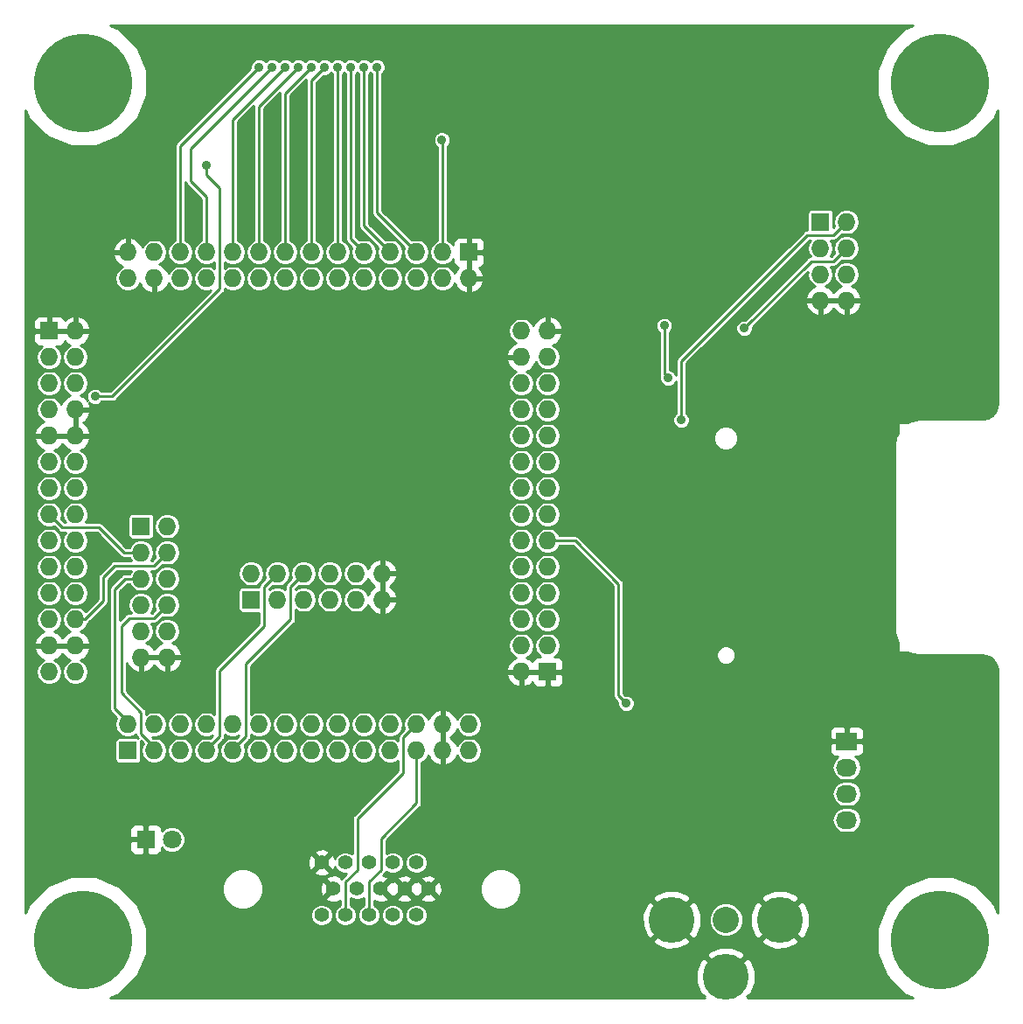
<source format=gbr>
G04 #@! TF.GenerationSoftware,KiCad,Pcbnew,(5.0.2)-1*
G04 #@! TF.CreationDate,2019-04-06T13:19:01-04:00*
G04 #@! TF.ProjectId,EP2C5-DB,45503243-352d-4444-922e-6b696361645f,X2*
G04 #@! TF.SameCoordinates,Original*
G04 #@! TF.FileFunction,Copper,L2,Bot*
G04 #@! TF.FilePolarity,Positive*
%FSLAX46Y46*%
G04 Gerber Fmt 4.6, Leading zero omitted, Abs format (unit mm)*
G04 Created by KiCad (PCBNEW (5.0.2)-1) date 4/6/2019 1:19:01 PM*
%MOMM*%
%LPD*%
G01*
G04 APERTURE LIST*
G04 #@! TA.AperFunction,ComponentPad*
%ADD10C,9.525000*%
G04 #@! TD*
G04 #@! TA.AperFunction,ComponentPad*
%ADD11R,1.727200X1.727200*%
G04 #@! TD*
G04 #@! TA.AperFunction,ComponentPad*
%ADD12O,1.727200X1.727200*%
G04 #@! TD*
G04 #@! TA.AperFunction,ComponentPad*
%ADD13C,4.445000*%
G04 #@! TD*
G04 #@! TA.AperFunction,ComponentPad*
%ADD14C,2.540000*%
G04 #@! TD*
G04 #@! TA.AperFunction,ComponentPad*
%ADD15R,2.032000X1.727200*%
G04 #@! TD*
G04 #@! TA.AperFunction,ComponentPad*
%ADD16O,2.032000X1.727200*%
G04 #@! TD*
G04 #@! TA.AperFunction,ComponentPad*
%ADD17C,1.397000*%
G04 #@! TD*
G04 #@! TA.AperFunction,ComponentPad*
%ADD18R,1.800000X1.800000*%
G04 #@! TD*
G04 #@! TA.AperFunction,ComponentPad*
%ADD19C,1.800000*%
G04 #@! TD*
G04 #@! TA.AperFunction,ViaPad*
%ADD20C,0.889000*%
G04 #@! TD*
G04 #@! TA.AperFunction,Conductor*
%ADD21C,0.254000*%
G04 #@! TD*
G04 APERTURE END LIST*
D10*
G04 #@! TO.P,MTG3,1*
G04 #@! TO.N,N/C*
X99000000Y-16000000D03*
G04 #@! TD*
G04 #@! TO.P,MTG1,1*
G04 #@! TO.N,N/C*
X99000000Y-99000000D03*
G04 #@! TD*
D11*
G04 #@! TO.P,P1,1*
G04 #@! TO.N,/P40*
X20320000Y-80645000D03*
D12*
G04 #@! TO.P,P1,2*
G04 #@! TO.N,/P41*
X20320000Y-78105000D03*
G04 #@! TO.P,P1,3*
G04 #@! TO.N,/P42*
X22860000Y-80645000D03*
G04 #@! TO.P,P1,4*
G04 #@! TO.N,/P43*
X22860000Y-78105000D03*
G04 #@! TO.P,P1,5*
G04 #@! TO.N,/P44*
X25400000Y-80645000D03*
G04 #@! TO.P,P1,6*
G04 #@! TO.N,/P45*
X25400000Y-78105000D03*
G04 #@! TO.P,P1,7*
G04 #@! TO.N,/P47*
X27940000Y-80645000D03*
G04 #@! TO.P,P1,8*
G04 #@! TO.N,/P48*
X27940000Y-78105000D03*
G04 #@! TO.P,P1,9*
G04 #@! TO.N,/P51*
X30480000Y-80645000D03*
G04 #@! TO.P,P1,10*
G04 #@! TO.N,/P52*
X30480000Y-78105000D03*
G04 #@! TO.P,P1,11*
G04 #@! TO.N,/P53*
X33020000Y-80645000D03*
G04 #@! TO.P,P1,12*
G04 #@! TO.N,/P55*
X33020000Y-78105000D03*
G04 #@! TO.P,P1,13*
G04 #@! TO.N,N/C*
X35560000Y-80645000D03*
G04 #@! TO.P,P1,14*
G04 #@! TO.N,/P58*
X35560000Y-78105000D03*
G04 #@! TO.P,P1,15*
G04 #@! TO.N,N/C*
X38100000Y-80645000D03*
G04 #@! TO.P,P1,16*
G04 #@! TO.N,/P60*
X38100000Y-78105000D03*
G04 #@! TO.P,P1,17*
G04 #@! TO.N,/P63*
X40640000Y-80645000D03*
G04 #@! TO.P,P1,18*
G04 #@! TO.N,/P64*
X40640000Y-78105000D03*
G04 #@! TO.P,P1,19*
G04 #@! TO.N,/P65*
X43180000Y-80645000D03*
G04 #@! TO.P,P1,20*
G04 #@! TO.N,/P67*
X43180000Y-78105000D03*
G04 #@! TO.P,P1,21*
G04 #@! TO.N,/P69*
X45720000Y-80645000D03*
G04 #@! TO.P,P1,22*
G04 #@! TO.N,/P70*
X45720000Y-78105000D03*
G04 #@! TO.P,P1,23*
G04 #@! TO.N,/P71*
X48260000Y-80645000D03*
G04 #@! TO.P,P1,24*
G04 #@! TO.N,/P72*
X48260000Y-78105000D03*
G04 #@! TO.P,P1,25*
G04 #@! TO.N,GND*
X50800000Y-80645000D03*
G04 #@! TO.P,P1,26*
X50800000Y-78105000D03*
G04 #@! TO.P,P1,27*
G04 #@! TO.N,VCC*
X53340000Y-80645000D03*
G04 #@! TO.P,P1,28*
X53340000Y-78105000D03*
G04 #@! TD*
D11*
G04 #@! TO.P,P2,1*
G04 #@! TO.N,GND*
X60960000Y-73025000D03*
D12*
G04 #@! TO.P,P2,2*
X58420000Y-73025000D03*
G04 #@! TO.P,P2,3*
G04 #@! TO.N,N/C*
X60960000Y-70485000D03*
G04 #@! TO.P,P2,4*
G04 #@! TO.N,/P74*
X58420000Y-70485000D03*
G04 #@! TO.P,P2,5*
G04 #@! TO.N,/P75*
X60960000Y-67945000D03*
G04 #@! TO.P,P2,6*
G04 #@! TO.N,/P76*
X58420000Y-67945000D03*
G04 #@! TO.P,P2,7*
G04 #@! TO.N,N/C*
X60960000Y-65405000D03*
G04 #@! TO.P,P2,8*
X58420000Y-65405000D03*
G04 #@! TO.P,P2,9*
X60960000Y-62865000D03*
G04 #@! TO.P,P2,10*
G04 #@! TO.N,/P86*
X58420000Y-62865000D03*
G04 #@! TO.P,P2,11*
G04 #@! TO.N,/P87*
X60960000Y-60325000D03*
G04 #@! TO.P,P2,12*
G04 #@! TO.N,N/C*
X58420000Y-60325000D03*
G04 #@! TO.P,P2,13*
X60960000Y-57785000D03*
G04 #@! TO.P,P2,14*
X58420000Y-57785000D03*
G04 #@! TO.P,P2,15*
X60960000Y-55245000D03*
G04 #@! TO.P,P2,16*
G04 #@! TO.N,/P92*
X58420000Y-55245000D03*
G04 #@! TO.P,P2,17*
G04 #@! TO.N,/P93*
X60960000Y-52705000D03*
G04 #@! TO.P,P2,18*
G04 #@! TO.N,/P94*
X58420000Y-52705000D03*
G04 #@! TO.P,P2,19*
G04 #@! TO.N,/P96*
X60960000Y-50165000D03*
G04 #@! TO.P,P2,20*
G04 #@! TO.N,/P97*
X58420000Y-50165000D03*
G04 #@! TO.P,P2,21*
G04 #@! TO.N,/P99*
X60960000Y-47625000D03*
G04 #@! TO.P,P2,22*
G04 #@! TO.N,/P100*
X58420000Y-47625000D03*
G04 #@! TO.P,P2,23*
G04 #@! TO.N,/P101*
X60960000Y-45085000D03*
G04 #@! TO.P,P2,24*
G04 #@! TO.N,/P103*
X58420000Y-45085000D03*
G04 #@! TO.P,P2,25*
G04 #@! TO.N,/P104*
X60960000Y-42545000D03*
G04 #@! TO.P,P2,26*
G04 #@! TO.N,GND*
X58420000Y-42545000D03*
G04 #@! TO.P,P2,27*
X60960000Y-40005000D03*
G04 #@! TO.P,P2,28*
G04 #@! TO.N,VCC*
X58420000Y-40005000D03*
G04 #@! TD*
D11*
G04 #@! TO.P,P3,1*
G04 #@! TO.N,GND*
X53340000Y-32385000D03*
D12*
G04 #@! TO.P,P3,2*
X53340000Y-34925000D03*
G04 #@! TO.P,P3,3*
G04 #@! TO.N,/P112*
X50800000Y-32385000D03*
G04 #@! TO.P,P3,4*
G04 #@! TO.N,/P113*
X50800000Y-34925000D03*
G04 #@! TO.P,P3,5*
G04 #@! TO.N,/P114*
X48260000Y-32385000D03*
G04 #@! TO.P,P3,6*
G04 #@! TO.N,/P115*
X48260000Y-34925000D03*
G04 #@! TO.P,P3,7*
G04 #@! TO.N,/P118*
X45720000Y-32385000D03*
G04 #@! TO.P,P3,8*
G04 #@! TO.N,/P119*
X45720000Y-34925000D03*
G04 #@! TO.P,P3,9*
G04 #@! TO.N,/P120*
X43180000Y-32385000D03*
G04 #@! TO.P,P3,10*
G04 #@! TO.N,/P121*
X43180000Y-34925000D03*
G04 #@! TO.P,P3,11*
G04 #@! TO.N,/P122*
X40640000Y-32385000D03*
G04 #@! TO.P,P3,12*
G04 #@! TO.N,/P125*
X40640000Y-34925000D03*
G04 #@! TO.P,P3,13*
G04 #@! TO.N,/P126*
X38100000Y-32385000D03*
G04 #@! TO.P,P3,14*
G04 #@! TO.N,/P129*
X38100000Y-34925000D03*
G04 #@! TO.P,P3,15*
G04 #@! TO.N,/P132*
X35560000Y-32385000D03*
G04 #@! TO.P,P3,16*
G04 #@! TO.N,/P133*
X35560000Y-34925000D03*
G04 #@! TO.P,P3,17*
G04 #@! TO.N,/P134*
X33020000Y-32385000D03*
G04 #@! TO.P,P3,18*
G04 #@! TO.N,/P135*
X33020000Y-34925000D03*
G04 #@! TO.P,P3,19*
G04 #@! TO.N,/P136*
X30480000Y-32385000D03*
G04 #@! TO.P,P3,20*
G04 #@! TO.N,/P137*
X30480000Y-34925000D03*
G04 #@! TO.P,P3,21*
G04 #@! TO.N,/P139*
X27940000Y-32385000D03*
G04 #@! TO.P,P3,22*
G04 #@! TO.N,/P141*
X27940000Y-34925000D03*
G04 #@! TO.P,P3,23*
G04 #@! TO.N,/P142*
X25400000Y-32385000D03*
G04 #@! TO.P,P3,24*
G04 #@! TO.N,/P143*
X25400000Y-34925000D03*
G04 #@! TO.P,P3,25*
G04 #@! TO.N,N/C*
X22860000Y-32385000D03*
G04 #@! TO.P,P3,26*
G04 #@! TO.N,GND*
X22860000Y-34925000D03*
G04 #@! TO.P,P3,27*
X20320000Y-32385000D03*
G04 #@! TO.P,P3,28*
G04 #@! TO.N,VCC*
X20320000Y-34925000D03*
G04 #@! TD*
D11*
G04 #@! TO.P,P4,1*
G04 #@! TO.N,GND*
X12700000Y-40005000D03*
D12*
G04 #@! TO.P,P4,2*
X15240000Y-40005000D03*
G04 #@! TO.P,P4,3*
G04 #@! TO.N,N/C*
X12700000Y-42545000D03*
G04 #@! TO.P,P4,4*
G04 #@! TO.N,/P4*
X15240000Y-42545000D03*
G04 #@! TO.P,P4,5*
G04 #@! TO.N,N/C*
X12700000Y-45085000D03*
G04 #@! TO.P,P4,6*
G04 #@! TO.N,/P8*
X15240000Y-45085000D03*
G04 #@! TO.P,P4,7*
G04 #@! TO.N,N/C*
X12700000Y-47625000D03*
G04 #@! TO.P,P4,8*
G04 #@! TO.N,GND*
X15240000Y-47625000D03*
G04 #@! TO.P,P4,9*
X12700000Y-50165000D03*
G04 #@! TO.P,P4,10*
X15240000Y-50165000D03*
G04 #@! TO.P,P4,11*
G04 #@! TO.N,N/C*
X12700000Y-52705000D03*
G04 #@! TO.P,P4,12*
X15240000Y-52705000D03*
G04 #@! TO.P,P4,13*
X12700000Y-55245000D03*
G04 #@! TO.P,P4,14*
X15240000Y-55245000D03*
G04 #@! TO.P,P4,15*
G04 #@! TO.N,/P25*
X12700000Y-57785000D03*
G04 #@! TO.P,P4,16*
G04 #@! TO.N,/P24*
X15240000Y-57785000D03*
G04 #@! TO.P,P4,17*
G04 #@! TO.N,N/C*
X12700000Y-60325000D03*
G04 #@! TO.P,P4,18*
X15240000Y-60325000D03*
G04 #@! TO.P,P4,19*
X12700000Y-62865000D03*
G04 #@! TO.P,P4,20*
X15240000Y-62865000D03*
G04 #@! TO.P,P4,21*
G04 #@! TO.N,/P30*
X12700000Y-65405000D03*
G04 #@! TO.P,P4,22*
G04 #@! TO.N,/P28*
X15240000Y-65405000D03*
G04 #@! TO.P,P4,23*
G04 #@! TO.N,/P32*
X12700000Y-67945000D03*
G04 #@! TO.P,P4,24*
G04 #@! TO.N,/P31*
X15240000Y-67945000D03*
G04 #@! TO.P,P4,25*
G04 #@! TO.N,GND*
X12700000Y-70485000D03*
G04 #@! TO.P,P4,26*
X15240000Y-70485000D03*
G04 #@! TO.P,P4,27*
G04 #@! TO.N,VCC*
X12700000Y-73025000D03*
G04 #@! TO.P,P4,28*
X15240000Y-73025000D03*
G04 #@! TD*
D13*
G04 #@! TO.P,J2,1*
G04 #@! TO.N,GND*
X78232000Y-102539800D03*
G04 #@! TO.P,J2,2*
X83477100Y-97028000D03*
G04 #@! TO.P,J2,3*
X72986900Y-97028000D03*
D14*
G04 #@! TO.P,J2,4*
G04 #@! TO.N,Net-(J2-Pad4)*
X78232000Y-97028000D03*
G04 #@! TD*
D11*
G04 #@! TO.P,J6,1*
G04 #@! TO.N,VCC*
X21590000Y-58928000D03*
D12*
G04 #@! TO.P,J6,2*
X24130000Y-58928000D03*
G04 #@! TO.P,J6,3*
G04 #@! TO.N,/P25*
X21590000Y-61468000D03*
G04 #@! TO.P,J6,4*
G04 #@! TO.N,/P31*
X24130000Y-61468000D03*
G04 #@! TO.P,J6,5*
G04 #@! TO.N,/P41*
X21590000Y-64008000D03*
G04 #@! TO.P,J6,6*
G04 #@! TO.N,/P40*
X24130000Y-64008000D03*
G04 #@! TO.P,J6,7*
G04 #@! TO.N,/P43*
X21590000Y-66548000D03*
G04 #@! TO.P,J6,8*
G04 #@! TO.N,/P42*
X24130000Y-66548000D03*
G04 #@! TO.P,J6,9*
G04 #@! TO.N,/P45*
X21590000Y-69088000D03*
G04 #@! TO.P,J6,10*
G04 #@! TO.N,/P44*
X24130000Y-69088000D03*
G04 #@! TO.P,J6,11*
G04 #@! TO.N,GND*
X21590000Y-71628000D03*
G04 #@! TO.P,J6,12*
X24130000Y-71628000D03*
G04 #@! TD*
D15*
G04 #@! TO.P,J3,1*
G04 #@! TO.N,GND*
X89916000Y-79756000D03*
D16*
G04 #@! TO.P,J3,2*
G04 #@! TO.N,VCC*
X89916000Y-82296000D03*
G04 #@! TO.P,J3,3*
G04 #@! TO.N,/P86*
X89916000Y-84836000D03*
G04 #@! TO.P,J3,4*
G04 #@! TO.N,/P87*
X89916000Y-87376000D03*
G04 #@! TD*
D11*
G04 #@! TO.P,J5,1*
G04 #@! TO.N,/RTS1*
X87376000Y-29464000D03*
D12*
G04 #@! TO.P,J5,2*
G04 #@! TO.N,/RTS2*
X89916000Y-29464000D03*
G04 #@! TO.P,J5,3*
G04 #@! TO.N,/RX1*
X87376000Y-32004000D03*
G04 #@! TO.P,J5,4*
G04 #@! TO.N,/RX2*
X89916000Y-32004000D03*
G04 #@! TO.P,J5,5*
G04 #@! TO.N,/TX1*
X87376000Y-34544000D03*
G04 #@! TO.P,J5,6*
G04 #@! TO.N,/TX2*
X89916000Y-34544000D03*
G04 #@! TO.P,J5,7*
G04 #@! TO.N,GND*
X87376000Y-37084000D03*
G04 #@! TO.P,J5,8*
X89916000Y-37084000D03*
G04 #@! TD*
D10*
G04 #@! TO.P,MTG2,1*
G04 #@! TO.N,N/C*
X16000000Y-99000000D03*
G04 #@! TD*
D11*
G04 #@! TO.P,J8,1*
G04 #@! TO.N,VCC*
X32258000Y-66040000D03*
D12*
G04 #@! TO.P,J8,2*
X32258000Y-63500000D03*
G04 #@! TO.P,J8,3*
G04 #@! TO.N,/P48*
X34798000Y-66040000D03*
G04 #@! TO.P,J8,4*
G04 #@! TO.N,/P47*
X34798000Y-63500000D03*
G04 #@! TO.P,J8,5*
G04 #@! TO.N,/P52*
X37338000Y-66040000D03*
G04 #@! TO.P,J8,6*
G04 #@! TO.N,/P51*
X37338000Y-63500000D03*
G04 #@! TO.P,J8,7*
G04 #@! TO.N,/P58*
X39878000Y-66040000D03*
G04 #@! TO.P,J8,8*
G04 #@! TO.N,/P55*
X39878000Y-63500000D03*
G04 #@! TO.P,J8,9*
G04 #@! TO.N,/P76*
X42418000Y-66040000D03*
G04 #@! TO.P,J8,10*
G04 #@! TO.N,/P60*
X42418000Y-63500000D03*
G04 #@! TO.P,J8,11*
G04 #@! TO.N,GND*
X44958000Y-66040000D03*
G04 #@! TO.P,J8,12*
X44958000Y-63500000D03*
G04 #@! TD*
D17*
G04 #@! TO.P,J1,3*
G04 #@! TO.N,Net-(J1-Pad3)*
X43675300Y-91493340D03*
G04 #@! TO.P,J1,2*
G04 #@! TO.N,Net-(J1-Pad2)*
X45961300Y-91493340D03*
G04 #@! TO.P,J1,1*
G04 #@! TO.N,Net-(J1-Pad1)*
X48252380Y-91493340D03*
G04 #@! TO.P,J1,4*
G04 #@! TO.N,N/C*
X41381680Y-91493340D03*
G04 #@! TO.P,J1,5*
G04 #@! TO.N,GND*
X39093140Y-91493340D03*
G04 #@! TO.P,J1,9*
G04 #@! TO.N,N/C*
X42527220Y-94033340D03*
G04 #@! TO.P,J1,8*
G04 #@! TO.N,GND*
X44815760Y-94033340D03*
G04 #@! TO.P,J1,7*
X47106840Y-94033340D03*
G04 #@! TO.P,J1,6*
X49397920Y-94033340D03*
G04 #@! TO.P,J1,10*
X40236140Y-94033340D03*
G04 #@! TO.P,J1,11*
G04 #@! TO.N,N/C*
X48252380Y-96573340D03*
G04 #@! TO.P,J1,12*
X45961300Y-96573340D03*
G04 #@! TO.P,J1,13*
G04 #@! TO.N,/P71*
X43672760Y-96570800D03*
G04 #@! TO.P,J1,14*
G04 #@! TO.N,/P72*
X41381680Y-96573340D03*
G04 #@! TO.P,J1,15*
G04 #@! TO.N,N/C*
X39093140Y-96573340D03*
G04 #@! TD*
D10*
G04 #@! TO.P,MTG4,1*
G04 #@! TO.N,N/C*
X16000000Y-16000000D03*
G04 #@! TD*
D18*
G04 #@! TO.P,DS1,1*
G04 #@! TO.N,GND*
X22047200Y-89255600D03*
D19*
G04 #@! TO.P,DS1,2*
G04 #@! TO.N,Net-(DS1-Pad2)*
X24587200Y-89255600D03*
G04 #@! TD*
D20*
G04 #@! TO.N,GND*
X46609000Y-25654000D03*
X74041000Y-65532000D03*
X73660000Y-58039000D03*
X77216000Y-46990000D03*
X77343000Y-75184000D03*
G04 #@! TO.N,/P112*
X50736500Y-21526500D03*
G04 #@! TO.N,/P114*
X44450000Y-14478000D03*
G04 #@! TO.N,/P118*
X43180000Y-14478000D03*
G04 #@! TO.N,/P120*
X41910000Y-14478000D03*
G04 #@! TO.N,/P122*
X40640000Y-14478000D03*
G04 #@! TO.N,/P132*
X38100000Y-14478000D03*
G04 #@! TO.N,/P134*
X36830000Y-14478000D03*
G04 #@! TO.N,/P136*
X35560000Y-14478000D03*
G04 #@! TO.N,/P139*
X34290000Y-14478000D03*
G04 #@! TO.N,/P142*
X33020000Y-14478000D03*
G04 #@! TO.N,/P87*
X68580000Y-76073000D03*
G04 #@! TO.N,/RTS2*
X73914000Y-48641000D03*
G04 #@! TO.N,/RX1*
X72263000Y-39497000D03*
X72644000Y-44577000D03*
G04 #@! TO.N,/RX2*
X80010000Y-39751000D03*
G04 #@! TO.N,/P32*
X17145000Y-46355000D03*
X27940000Y-24003000D03*
G04 #@! TO.N,/P126*
X39370000Y-14478000D03*
G04 #@! TD*
D21*
G04 #@! TO.N,/P71*
X43672760Y-96570800D02*
X43672760Y-93360240D01*
X48260000Y-85725000D02*
X48260000Y-80645000D01*
X44831000Y-89154000D02*
X48260000Y-85725000D01*
X44831000Y-92202000D02*
X44831000Y-89154000D01*
X43672760Y-93360240D02*
X44831000Y-92202000D01*
G04 #@! TO.N,/P72*
X41381680Y-96573340D02*
X41381680Y-93365320D01*
X46990000Y-79375000D02*
X48260000Y-78105000D01*
X46990000Y-82804000D02*
X46990000Y-79375000D01*
X42545000Y-87249000D02*
X46990000Y-82804000D01*
X42545000Y-92202000D02*
X42545000Y-87249000D01*
X41381680Y-93365320D02*
X42545000Y-92202000D01*
G04 #@! TO.N,/P112*
X50800000Y-32385000D02*
X50800000Y-21590000D01*
X50800000Y-21590000D02*
X50736500Y-21526500D01*
G04 #@! TO.N,/P114*
X44450000Y-14478000D02*
X44450000Y-28575000D01*
X44450000Y-28575000D02*
X48260000Y-32385000D01*
G04 #@! TO.N,/P118*
X43180000Y-14478000D02*
X43180000Y-29845000D01*
X43180000Y-29845000D02*
X45720000Y-32385000D01*
G04 #@! TO.N,/P120*
X41910000Y-14478000D02*
X41910000Y-31115000D01*
X41910000Y-31115000D02*
X43180000Y-32385000D01*
G04 #@! TO.N,/P122*
X40640000Y-32385000D02*
X40640000Y-14478000D01*
G04 #@! TO.N,/P132*
X35560000Y-32385000D02*
X35560000Y-17018000D01*
X35560000Y-17018000D02*
X38100000Y-14478000D01*
G04 #@! TO.N,/P134*
X33020000Y-18288000D02*
X33020000Y-32385000D01*
X36830000Y-14478000D02*
X33020000Y-18288000D01*
G04 #@! TO.N,/P136*
X30480000Y-32385000D02*
X30480000Y-19558000D01*
X30480000Y-19558000D02*
X35560000Y-14478000D01*
G04 #@! TO.N,/P139*
X27940000Y-27051000D02*
X27940000Y-32385000D01*
X26416000Y-25527000D02*
X27940000Y-27051000D01*
X26416000Y-22352000D02*
X26416000Y-25527000D01*
X34290000Y-14478000D02*
X26416000Y-22352000D01*
G04 #@! TO.N,/P142*
X25400000Y-32385000D02*
X25400000Y-22098000D01*
X25400000Y-22098000D02*
X33020000Y-14478000D01*
G04 #@! TO.N,/P87*
X63627000Y-60325000D02*
X60960000Y-60325000D01*
X67818000Y-64516000D02*
X63627000Y-60325000D01*
X67818000Y-75311000D02*
X67818000Y-64516000D01*
X68580000Y-76073000D02*
X67818000Y-75311000D01*
G04 #@! TO.N,/P41*
X20320000Y-78105000D02*
X20320000Y-77851000D01*
X20320000Y-77851000D02*
X19050000Y-76581000D01*
X19050000Y-76581000D02*
X19050000Y-65024000D01*
X19050000Y-65024000D02*
X20066000Y-64008000D01*
X20066000Y-64008000D02*
X21590000Y-64008000D01*
G04 #@! TO.N,/P42*
X22860000Y-80645000D02*
X22860000Y-80264000D01*
X22860000Y-80264000D02*
X21590000Y-78994000D01*
X21590000Y-78994000D02*
X21590000Y-76962000D01*
X21590000Y-76962000D02*
X19685000Y-75057000D01*
X19685000Y-75057000D02*
X19685000Y-68580000D01*
X19685000Y-68580000D02*
X20447000Y-67818000D01*
X20447000Y-67818000D02*
X22860000Y-67818000D01*
X22860000Y-67818000D02*
X24130000Y-66548000D01*
G04 #@! TO.N,/P47*
X27940000Y-80645000D02*
X27940000Y-80518000D01*
X27940000Y-80518000D02*
X29210000Y-79248000D01*
X29210000Y-79248000D02*
X29210000Y-72898000D01*
X29210000Y-72898000D02*
X33528000Y-68580000D01*
X33528000Y-68580000D02*
X33528000Y-64770000D01*
X33528000Y-64770000D02*
X34798000Y-63500000D01*
G04 #@! TO.N,/RTS2*
X86106000Y-30734000D02*
X73914000Y-42926000D01*
X73914000Y-48641000D02*
X73914000Y-42926000D01*
X86106000Y-30734000D02*
X88646000Y-30734000D01*
X88646000Y-30734000D02*
X89916000Y-29464000D01*
X89916000Y-29464000D02*
X89916000Y-29591000D01*
G04 #@! TO.N,/RX1*
X72644000Y-44577000D02*
X72263000Y-44196000D01*
X72263000Y-44196000D02*
X72263000Y-39497000D01*
G04 #@! TO.N,/RX2*
X86487000Y-33274000D02*
X88646000Y-33274000D01*
X80010000Y-39751000D02*
X86487000Y-33274000D01*
X88646000Y-33274000D02*
X89916000Y-32004000D01*
G04 #@! TO.N,/P25*
X12700000Y-57785000D02*
X13970000Y-59055000D01*
X19939000Y-61468000D02*
X21590000Y-61468000D01*
X17526000Y-59055000D02*
X19939000Y-61468000D01*
X13970000Y-59055000D02*
X17526000Y-59055000D01*
X12700000Y-57785000D02*
X12827000Y-57785000D01*
G04 #@! TO.N,/P31*
X15240000Y-67945000D02*
X16129000Y-67945000D01*
X22860000Y-62738000D02*
X24130000Y-61468000D01*
X19050000Y-62738000D02*
X22860000Y-62738000D01*
X17907000Y-63881000D02*
X19050000Y-62738000D01*
X17907000Y-66167000D02*
X17907000Y-63881000D01*
X16129000Y-67945000D02*
X17907000Y-66167000D01*
G04 #@! TO.N,/P51*
X30480000Y-80645000D02*
X30480000Y-80518000D01*
X30480000Y-80518000D02*
X31750000Y-79248000D01*
X31750000Y-79248000D02*
X31750000Y-72263000D01*
X31750000Y-72263000D02*
X36068000Y-67945000D01*
X36068000Y-67945000D02*
X36068000Y-64770000D01*
X36068000Y-64770000D02*
X37338000Y-63500000D01*
G04 #@! TO.N,/P32*
X18796000Y-46355000D02*
X17145000Y-46355000D01*
X29210000Y-32258000D02*
X29210000Y-35941000D01*
X29210000Y-35941000D02*
X18796000Y-46355000D01*
X18796000Y-46355000D02*
X29210000Y-35941000D01*
X27940000Y-24003000D02*
X27940000Y-24892000D01*
X29210000Y-26162000D02*
X29210000Y-32258000D01*
X27940000Y-24892000D02*
X29210000Y-26162000D01*
G04 #@! TO.N,/P126*
X38100000Y-15748000D02*
X38100000Y-32385000D01*
X39370000Y-14478000D02*
X38100000Y-15748000D01*
G04 #@! TD*
G04 #@! TO.N,GND*
G36*
X95510923Y-10778228D02*
X93778228Y-12510923D01*
X92840500Y-14774799D01*
X92840500Y-17225201D01*
X93778228Y-19489077D01*
X95510923Y-21221772D01*
X97774799Y-22159500D01*
X100225201Y-22159500D01*
X102489077Y-21221772D01*
X104221772Y-19489077D01*
X104569001Y-18650792D01*
X104569000Y-46969296D01*
X104501714Y-47439133D01*
X104318104Y-47842962D01*
X104028532Y-48179027D01*
X103656274Y-48420312D01*
X103216988Y-48551687D01*
X102984006Y-48569000D01*
X96957555Y-48569000D01*
X96941780Y-48572138D01*
X96672441Y-48592153D01*
X96629495Y-48601595D01*
X96585943Y-48607561D01*
X96580888Y-48609039D01*
X96037604Y-48771516D01*
X95984511Y-48796048D01*
X95931108Y-48819936D01*
X95926672Y-48822773D01*
X95849181Y-48873000D01*
X95000000Y-48873000D01*
X94951399Y-48882667D01*
X94910197Y-48910197D01*
X94882667Y-48951399D01*
X94873000Y-49000000D01*
X94873000Y-49853479D01*
X94688040Y-50260277D01*
X94671624Y-50316416D01*
X94654520Y-50372358D01*
X94653742Y-50377567D01*
X94575003Y-50927376D01*
X94569000Y-50957556D01*
X94569001Y-69042445D01*
X94572137Y-69058212D01*
X94592153Y-69327559D01*
X94601593Y-69370493D01*
X94607560Y-69414057D01*
X94609039Y-69419111D01*
X94771516Y-69962396D01*
X94796041Y-70015474D01*
X94819936Y-70068892D01*
X94822773Y-70073328D01*
X94873000Y-70150819D01*
X94873000Y-71000000D01*
X94882667Y-71048601D01*
X94910197Y-71089803D01*
X94951399Y-71117333D01*
X95000000Y-71127000D01*
X95853478Y-71127000D01*
X96260276Y-71311960D01*
X96316428Y-71328380D01*
X96372358Y-71345480D01*
X96377566Y-71346258D01*
X96927372Y-71424996D01*
X96957555Y-71431000D01*
X102969295Y-71431000D01*
X103439133Y-71498286D01*
X103842963Y-71681897D01*
X104179027Y-71971468D01*
X104420312Y-72343727D01*
X104551687Y-72783012D01*
X104569000Y-73015994D01*
X104569001Y-96349208D01*
X104221772Y-95510923D01*
X102489077Y-93778228D01*
X100225201Y-92840500D01*
X97774799Y-92840500D01*
X95510923Y-93778228D01*
X93778228Y-95510923D01*
X92840500Y-97774799D01*
X92840500Y-100225201D01*
X93778228Y-102489077D01*
X95510923Y-104221772D01*
X96349206Y-104569000D01*
X80319568Y-104569000D01*
X80380188Y-104508380D01*
X80267623Y-104395815D01*
X80661465Y-104147929D01*
X81091937Y-103095802D01*
X81087009Y-101959028D01*
X80661465Y-100931671D01*
X80267621Y-100683784D01*
X78411605Y-102539800D01*
X78425748Y-102553943D01*
X78246143Y-102733548D01*
X78232000Y-102719405D01*
X78217858Y-102733548D01*
X78038253Y-102553943D01*
X78052395Y-102539800D01*
X76196379Y-100683784D01*
X75802535Y-100931671D01*
X75372063Y-101983798D01*
X75376991Y-103120572D01*
X75802535Y-104147929D01*
X76196377Y-104395815D01*
X76083812Y-104508380D01*
X76144432Y-104569000D01*
X18650794Y-104569000D01*
X19489077Y-104221772D01*
X21221772Y-102489077D01*
X22043943Y-100504179D01*
X76375984Y-100504179D01*
X78232000Y-102360195D01*
X80088016Y-100504179D01*
X79840129Y-100110335D01*
X78788002Y-99679863D01*
X77651228Y-99684791D01*
X76623871Y-100110335D01*
X76375984Y-100504179D01*
X22043943Y-100504179D01*
X22159500Y-100225201D01*
X22159500Y-99063621D01*
X71130884Y-99063621D01*
X71378771Y-99457465D01*
X72430898Y-99887937D01*
X73567672Y-99883009D01*
X74595029Y-99457465D01*
X74842916Y-99063621D01*
X81621084Y-99063621D01*
X81868971Y-99457465D01*
X82921098Y-99887937D01*
X84057872Y-99883009D01*
X85085229Y-99457465D01*
X85333116Y-99063621D01*
X83477100Y-97207605D01*
X81621084Y-99063621D01*
X74842916Y-99063621D01*
X72986900Y-97207605D01*
X71130884Y-99063621D01*
X22159500Y-99063621D01*
X22159500Y-97774799D01*
X21572898Y-96358614D01*
X38013640Y-96358614D01*
X38013640Y-96788066D01*
X38177984Y-97184828D01*
X38481652Y-97488496D01*
X38878414Y-97652840D01*
X39307866Y-97652840D01*
X39704628Y-97488496D01*
X40008296Y-97184828D01*
X40172640Y-96788066D01*
X40172640Y-96358614D01*
X40008296Y-95961852D01*
X39704628Y-95658184D01*
X39307866Y-95493840D01*
X38878414Y-95493840D01*
X38481652Y-95658184D01*
X38177984Y-95961852D01*
X38013640Y-96358614D01*
X21572898Y-96358614D01*
X21221772Y-95510923D01*
X19489077Y-93778228D01*
X19153664Y-93639295D01*
X29466740Y-93639295D01*
X29466740Y-94427385D01*
X29768329Y-95155486D01*
X30325594Y-95712751D01*
X31053695Y-96014340D01*
X31841785Y-96014340D01*
X32569886Y-95712751D01*
X33127151Y-95155486D01*
X33428740Y-94427385D01*
X33428740Y-93840820D01*
X38890213Y-93840820D01*
X38918992Y-94370539D01*
X39066340Y-94726269D01*
X39301952Y-94787923D01*
X40056535Y-94033340D01*
X39301952Y-93278757D01*
X39066340Y-93340411D01*
X38890213Y-93840820D01*
X33428740Y-93840820D01*
X33428740Y-93639295D01*
X33127151Y-92911194D01*
X32643485Y-92427528D01*
X38338557Y-92427528D01*
X38400211Y-92663140D01*
X38900620Y-92839267D01*
X39430339Y-92810488D01*
X39786069Y-92663140D01*
X39847723Y-92427528D01*
X39093140Y-91672945D01*
X38338557Y-92427528D01*
X32643485Y-92427528D01*
X32569886Y-92353929D01*
X31841785Y-92052340D01*
X31053695Y-92052340D01*
X30325594Y-92353929D01*
X29768329Y-92911194D01*
X29466740Y-93639295D01*
X19153664Y-93639295D01*
X17225201Y-92840500D01*
X14774799Y-92840500D01*
X12510923Y-93778228D01*
X10778228Y-95510923D01*
X10431000Y-96349206D01*
X10431000Y-91300820D01*
X37747213Y-91300820D01*
X37775992Y-91830539D01*
X37923340Y-92186269D01*
X38158952Y-92247923D01*
X38913535Y-91493340D01*
X39272745Y-91493340D01*
X40027328Y-92247923D01*
X40262940Y-92186269D01*
X40371959Y-91876527D01*
X40466524Y-92104828D01*
X40770192Y-92408496D01*
X41166954Y-92572840D01*
X41455740Y-92572840D01*
X41057846Y-92970734D01*
X41015434Y-92999073D01*
X40987095Y-93041485D01*
X40987092Y-93041488D01*
X40978858Y-93053811D01*
X40929069Y-92863540D01*
X40428660Y-92687413D01*
X39898941Y-92716192D01*
X39543211Y-92863540D01*
X39481557Y-93099152D01*
X40236140Y-93853735D01*
X40250283Y-93839593D01*
X40429888Y-94019198D01*
X40415745Y-94033340D01*
X40429888Y-94047483D01*
X40250283Y-94227088D01*
X40236140Y-94212945D01*
X39481557Y-94967528D01*
X39543211Y-95203140D01*
X40043620Y-95379267D01*
X40573339Y-95350488D01*
X40873680Y-95226083D01*
X40873680Y-95615318D01*
X40770192Y-95658184D01*
X40466524Y-95961852D01*
X40302180Y-96358614D01*
X40302180Y-96788066D01*
X40466524Y-97184828D01*
X40770192Y-97488496D01*
X41166954Y-97652840D01*
X41596406Y-97652840D01*
X41993168Y-97488496D01*
X42296836Y-97184828D01*
X42461180Y-96788066D01*
X42461180Y-96358614D01*
X42296836Y-95961852D01*
X41993168Y-95658184D01*
X41889680Y-95615318D01*
X41889680Y-94922444D01*
X41915732Y-94948496D01*
X42312494Y-95112840D01*
X42741946Y-95112840D01*
X43138708Y-94948496D01*
X43164761Y-94922443D01*
X43164760Y-95612778D01*
X43061272Y-95655644D01*
X42757604Y-95959312D01*
X42593260Y-96356074D01*
X42593260Y-96785526D01*
X42757604Y-97182288D01*
X43061272Y-97485956D01*
X43458034Y-97650300D01*
X43887486Y-97650300D01*
X44284248Y-97485956D01*
X44587916Y-97182288D01*
X44752260Y-96785526D01*
X44752260Y-96358614D01*
X44881800Y-96358614D01*
X44881800Y-96788066D01*
X45046144Y-97184828D01*
X45349812Y-97488496D01*
X45746574Y-97652840D01*
X46176026Y-97652840D01*
X46572788Y-97488496D01*
X46876456Y-97184828D01*
X47040800Y-96788066D01*
X47040800Y-96358614D01*
X47172880Y-96358614D01*
X47172880Y-96788066D01*
X47337224Y-97184828D01*
X47640892Y-97488496D01*
X48037654Y-97652840D01*
X48467106Y-97652840D01*
X48863868Y-97488496D01*
X49167536Y-97184828D01*
X49331880Y-96788066D01*
X49331880Y-96471998D01*
X70126963Y-96471998D01*
X70131891Y-97608772D01*
X70557435Y-98636129D01*
X70951279Y-98884016D01*
X72807295Y-97028000D01*
X73166505Y-97028000D01*
X75022521Y-98884016D01*
X75416365Y-98636129D01*
X75846837Y-97584002D01*
X75843004Y-96699596D01*
X76581000Y-96699596D01*
X76581000Y-97356404D01*
X76832350Y-97963216D01*
X77296784Y-98427650D01*
X77903596Y-98679000D01*
X78560404Y-98679000D01*
X79167216Y-98427650D01*
X79631650Y-97963216D01*
X79883000Y-97356404D01*
X79883000Y-96699596D01*
X79788726Y-96471998D01*
X80617163Y-96471998D01*
X80622091Y-97608772D01*
X81047635Y-98636129D01*
X81441479Y-98884016D01*
X83297495Y-97028000D01*
X83656705Y-97028000D01*
X85512721Y-98884016D01*
X85906565Y-98636129D01*
X86337037Y-97584002D01*
X86332109Y-96447228D01*
X85906565Y-95419871D01*
X85512721Y-95171984D01*
X83656705Y-97028000D01*
X83297495Y-97028000D01*
X81441479Y-95171984D01*
X81047635Y-95419871D01*
X80617163Y-96471998D01*
X79788726Y-96471998D01*
X79631650Y-96092784D01*
X79167216Y-95628350D01*
X78560404Y-95377000D01*
X77903596Y-95377000D01*
X77296784Y-95628350D01*
X76832350Y-96092784D01*
X76581000Y-96699596D01*
X75843004Y-96699596D01*
X75841909Y-96447228D01*
X75416365Y-95419871D01*
X75022521Y-95171984D01*
X73166505Y-97028000D01*
X72807295Y-97028000D01*
X70951279Y-95171984D01*
X70557435Y-95419871D01*
X70126963Y-96471998D01*
X49331880Y-96471998D01*
X49331880Y-96358614D01*
X49167536Y-95961852D01*
X48863868Y-95658184D01*
X48467106Y-95493840D01*
X48037654Y-95493840D01*
X47640892Y-95658184D01*
X47337224Y-95961852D01*
X47172880Y-96358614D01*
X47040800Y-96358614D01*
X46876456Y-95961852D01*
X46572788Y-95658184D01*
X46176026Y-95493840D01*
X45746574Y-95493840D01*
X45349812Y-95658184D01*
X45046144Y-95961852D01*
X44881800Y-96358614D01*
X44752260Y-96358614D01*
X44752260Y-96356074D01*
X44587916Y-95959312D01*
X44284248Y-95655644D01*
X44180760Y-95612778D01*
X44180760Y-95223529D01*
X44623240Y-95379267D01*
X45152959Y-95350488D01*
X45508689Y-95203140D01*
X45570343Y-94967528D01*
X46352257Y-94967528D01*
X46413911Y-95203140D01*
X46914320Y-95379267D01*
X47444039Y-95350488D01*
X47799769Y-95203140D01*
X47861423Y-94967528D01*
X48643337Y-94967528D01*
X48704991Y-95203140D01*
X49205400Y-95379267D01*
X49735119Y-95350488D01*
X50090849Y-95203140D01*
X50152503Y-94967528D01*
X49397920Y-94212945D01*
X48643337Y-94967528D01*
X47861423Y-94967528D01*
X47106840Y-94212945D01*
X46352257Y-94967528D01*
X45570343Y-94967528D01*
X44815760Y-94212945D01*
X44801618Y-94227088D01*
X44622013Y-94047483D01*
X44636155Y-94033340D01*
X44995365Y-94033340D01*
X45749948Y-94787923D01*
X45961300Y-94732617D01*
X46172652Y-94787923D01*
X46927235Y-94033340D01*
X47286445Y-94033340D01*
X48041028Y-94787923D01*
X48252380Y-94732617D01*
X48463732Y-94787923D01*
X49218315Y-94033340D01*
X49577525Y-94033340D01*
X50332108Y-94787923D01*
X50567720Y-94726269D01*
X50743847Y-94225860D01*
X50715068Y-93696141D01*
X50691522Y-93639295D01*
X54455260Y-93639295D01*
X54455260Y-94427385D01*
X54756849Y-95155486D01*
X55314114Y-95712751D01*
X56042215Y-96014340D01*
X56830305Y-96014340D01*
X57558406Y-95712751D01*
X58115671Y-95155486D01*
X58183232Y-94992379D01*
X71130884Y-94992379D01*
X72986900Y-96848395D01*
X74842916Y-94992379D01*
X81621084Y-94992379D01*
X83477100Y-96848395D01*
X85333116Y-94992379D01*
X85085229Y-94598535D01*
X84033102Y-94168063D01*
X82896328Y-94172991D01*
X81868971Y-94598535D01*
X81621084Y-94992379D01*
X74842916Y-94992379D01*
X74595029Y-94598535D01*
X73542902Y-94168063D01*
X72406128Y-94172991D01*
X71378771Y-94598535D01*
X71130884Y-94992379D01*
X58183232Y-94992379D01*
X58417260Y-94427385D01*
X58417260Y-93639295D01*
X58115671Y-92911194D01*
X57558406Y-92353929D01*
X56830305Y-92052340D01*
X56042215Y-92052340D01*
X55314114Y-92353929D01*
X54756849Y-92911194D01*
X54455260Y-93639295D01*
X50691522Y-93639295D01*
X50567720Y-93340411D01*
X50332108Y-93278757D01*
X49577525Y-94033340D01*
X49218315Y-94033340D01*
X48463732Y-93278757D01*
X48252380Y-93334063D01*
X48041028Y-93278757D01*
X47286445Y-94033340D01*
X46927235Y-94033340D01*
X46172652Y-93278757D01*
X45961300Y-93334063D01*
X45749948Y-93278757D01*
X44995365Y-94033340D01*
X44636155Y-94033340D01*
X44622013Y-94019198D01*
X44801618Y-93839593D01*
X44815760Y-93853735D01*
X45570343Y-93099152D01*
X46352257Y-93099152D01*
X47106840Y-93853735D01*
X47861423Y-93099152D01*
X48643337Y-93099152D01*
X49397920Y-93853735D01*
X50152503Y-93099152D01*
X50090849Y-92863540D01*
X49590440Y-92687413D01*
X49060721Y-92716192D01*
X48704991Y-92863540D01*
X48643337Y-93099152D01*
X47861423Y-93099152D01*
X47799769Y-92863540D01*
X47299360Y-92687413D01*
X46769641Y-92716192D01*
X46413911Y-92863540D01*
X46352257Y-93099152D01*
X45570343Y-93099152D01*
X45508689Y-92863540D01*
X45049500Y-92701921D01*
X45154836Y-92596585D01*
X45197247Y-92568247D01*
X45225586Y-92525835D01*
X45225588Y-92525833D01*
X45309525Y-92400212D01*
X45314835Y-92373519D01*
X45349812Y-92408496D01*
X45746574Y-92572840D01*
X46176026Y-92572840D01*
X46572788Y-92408496D01*
X46876456Y-92104828D01*
X47040800Y-91708066D01*
X47040800Y-91278614D01*
X47172880Y-91278614D01*
X47172880Y-91708066D01*
X47337224Y-92104828D01*
X47640892Y-92408496D01*
X48037654Y-92572840D01*
X48467106Y-92572840D01*
X48863868Y-92408496D01*
X49167536Y-92104828D01*
X49331880Y-91708066D01*
X49331880Y-91278614D01*
X49167536Y-90881852D01*
X48863868Y-90578184D01*
X48467106Y-90413840D01*
X48037654Y-90413840D01*
X47640892Y-90578184D01*
X47337224Y-90881852D01*
X47172880Y-91278614D01*
X47040800Y-91278614D01*
X46876456Y-90881852D01*
X46572788Y-90578184D01*
X46176026Y-90413840D01*
X45746574Y-90413840D01*
X45349812Y-90578184D01*
X45339000Y-90588996D01*
X45339000Y-89364420D01*
X47327420Y-87376000D01*
X88494617Y-87376000D01*
X88591213Y-87861619D01*
X88866294Y-88273306D01*
X89277981Y-88548387D01*
X89641019Y-88620600D01*
X90190981Y-88620600D01*
X90554019Y-88548387D01*
X90965706Y-88273306D01*
X91240787Y-87861619D01*
X91337383Y-87376000D01*
X91240787Y-86890381D01*
X90965706Y-86478694D01*
X90554019Y-86203613D01*
X90190981Y-86131400D01*
X89641019Y-86131400D01*
X89277981Y-86203613D01*
X88866294Y-86478694D01*
X88591213Y-86890381D01*
X88494617Y-87376000D01*
X47327420Y-87376000D01*
X48583833Y-86119587D01*
X48626247Y-86091247D01*
X48738525Y-85923212D01*
X48768000Y-85775032D01*
X48768000Y-85775029D01*
X48777951Y-85725001D01*
X48768000Y-85674973D01*
X48768000Y-84836000D01*
X88494617Y-84836000D01*
X88591213Y-85321619D01*
X88866294Y-85733306D01*
X89277981Y-86008387D01*
X89641019Y-86080600D01*
X90190981Y-86080600D01*
X90554019Y-86008387D01*
X90965706Y-85733306D01*
X91240787Y-85321619D01*
X91337383Y-84836000D01*
X91240787Y-84350381D01*
X90965706Y-83938694D01*
X90554019Y-83663613D01*
X90190981Y-83591400D01*
X89641019Y-83591400D01*
X89277981Y-83663613D01*
X88866294Y-83938694D01*
X88591213Y-84350381D01*
X88494617Y-84836000D01*
X48768000Y-84836000D01*
X48768000Y-81802432D01*
X49157306Y-81542306D01*
X49415916Y-81155270D01*
X49593179Y-81533490D01*
X50025053Y-81927688D01*
X50440974Y-82099958D01*
X50673000Y-81978817D01*
X50673000Y-80772000D01*
X50653000Y-80772000D01*
X50653000Y-80518000D01*
X50673000Y-80518000D01*
X50673000Y-78232000D01*
X50653000Y-78232000D01*
X50653000Y-77978000D01*
X50673000Y-77978000D01*
X50673000Y-76771183D01*
X50927000Y-76771183D01*
X50927000Y-77978000D01*
X50947000Y-77978000D01*
X50947000Y-78232000D01*
X50927000Y-78232000D01*
X50927000Y-80518000D01*
X50947000Y-80518000D01*
X50947000Y-80772000D01*
X50927000Y-80772000D01*
X50927000Y-81978817D01*
X51159026Y-82099958D01*
X51574947Y-81927688D01*
X52006821Y-81533490D01*
X52184084Y-81155270D01*
X52442694Y-81542306D01*
X52854381Y-81817387D01*
X53217419Y-81889600D01*
X53462581Y-81889600D01*
X53825619Y-81817387D01*
X54237306Y-81542306D01*
X54512387Y-81130619D01*
X54608983Y-80645000D01*
X54512387Y-80159381D01*
X54433789Y-80041750D01*
X88265000Y-80041750D01*
X88265000Y-80745910D01*
X88361673Y-80979299D01*
X88540302Y-81157927D01*
X88773691Y-81254600D01*
X89081945Y-81254600D01*
X88866294Y-81398694D01*
X88591213Y-81810381D01*
X88494617Y-82296000D01*
X88591213Y-82781619D01*
X88866294Y-83193306D01*
X89277981Y-83468387D01*
X89641019Y-83540600D01*
X90190981Y-83540600D01*
X90554019Y-83468387D01*
X90965706Y-83193306D01*
X91240787Y-82781619D01*
X91337383Y-82296000D01*
X91240787Y-81810381D01*
X90965706Y-81398694D01*
X90750055Y-81254600D01*
X91058309Y-81254600D01*
X91291698Y-81157927D01*
X91470327Y-80979299D01*
X91567000Y-80745910D01*
X91567000Y-80041750D01*
X91408250Y-79883000D01*
X90043000Y-79883000D01*
X90043000Y-79903000D01*
X89789000Y-79903000D01*
X89789000Y-79883000D01*
X88423750Y-79883000D01*
X88265000Y-80041750D01*
X54433789Y-80041750D01*
X54237306Y-79747694D01*
X53825619Y-79472613D01*
X53462581Y-79400400D01*
X53217419Y-79400400D01*
X52854381Y-79472613D01*
X52442694Y-79747694D01*
X52184084Y-80134730D01*
X52006821Y-79756510D01*
X51588848Y-79375000D01*
X52006821Y-78993490D01*
X52184084Y-78615270D01*
X52442694Y-79002306D01*
X52854381Y-79277387D01*
X53217419Y-79349600D01*
X53462581Y-79349600D01*
X53825619Y-79277387D01*
X54237306Y-79002306D01*
X54395140Y-78766090D01*
X88265000Y-78766090D01*
X88265000Y-79470250D01*
X88423750Y-79629000D01*
X89789000Y-79629000D01*
X89789000Y-78416150D01*
X90043000Y-78416150D01*
X90043000Y-79629000D01*
X91408250Y-79629000D01*
X91567000Y-79470250D01*
X91567000Y-78766090D01*
X91470327Y-78532701D01*
X91291698Y-78354073D01*
X91058309Y-78257400D01*
X90201750Y-78257400D01*
X90043000Y-78416150D01*
X89789000Y-78416150D01*
X89630250Y-78257400D01*
X88773691Y-78257400D01*
X88540302Y-78354073D01*
X88361673Y-78532701D01*
X88265000Y-78766090D01*
X54395140Y-78766090D01*
X54512387Y-78590619D01*
X54608983Y-78105000D01*
X54512387Y-77619381D01*
X54237306Y-77207694D01*
X53825619Y-76932613D01*
X53462581Y-76860400D01*
X53217419Y-76860400D01*
X52854381Y-76932613D01*
X52442694Y-77207694D01*
X52184084Y-77594730D01*
X52006821Y-77216510D01*
X51574947Y-76822312D01*
X51159026Y-76650042D01*
X50927000Y-76771183D01*
X50673000Y-76771183D01*
X50440974Y-76650042D01*
X50025053Y-76822312D01*
X49593179Y-77216510D01*
X49415916Y-77594730D01*
X49157306Y-77207694D01*
X48745619Y-76932613D01*
X48382581Y-76860400D01*
X48137419Y-76860400D01*
X47774381Y-76932613D01*
X47362694Y-77207694D01*
X47087613Y-77619381D01*
X46991017Y-78105000D01*
X47082362Y-78564218D01*
X46666166Y-78980414D01*
X46623754Y-79008753D01*
X46595415Y-79051165D01*
X46595412Y-79051168D01*
X46511475Y-79176789D01*
X46472049Y-79375000D01*
X46482001Y-79425033D01*
X46482001Y-79657286D01*
X46205619Y-79472613D01*
X45842581Y-79400400D01*
X45597419Y-79400400D01*
X45234381Y-79472613D01*
X44822694Y-79747694D01*
X44547613Y-80159381D01*
X44451017Y-80645000D01*
X44547613Y-81130619D01*
X44822694Y-81542306D01*
X45234381Y-81817387D01*
X45597419Y-81889600D01*
X45842581Y-81889600D01*
X46205619Y-81817387D01*
X46482000Y-81632715D01*
X46482000Y-82593579D01*
X42221166Y-86854414D01*
X42178754Y-86882753D01*
X42150415Y-86925165D01*
X42150412Y-86925168D01*
X42066475Y-87050789D01*
X42027049Y-87249000D01*
X42037001Y-87299033D01*
X42037000Y-90622016D01*
X41993168Y-90578184D01*
X41596406Y-90413840D01*
X41166954Y-90413840D01*
X40770192Y-90578184D01*
X40466524Y-90881852D01*
X40381599Y-91086879D01*
X40262940Y-90800411D01*
X40027328Y-90738757D01*
X39272745Y-91493340D01*
X38913535Y-91493340D01*
X38158952Y-90738757D01*
X37923340Y-90800411D01*
X37747213Y-91300820D01*
X10431000Y-91300820D01*
X10431000Y-89541350D01*
X20512200Y-89541350D01*
X20512200Y-90281910D01*
X20608873Y-90515299D01*
X20787502Y-90693927D01*
X21020891Y-90790600D01*
X21761450Y-90790600D01*
X21920200Y-90631850D01*
X21920200Y-89382600D01*
X20670950Y-89382600D01*
X20512200Y-89541350D01*
X10431000Y-89541350D01*
X10431000Y-88229290D01*
X20512200Y-88229290D01*
X20512200Y-88969850D01*
X20670950Y-89128600D01*
X21920200Y-89128600D01*
X21920200Y-87879350D01*
X22174200Y-87879350D01*
X22174200Y-89128600D01*
X22194200Y-89128600D01*
X22194200Y-89382600D01*
X22174200Y-89382600D01*
X22174200Y-90631850D01*
X22332950Y-90790600D01*
X23073509Y-90790600D01*
X23306898Y-90693927D01*
X23441673Y-90559152D01*
X38338557Y-90559152D01*
X39093140Y-91313735D01*
X39847723Y-90559152D01*
X39786069Y-90323540D01*
X39285660Y-90147413D01*
X38755941Y-90176192D01*
X38400211Y-90323540D01*
X38338557Y-90559152D01*
X23441673Y-90559152D01*
X23485527Y-90515299D01*
X23582200Y-90281910D01*
X23582200Y-90062207D01*
X23861572Y-90341579D01*
X24332393Y-90536600D01*
X24842007Y-90536600D01*
X25312828Y-90341579D01*
X25673179Y-89981228D01*
X25868200Y-89510407D01*
X25868200Y-89000793D01*
X25673179Y-88529972D01*
X25312828Y-88169621D01*
X24842007Y-87974600D01*
X24332393Y-87974600D01*
X23861572Y-88169621D01*
X23582200Y-88448993D01*
X23582200Y-88229290D01*
X23485527Y-87995901D01*
X23306898Y-87817273D01*
X23073509Y-87720600D01*
X22332950Y-87720600D01*
X22174200Y-87879350D01*
X21920200Y-87879350D01*
X21761450Y-87720600D01*
X21020891Y-87720600D01*
X20787502Y-87817273D01*
X20608873Y-87995901D01*
X20512200Y-88229290D01*
X10431000Y-88229290D01*
X10431000Y-70844026D01*
X11245042Y-70844026D01*
X11417312Y-71259947D01*
X11811510Y-71691821D01*
X12189730Y-71869084D01*
X11802694Y-72127694D01*
X11527613Y-72539381D01*
X11431017Y-73025000D01*
X11527613Y-73510619D01*
X11802694Y-73922306D01*
X12214381Y-74197387D01*
X12577419Y-74269600D01*
X12822581Y-74269600D01*
X13185619Y-74197387D01*
X13597306Y-73922306D01*
X13872387Y-73510619D01*
X13968983Y-73025000D01*
X13872387Y-72539381D01*
X13597306Y-72127694D01*
X13210270Y-71869084D01*
X13588490Y-71691821D01*
X13970000Y-71273848D01*
X14351510Y-71691821D01*
X14729730Y-71869084D01*
X14342694Y-72127694D01*
X14067613Y-72539381D01*
X13971017Y-73025000D01*
X14067613Y-73510619D01*
X14342694Y-73922306D01*
X14754381Y-74197387D01*
X15117419Y-74269600D01*
X15362581Y-74269600D01*
X15725619Y-74197387D01*
X16137306Y-73922306D01*
X16412387Y-73510619D01*
X16508983Y-73025000D01*
X16412387Y-72539381D01*
X16137306Y-72127694D01*
X15750270Y-71869084D01*
X16128490Y-71691821D01*
X16522688Y-71259947D01*
X16694958Y-70844026D01*
X16573817Y-70612000D01*
X15367000Y-70612000D01*
X15367000Y-70632000D01*
X15113000Y-70632000D01*
X15113000Y-70612000D01*
X12827000Y-70612000D01*
X12827000Y-70632000D01*
X12573000Y-70632000D01*
X12573000Y-70612000D01*
X11366183Y-70612000D01*
X11245042Y-70844026D01*
X10431000Y-70844026D01*
X10431000Y-70125974D01*
X11245042Y-70125974D01*
X11366183Y-70358000D01*
X12573000Y-70358000D01*
X12573000Y-70338000D01*
X12827000Y-70338000D01*
X12827000Y-70358000D01*
X15113000Y-70358000D01*
X15113000Y-70338000D01*
X15367000Y-70338000D01*
X15367000Y-70358000D01*
X16573817Y-70358000D01*
X16694958Y-70125974D01*
X16522688Y-69710053D01*
X16128490Y-69278179D01*
X15750270Y-69100916D01*
X16137306Y-68842306D01*
X16412387Y-68430619D01*
X16427070Y-68356801D01*
X16495247Y-68311247D01*
X16523588Y-68268832D01*
X18230836Y-66561585D01*
X18273247Y-66533247D01*
X18301586Y-66490835D01*
X18301588Y-66490833D01*
X18385525Y-66365212D01*
X18398038Y-66302306D01*
X18415000Y-66217032D01*
X18415000Y-66217028D01*
X18424951Y-66167000D01*
X18415000Y-66116972D01*
X18415000Y-64091420D01*
X19260421Y-63246000D01*
X20602285Y-63246000D01*
X20432568Y-63500000D01*
X20116028Y-63500000D01*
X20066000Y-63490049D01*
X20015972Y-63500000D01*
X20015968Y-63500000D01*
X19867788Y-63529475D01*
X19742167Y-63613412D01*
X19742165Y-63613414D01*
X19699753Y-63641753D01*
X19671414Y-63684165D01*
X18726166Y-64629414D01*
X18683754Y-64657753D01*
X18655415Y-64700165D01*
X18655412Y-64700168D01*
X18571475Y-64825789D01*
X18532049Y-65024000D01*
X18542001Y-65074033D01*
X18542000Y-76530972D01*
X18532049Y-76581000D01*
X18542000Y-76631028D01*
X18542000Y-76631031D01*
X18571475Y-76779211D01*
X18683753Y-76947247D01*
X18726168Y-76975588D01*
X19236673Y-77486093D01*
X19147613Y-77619381D01*
X19051017Y-78105000D01*
X19147613Y-78590619D01*
X19422694Y-79002306D01*
X19834381Y-79277387D01*
X20197419Y-79349600D01*
X20442581Y-79349600D01*
X20805619Y-79277387D01*
X21090548Y-79087003D01*
X21111475Y-79192211D01*
X21190970Y-79311183D01*
X21223753Y-79360247D01*
X21266168Y-79388588D01*
X21292097Y-79414517D01*
X21183600Y-79392936D01*
X19456400Y-79392936D01*
X19307741Y-79422506D01*
X19181714Y-79506714D01*
X19097506Y-79632741D01*
X19067936Y-79781400D01*
X19067936Y-81508600D01*
X19097506Y-81657259D01*
X19181714Y-81783286D01*
X19307741Y-81867494D01*
X19456400Y-81897064D01*
X21183600Y-81897064D01*
X21332259Y-81867494D01*
X21458286Y-81783286D01*
X21542494Y-81657259D01*
X21572064Y-81508600D01*
X21572064Y-79781400D01*
X21550483Y-79672903D01*
X21827542Y-79949963D01*
X21687613Y-80159381D01*
X21591017Y-80645000D01*
X21687613Y-81130619D01*
X21962694Y-81542306D01*
X22374381Y-81817387D01*
X22737419Y-81889600D01*
X22982581Y-81889600D01*
X23345619Y-81817387D01*
X23757306Y-81542306D01*
X24032387Y-81130619D01*
X24128983Y-80645000D01*
X24131017Y-80645000D01*
X24227613Y-81130619D01*
X24502694Y-81542306D01*
X24914381Y-81817387D01*
X25277419Y-81889600D01*
X25522581Y-81889600D01*
X25885619Y-81817387D01*
X26297306Y-81542306D01*
X26572387Y-81130619D01*
X26668983Y-80645000D01*
X26572387Y-80159381D01*
X26297306Y-79747694D01*
X25885619Y-79472613D01*
X25522581Y-79400400D01*
X25277419Y-79400400D01*
X24914381Y-79472613D01*
X24502694Y-79747694D01*
X24227613Y-80159381D01*
X24131017Y-80645000D01*
X24128983Y-80645000D01*
X24032387Y-80159381D01*
X23757306Y-79747694D01*
X23345619Y-79472613D01*
X22982581Y-79400400D01*
X22737419Y-79400400D01*
X22718570Y-79404149D01*
X22645795Y-79331375D01*
X22737419Y-79349600D01*
X22982581Y-79349600D01*
X23345619Y-79277387D01*
X23757306Y-79002306D01*
X24032387Y-78590619D01*
X24128983Y-78105000D01*
X24131017Y-78105000D01*
X24227613Y-78590619D01*
X24502694Y-79002306D01*
X24914381Y-79277387D01*
X25277419Y-79349600D01*
X25522581Y-79349600D01*
X25885619Y-79277387D01*
X26297306Y-79002306D01*
X26572387Y-78590619D01*
X26668983Y-78105000D01*
X26671017Y-78105000D01*
X26767613Y-78590619D01*
X27042694Y-79002306D01*
X27454381Y-79277387D01*
X27817419Y-79349600D01*
X28062581Y-79349600D01*
X28425619Y-79277387D01*
X28535839Y-79203740D01*
X28293289Y-79446291D01*
X28062581Y-79400400D01*
X27817419Y-79400400D01*
X27454381Y-79472613D01*
X27042694Y-79747694D01*
X26767613Y-80159381D01*
X26671017Y-80645000D01*
X26767613Y-81130619D01*
X27042694Y-81542306D01*
X27454381Y-81817387D01*
X27817419Y-81889600D01*
X28062581Y-81889600D01*
X28425619Y-81817387D01*
X28837306Y-81542306D01*
X29112387Y-81130619D01*
X29208983Y-80645000D01*
X29112387Y-80159381D01*
X29074196Y-80102224D01*
X29533836Y-79642585D01*
X29576247Y-79614247D01*
X29604586Y-79571835D01*
X29604588Y-79571833D01*
X29688525Y-79446212D01*
X29693240Y-79422506D01*
X29718000Y-79298032D01*
X29718000Y-79298029D01*
X29727951Y-79248001D01*
X29718000Y-79197973D01*
X29718000Y-79092715D01*
X29994381Y-79277387D01*
X30357419Y-79349600D01*
X30602581Y-79349600D01*
X30965619Y-79277387D01*
X31075839Y-79203740D01*
X30833289Y-79446291D01*
X30602581Y-79400400D01*
X30357419Y-79400400D01*
X29994381Y-79472613D01*
X29582694Y-79747694D01*
X29307613Y-80159381D01*
X29211017Y-80645000D01*
X29307613Y-81130619D01*
X29582694Y-81542306D01*
X29994381Y-81817387D01*
X30357419Y-81889600D01*
X30602581Y-81889600D01*
X30965619Y-81817387D01*
X31377306Y-81542306D01*
X31652387Y-81130619D01*
X31748983Y-80645000D01*
X31751017Y-80645000D01*
X31847613Y-81130619D01*
X32122694Y-81542306D01*
X32534381Y-81817387D01*
X32897419Y-81889600D01*
X33142581Y-81889600D01*
X33505619Y-81817387D01*
X33917306Y-81542306D01*
X34192387Y-81130619D01*
X34288983Y-80645000D01*
X34291017Y-80645000D01*
X34387613Y-81130619D01*
X34662694Y-81542306D01*
X35074381Y-81817387D01*
X35437419Y-81889600D01*
X35682581Y-81889600D01*
X36045619Y-81817387D01*
X36457306Y-81542306D01*
X36732387Y-81130619D01*
X36828983Y-80645000D01*
X36831017Y-80645000D01*
X36927613Y-81130619D01*
X37202694Y-81542306D01*
X37614381Y-81817387D01*
X37977419Y-81889600D01*
X38222581Y-81889600D01*
X38585619Y-81817387D01*
X38997306Y-81542306D01*
X39272387Y-81130619D01*
X39368983Y-80645000D01*
X39371017Y-80645000D01*
X39467613Y-81130619D01*
X39742694Y-81542306D01*
X40154381Y-81817387D01*
X40517419Y-81889600D01*
X40762581Y-81889600D01*
X41125619Y-81817387D01*
X41537306Y-81542306D01*
X41812387Y-81130619D01*
X41908983Y-80645000D01*
X41911017Y-80645000D01*
X42007613Y-81130619D01*
X42282694Y-81542306D01*
X42694381Y-81817387D01*
X43057419Y-81889600D01*
X43302581Y-81889600D01*
X43665619Y-81817387D01*
X44077306Y-81542306D01*
X44352387Y-81130619D01*
X44448983Y-80645000D01*
X44352387Y-80159381D01*
X44077306Y-79747694D01*
X43665619Y-79472613D01*
X43302581Y-79400400D01*
X43057419Y-79400400D01*
X42694381Y-79472613D01*
X42282694Y-79747694D01*
X42007613Y-80159381D01*
X41911017Y-80645000D01*
X41908983Y-80645000D01*
X41812387Y-80159381D01*
X41537306Y-79747694D01*
X41125619Y-79472613D01*
X40762581Y-79400400D01*
X40517419Y-79400400D01*
X40154381Y-79472613D01*
X39742694Y-79747694D01*
X39467613Y-80159381D01*
X39371017Y-80645000D01*
X39368983Y-80645000D01*
X39272387Y-80159381D01*
X38997306Y-79747694D01*
X38585619Y-79472613D01*
X38222581Y-79400400D01*
X37977419Y-79400400D01*
X37614381Y-79472613D01*
X37202694Y-79747694D01*
X36927613Y-80159381D01*
X36831017Y-80645000D01*
X36828983Y-80645000D01*
X36732387Y-80159381D01*
X36457306Y-79747694D01*
X36045619Y-79472613D01*
X35682581Y-79400400D01*
X35437419Y-79400400D01*
X35074381Y-79472613D01*
X34662694Y-79747694D01*
X34387613Y-80159381D01*
X34291017Y-80645000D01*
X34288983Y-80645000D01*
X34192387Y-80159381D01*
X33917306Y-79747694D01*
X33505619Y-79472613D01*
X33142581Y-79400400D01*
X32897419Y-79400400D01*
X32534381Y-79472613D01*
X32122694Y-79747694D01*
X31847613Y-80159381D01*
X31751017Y-80645000D01*
X31748983Y-80645000D01*
X31652387Y-80159381D01*
X31614196Y-80102224D01*
X32073836Y-79642585D01*
X32116247Y-79614247D01*
X32144586Y-79571835D01*
X32144588Y-79571833D01*
X32228525Y-79446212D01*
X32233240Y-79422506D01*
X32258000Y-79298032D01*
X32258000Y-79298029D01*
X32267951Y-79248001D01*
X32258000Y-79197973D01*
X32258000Y-79092715D01*
X32534381Y-79277387D01*
X32897419Y-79349600D01*
X33142581Y-79349600D01*
X33505619Y-79277387D01*
X33917306Y-79002306D01*
X34192387Y-78590619D01*
X34288983Y-78105000D01*
X34291017Y-78105000D01*
X34387613Y-78590619D01*
X34662694Y-79002306D01*
X35074381Y-79277387D01*
X35437419Y-79349600D01*
X35682581Y-79349600D01*
X36045619Y-79277387D01*
X36457306Y-79002306D01*
X36732387Y-78590619D01*
X36828983Y-78105000D01*
X36831017Y-78105000D01*
X36927613Y-78590619D01*
X37202694Y-79002306D01*
X37614381Y-79277387D01*
X37977419Y-79349600D01*
X38222581Y-79349600D01*
X38585619Y-79277387D01*
X38997306Y-79002306D01*
X39272387Y-78590619D01*
X39368983Y-78105000D01*
X39371017Y-78105000D01*
X39467613Y-78590619D01*
X39742694Y-79002306D01*
X40154381Y-79277387D01*
X40517419Y-79349600D01*
X40762581Y-79349600D01*
X41125619Y-79277387D01*
X41537306Y-79002306D01*
X41812387Y-78590619D01*
X41908983Y-78105000D01*
X41911017Y-78105000D01*
X42007613Y-78590619D01*
X42282694Y-79002306D01*
X42694381Y-79277387D01*
X43057419Y-79349600D01*
X43302581Y-79349600D01*
X43665619Y-79277387D01*
X44077306Y-79002306D01*
X44352387Y-78590619D01*
X44448983Y-78105000D01*
X44451017Y-78105000D01*
X44547613Y-78590619D01*
X44822694Y-79002306D01*
X45234381Y-79277387D01*
X45597419Y-79349600D01*
X45842581Y-79349600D01*
X46205619Y-79277387D01*
X46617306Y-79002306D01*
X46892387Y-78590619D01*
X46988983Y-78105000D01*
X46892387Y-77619381D01*
X46617306Y-77207694D01*
X46205619Y-76932613D01*
X45842581Y-76860400D01*
X45597419Y-76860400D01*
X45234381Y-76932613D01*
X44822694Y-77207694D01*
X44547613Y-77619381D01*
X44451017Y-78105000D01*
X44448983Y-78105000D01*
X44352387Y-77619381D01*
X44077306Y-77207694D01*
X43665619Y-76932613D01*
X43302581Y-76860400D01*
X43057419Y-76860400D01*
X42694381Y-76932613D01*
X42282694Y-77207694D01*
X42007613Y-77619381D01*
X41911017Y-78105000D01*
X41908983Y-78105000D01*
X41812387Y-77619381D01*
X41537306Y-77207694D01*
X41125619Y-76932613D01*
X40762581Y-76860400D01*
X40517419Y-76860400D01*
X40154381Y-76932613D01*
X39742694Y-77207694D01*
X39467613Y-77619381D01*
X39371017Y-78105000D01*
X39368983Y-78105000D01*
X39272387Y-77619381D01*
X38997306Y-77207694D01*
X38585619Y-76932613D01*
X38222581Y-76860400D01*
X37977419Y-76860400D01*
X37614381Y-76932613D01*
X37202694Y-77207694D01*
X36927613Y-77619381D01*
X36831017Y-78105000D01*
X36828983Y-78105000D01*
X36732387Y-77619381D01*
X36457306Y-77207694D01*
X36045619Y-76932613D01*
X35682581Y-76860400D01*
X35437419Y-76860400D01*
X35074381Y-76932613D01*
X34662694Y-77207694D01*
X34387613Y-77619381D01*
X34291017Y-78105000D01*
X34288983Y-78105000D01*
X34192387Y-77619381D01*
X33917306Y-77207694D01*
X33505619Y-76932613D01*
X33142581Y-76860400D01*
X32897419Y-76860400D01*
X32534381Y-76932613D01*
X32258000Y-77117285D01*
X32258000Y-73384026D01*
X56965042Y-73384026D01*
X57137312Y-73799947D01*
X57531510Y-74231821D01*
X58060973Y-74479968D01*
X58293000Y-74359469D01*
X58293000Y-73152000D01*
X58547000Y-73152000D01*
X58547000Y-74359469D01*
X58779027Y-74479968D01*
X59308490Y-74231821D01*
X59475471Y-74048881D01*
X59558073Y-74248299D01*
X59736702Y-74426927D01*
X59970091Y-74523600D01*
X60674250Y-74523600D01*
X60833000Y-74364850D01*
X60833000Y-73152000D01*
X61087000Y-73152000D01*
X61087000Y-74364850D01*
X61245750Y-74523600D01*
X61949909Y-74523600D01*
X62183298Y-74426927D01*
X62361927Y-74248299D01*
X62458600Y-74014910D01*
X62458600Y-73310750D01*
X62299850Y-73152000D01*
X61087000Y-73152000D01*
X60833000Y-73152000D01*
X58547000Y-73152000D01*
X58293000Y-73152000D01*
X57086183Y-73152000D01*
X56965042Y-73384026D01*
X32258000Y-73384026D01*
X32258000Y-72665974D01*
X56965042Y-72665974D01*
X57086183Y-72898000D01*
X58293000Y-72898000D01*
X58293000Y-72878000D01*
X58547000Y-72878000D01*
X58547000Y-72898000D01*
X60833000Y-72898000D01*
X60833000Y-72878000D01*
X61087000Y-72878000D01*
X61087000Y-72898000D01*
X62299850Y-72898000D01*
X62458600Y-72739250D01*
X62458600Y-72035090D01*
X62361927Y-71801701D01*
X62183298Y-71623073D01*
X61949909Y-71526400D01*
X61641655Y-71526400D01*
X61857306Y-71382306D01*
X62132387Y-70970619D01*
X62228983Y-70485000D01*
X62132387Y-69999381D01*
X61857306Y-69587694D01*
X61445619Y-69312613D01*
X61082581Y-69240400D01*
X60837419Y-69240400D01*
X60474381Y-69312613D01*
X60062694Y-69587694D01*
X59787613Y-69999381D01*
X59691017Y-70485000D01*
X59787613Y-70970619D01*
X60062694Y-71382306D01*
X60278345Y-71526400D01*
X59970091Y-71526400D01*
X59736702Y-71623073D01*
X59558073Y-71801701D01*
X59475471Y-72001119D01*
X59308490Y-71818179D01*
X58930270Y-71640916D01*
X59317306Y-71382306D01*
X59592387Y-70970619D01*
X59688983Y-70485000D01*
X59592387Y-69999381D01*
X59317306Y-69587694D01*
X58905619Y-69312613D01*
X58542581Y-69240400D01*
X58297419Y-69240400D01*
X57934381Y-69312613D01*
X57522694Y-69587694D01*
X57247613Y-69999381D01*
X57151017Y-70485000D01*
X57247613Y-70970619D01*
X57522694Y-71382306D01*
X57909730Y-71640916D01*
X57531510Y-71818179D01*
X57137312Y-72250053D01*
X56965042Y-72665974D01*
X32258000Y-72665974D01*
X32258000Y-72473420D01*
X36391836Y-68339585D01*
X36434247Y-68311247D01*
X36462586Y-68268835D01*
X36462588Y-68268833D01*
X36546525Y-68143212D01*
X36562669Y-68062049D01*
X36576000Y-67995032D01*
X36576000Y-67995029D01*
X36585951Y-67945001D01*
X36585951Y-67945000D01*
X57151017Y-67945000D01*
X57247613Y-68430619D01*
X57522694Y-68842306D01*
X57934381Y-69117387D01*
X58297419Y-69189600D01*
X58542581Y-69189600D01*
X58905619Y-69117387D01*
X59317306Y-68842306D01*
X59592387Y-68430619D01*
X59688983Y-67945000D01*
X59691017Y-67945000D01*
X59787613Y-68430619D01*
X60062694Y-68842306D01*
X60474381Y-69117387D01*
X60837419Y-69189600D01*
X61082581Y-69189600D01*
X61445619Y-69117387D01*
X61857306Y-68842306D01*
X62132387Y-68430619D01*
X62228983Y-67945000D01*
X62132387Y-67459381D01*
X61857306Y-67047694D01*
X61445619Y-66772613D01*
X61082581Y-66700400D01*
X60837419Y-66700400D01*
X60474381Y-66772613D01*
X60062694Y-67047694D01*
X59787613Y-67459381D01*
X59691017Y-67945000D01*
X59688983Y-67945000D01*
X59592387Y-67459381D01*
X59317306Y-67047694D01*
X58905619Y-66772613D01*
X58542581Y-66700400D01*
X58297419Y-66700400D01*
X57934381Y-66772613D01*
X57522694Y-67047694D01*
X57247613Y-67459381D01*
X57151017Y-67945000D01*
X36585951Y-67945000D01*
X36576000Y-67894973D01*
X36576000Y-67027715D01*
X36852381Y-67212387D01*
X37215419Y-67284600D01*
X37460581Y-67284600D01*
X37823619Y-67212387D01*
X38235306Y-66937306D01*
X38510387Y-66525619D01*
X38606983Y-66040000D01*
X38609017Y-66040000D01*
X38705613Y-66525619D01*
X38980694Y-66937306D01*
X39392381Y-67212387D01*
X39755419Y-67284600D01*
X40000581Y-67284600D01*
X40363619Y-67212387D01*
X40775306Y-66937306D01*
X41050387Y-66525619D01*
X41146983Y-66040000D01*
X41050387Y-65554381D01*
X40775306Y-65142694D01*
X40363619Y-64867613D01*
X40000581Y-64795400D01*
X39755419Y-64795400D01*
X39392381Y-64867613D01*
X38980694Y-65142694D01*
X38705613Y-65554381D01*
X38609017Y-66040000D01*
X38606983Y-66040000D01*
X38510387Y-65554381D01*
X38235306Y-65142694D01*
X37823619Y-64867613D01*
X37460581Y-64795400D01*
X37215419Y-64795400D01*
X36852381Y-64867613D01*
X36576000Y-65052285D01*
X36576000Y-64980420D01*
X36878782Y-64677638D01*
X37215419Y-64744600D01*
X37460581Y-64744600D01*
X37823619Y-64672387D01*
X38235306Y-64397306D01*
X38510387Y-63985619D01*
X38606983Y-63500000D01*
X38609017Y-63500000D01*
X38705613Y-63985619D01*
X38980694Y-64397306D01*
X39392381Y-64672387D01*
X39755419Y-64744600D01*
X40000581Y-64744600D01*
X40363619Y-64672387D01*
X40775306Y-64397306D01*
X41050387Y-63985619D01*
X41146983Y-63500000D01*
X41149017Y-63500000D01*
X41245613Y-63985619D01*
X41520694Y-64397306D01*
X41932381Y-64672387D01*
X42295419Y-64744600D01*
X42540581Y-64744600D01*
X42903619Y-64672387D01*
X43315306Y-64397306D01*
X43573916Y-64010270D01*
X43751179Y-64388490D01*
X44169152Y-64770000D01*
X43751179Y-65151510D01*
X43573916Y-65529730D01*
X43315306Y-65142694D01*
X42903619Y-64867613D01*
X42540581Y-64795400D01*
X42295419Y-64795400D01*
X41932381Y-64867613D01*
X41520694Y-65142694D01*
X41245613Y-65554381D01*
X41149017Y-66040000D01*
X41245613Y-66525619D01*
X41520694Y-66937306D01*
X41932381Y-67212387D01*
X42295419Y-67284600D01*
X42540581Y-67284600D01*
X42903619Y-67212387D01*
X43315306Y-66937306D01*
X43573916Y-66550270D01*
X43751179Y-66928490D01*
X44183053Y-67322688D01*
X44598974Y-67494958D01*
X44831000Y-67373817D01*
X44831000Y-66167000D01*
X45085000Y-66167000D01*
X45085000Y-67373817D01*
X45317026Y-67494958D01*
X45732947Y-67322688D01*
X46164821Y-66928490D01*
X46412968Y-66399027D01*
X46292469Y-66167000D01*
X45085000Y-66167000D01*
X44831000Y-66167000D01*
X44811000Y-66167000D01*
X44811000Y-65913000D01*
X44831000Y-65913000D01*
X44831000Y-63627000D01*
X45085000Y-63627000D01*
X45085000Y-65913000D01*
X46292469Y-65913000D01*
X46412968Y-65680973D01*
X46283626Y-65405000D01*
X57151017Y-65405000D01*
X57247613Y-65890619D01*
X57522694Y-66302306D01*
X57934381Y-66577387D01*
X58297419Y-66649600D01*
X58542581Y-66649600D01*
X58905619Y-66577387D01*
X59317306Y-66302306D01*
X59592387Y-65890619D01*
X59688983Y-65405000D01*
X59691017Y-65405000D01*
X59787613Y-65890619D01*
X60062694Y-66302306D01*
X60474381Y-66577387D01*
X60837419Y-66649600D01*
X61082581Y-66649600D01*
X61445619Y-66577387D01*
X61857306Y-66302306D01*
X62132387Y-65890619D01*
X62228983Y-65405000D01*
X62132387Y-64919381D01*
X61857306Y-64507694D01*
X61445619Y-64232613D01*
X61082581Y-64160400D01*
X60837419Y-64160400D01*
X60474381Y-64232613D01*
X60062694Y-64507694D01*
X59787613Y-64919381D01*
X59691017Y-65405000D01*
X59688983Y-65405000D01*
X59592387Y-64919381D01*
X59317306Y-64507694D01*
X58905619Y-64232613D01*
X58542581Y-64160400D01*
X58297419Y-64160400D01*
X57934381Y-64232613D01*
X57522694Y-64507694D01*
X57247613Y-64919381D01*
X57151017Y-65405000D01*
X46283626Y-65405000D01*
X46164821Y-65151510D01*
X45746848Y-64770000D01*
X46164821Y-64388490D01*
X46412968Y-63859027D01*
X46292469Y-63627000D01*
X45085000Y-63627000D01*
X44831000Y-63627000D01*
X44811000Y-63627000D01*
X44811000Y-63373000D01*
X44831000Y-63373000D01*
X44831000Y-62166183D01*
X45085000Y-62166183D01*
X45085000Y-63373000D01*
X46292469Y-63373000D01*
X46412968Y-63140973D01*
X46283626Y-62865000D01*
X57151017Y-62865000D01*
X57247613Y-63350619D01*
X57522694Y-63762306D01*
X57934381Y-64037387D01*
X58297419Y-64109600D01*
X58542581Y-64109600D01*
X58905619Y-64037387D01*
X59317306Y-63762306D01*
X59592387Y-63350619D01*
X59688983Y-62865000D01*
X59691017Y-62865000D01*
X59787613Y-63350619D01*
X60062694Y-63762306D01*
X60474381Y-64037387D01*
X60837419Y-64109600D01*
X61082581Y-64109600D01*
X61445619Y-64037387D01*
X61857306Y-63762306D01*
X62132387Y-63350619D01*
X62228983Y-62865000D01*
X62132387Y-62379381D01*
X61857306Y-61967694D01*
X61445619Y-61692613D01*
X61082581Y-61620400D01*
X60837419Y-61620400D01*
X60474381Y-61692613D01*
X60062694Y-61967694D01*
X59787613Y-62379381D01*
X59691017Y-62865000D01*
X59688983Y-62865000D01*
X59592387Y-62379381D01*
X59317306Y-61967694D01*
X58905619Y-61692613D01*
X58542581Y-61620400D01*
X58297419Y-61620400D01*
X57934381Y-61692613D01*
X57522694Y-61967694D01*
X57247613Y-62379381D01*
X57151017Y-62865000D01*
X46283626Y-62865000D01*
X46164821Y-62611510D01*
X45732947Y-62217312D01*
X45317026Y-62045042D01*
X45085000Y-62166183D01*
X44831000Y-62166183D01*
X44598974Y-62045042D01*
X44183053Y-62217312D01*
X43751179Y-62611510D01*
X43573916Y-62989730D01*
X43315306Y-62602694D01*
X42903619Y-62327613D01*
X42540581Y-62255400D01*
X42295419Y-62255400D01*
X41932381Y-62327613D01*
X41520694Y-62602694D01*
X41245613Y-63014381D01*
X41149017Y-63500000D01*
X41146983Y-63500000D01*
X41050387Y-63014381D01*
X40775306Y-62602694D01*
X40363619Y-62327613D01*
X40000581Y-62255400D01*
X39755419Y-62255400D01*
X39392381Y-62327613D01*
X38980694Y-62602694D01*
X38705613Y-63014381D01*
X38609017Y-63500000D01*
X38606983Y-63500000D01*
X38510387Y-63014381D01*
X38235306Y-62602694D01*
X37823619Y-62327613D01*
X37460581Y-62255400D01*
X37215419Y-62255400D01*
X36852381Y-62327613D01*
X36440694Y-62602694D01*
X36165613Y-63014381D01*
X36069017Y-63500000D01*
X36160362Y-63959218D01*
X35744166Y-64375414D01*
X35701754Y-64403753D01*
X35673415Y-64446165D01*
X35673412Y-64446168D01*
X35589475Y-64571789D01*
X35550049Y-64770000D01*
X35560001Y-64820033D01*
X35560001Y-65052286D01*
X35283619Y-64867613D01*
X34920581Y-64795400D01*
X34675419Y-64795400D01*
X34312381Y-64867613D01*
X34036000Y-65052285D01*
X34036000Y-64980420D01*
X34338782Y-64677638D01*
X34675419Y-64744600D01*
X34920581Y-64744600D01*
X35283619Y-64672387D01*
X35695306Y-64397306D01*
X35970387Y-63985619D01*
X36066983Y-63500000D01*
X35970387Y-63014381D01*
X35695306Y-62602694D01*
X35283619Y-62327613D01*
X34920581Y-62255400D01*
X34675419Y-62255400D01*
X34312381Y-62327613D01*
X33900694Y-62602694D01*
X33625613Y-63014381D01*
X33529017Y-63500000D01*
X33620362Y-63959218D01*
X33204166Y-64375414D01*
X33161754Y-64403753D01*
X33133415Y-64446165D01*
X33133412Y-64446168D01*
X33049475Y-64571789D01*
X33010049Y-64770000D01*
X33013617Y-64787936D01*
X31394400Y-64787936D01*
X31245741Y-64817506D01*
X31119714Y-64901714D01*
X31035506Y-65027741D01*
X31005936Y-65176400D01*
X31005936Y-66903600D01*
X31035506Y-67052259D01*
X31119714Y-67178286D01*
X31245741Y-67262494D01*
X31394400Y-67292064D01*
X33020000Y-67292064D01*
X33020000Y-68369579D01*
X28886166Y-72503414D01*
X28843754Y-72531753D01*
X28815415Y-72574165D01*
X28815412Y-72574168D01*
X28731475Y-72699789D01*
X28692049Y-72898000D01*
X28702001Y-72948033D01*
X28702000Y-77117285D01*
X28425619Y-76932613D01*
X28062581Y-76860400D01*
X27817419Y-76860400D01*
X27454381Y-76932613D01*
X27042694Y-77207694D01*
X26767613Y-77619381D01*
X26671017Y-78105000D01*
X26668983Y-78105000D01*
X26572387Y-77619381D01*
X26297306Y-77207694D01*
X25885619Y-76932613D01*
X25522581Y-76860400D01*
X25277419Y-76860400D01*
X24914381Y-76932613D01*
X24502694Y-77207694D01*
X24227613Y-77619381D01*
X24131017Y-78105000D01*
X24128983Y-78105000D01*
X24032387Y-77619381D01*
X23757306Y-77207694D01*
X23345619Y-76932613D01*
X22982581Y-76860400D01*
X22737419Y-76860400D01*
X22374381Y-76932613D01*
X22098000Y-77117285D01*
X22098000Y-77012028D01*
X22107951Y-76962000D01*
X22098000Y-76911972D01*
X22098000Y-76911968D01*
X22068525Y-76763788D01*
X21984588Y-76638167D01*
X21984586Y-76638165D01*
X21956247Y-76595753D01*
X21913835Y-76567414D01*
X20193000Y-74846580D01*
X20193000Y-72126957D01*
X20307312Y-72402947D01*
X20701510Y-72834821D01*
X21230973Y-73082968D01*
X21463000Y-72962469D01*
X21463000Y-71755000D01*
X21717000Y-71755000D01*
X21717000Y-72962469D01*
X21949027Y-73082968D01*
X22478490Y-72834821D01*
X22860000Y-72416848D01*
X23241510Y-72834821D01*
X23770973Y-73082968D01*
X24003000Y-72962469D01*
X24003000Y-71755000D01*
X24257000Y-71755000D01*
X24257000Y-72962469D01*
X24489027Y-73082968D01*
X25018490Y-72834821D01*
X25412688Y-72402947D01*
X25584958Y-71987026D01*
X25463817Y-71755000D01*
X24257000Y-71755000D01*
X24003000Y-71755000D01*
X21717000Y-71755000D01*
X21463000Y-71755000D01*
X21443000Y-71755000D01*
X21443000Y-71501000D01*
X21463000Y-71501000D01*
X21463000Y-71481000D01*
X21717000Y-71481000D01*
X21717000Y-71501000D01*
X24003000Y-71501000D01*
X24003000Y-71481000D01*
X24257000Y-71481000D01*
X24257000Y-71501000D01*
X25463817Y-71501000D01*
X25584958Y-71268974D01*
X25412688Y-70853053D01*
X25018490Y-70421179D01*
X24640270Y-70243916D01*
X25027306Y-69985306D01*
X25302387Y-69573619D01*
X25398983Y-69088000D01*
X25302387Y-68602381D01*
X25027306Y-68190694D01*
X24615619Y-67915613D01*
X24252581Y-67843400D01*
X24007419Y-67843400D01*
X23644381Y-67915613D01*
X23232694Y-68190694D01*
X22957613Y-68602381D01*
X22861017Y-69088000D01*
X22957613Y-69573619D01*
X23232694Y-69985306D01*
X23619730Y-70243916D01*
X23241510Y-70421179D01*
X22860000Y-70839152D01*
X22478490Y-70421179D01*
X22100270Y-70243916D01*
X22487306Y-69985306D01*
X22762387Y-69573619D01*
X22858983Y-69088000D01*
X22762387Y-68602381D01*
X22577715Y-68326000D01*
X22809972Y-68326000D01*
X22860000Y-68335951D01*
X22910028Y-68326000D01*
X22910032Y-68326000D01*
X23058212Y-68296525D01*
X23226247Y-68184247D01*
X23254588Y-68141832D01*
X23670782Y-67725638D01*
X24007419Y-67792600D01*
X24252581Y-67792600D01*
X24615619Y-67720387D01*
X25027306Y-67445306D01*
X25302387Y-67033619D01*
X25398983Y-66548000D01*
X25302387Y-66062381D01*
X25027306Y-65650694D01*
X24615619Y-65375613D01*
X24252581Y-65303400D01*
X24007419Y-65303400D01*
X23644381Y-65375613D01*
X23232694Y-65650694D01*
X22957613Y-66062381D01*
X22861017Y-66548000D01*
X22952362Y-67007218D01*
X22649580Y-67310000D01*
X22577715Y-67310000D01*
X22762387Y-67033619D01*
X22858983Y-66548000D01*
X22762387Y-66062381D01*
X22487306Y-65650694D01*
X22075619Y-65375613D01*
X21712581Y-65303400D01*
X21467419Y-65303400D01*
X21104381Y-65375613D01*
X20692694Y-65650694D01*
X20417613Y-66062381D01*
X20321017Y-66548000D01*
X20417613Y-67033619D01*
X20602285Y-67310000D01*
X20497028Y-67310000D01*
X20447000Y-67300049D01*
X20396972Y-67310000D01*
X20396968Y-67310000D01*
X20248788Y-67339475D01*
X20123167Y-67423412D01*
X20123165Y-67423414D01*
X20080753Y-67451753D01*
X20052414Y-67494165D01*
X19558000Y-67988580D01*
X19558000Y-65234420D01*
X20276421Y-64516000D01*
X20432568Y-64516000D01*
X20692694Y-64905306D01*
X21104381Y-65180387D01*
X21467419Y-65252600D01*
X21712581Y-65252600D01*
X22075619Y-65180387D01*
X22487306Y-64905306D01*
X22762387Y-64493619D01*
X22858983Y-64008000D01*
X22861017Y-64008000D01*
X22957613Y-64493619D01*
X23232694Y-64905306D01*
X23644381Y-65180387D01*
X24007419Y-65252600D01*
X24252581Y-65252600D01*
X24615619Y-65180387D01*
X25027306Y-64905306D01*
X25302387Y-64493619D01*
X25398983Y-64008000D01*
X25302387Y-63522381D01*
X25287433Y-63500000D01*
X30989017Y-63500000D01*
X31085613Y-63985619D01*
X31360694Y-64397306D01*
X31772381Y-64672387D01*
X32135419Y-64744600D01*
X32380581Y-64744600D01*
X32743619Y-64672387D01*
X33155306Y-64397306D01*
X33430387Y-63985619D01*
X33526983Y-63500000D01*
X33430387Y-63014381D01*
X33155306Y-62602694D01*
X32743619Y-62327613D01*
X32380581Y-62255400D01*
X32135419Y-62255400D01*
X31772381Y-62327613D01*
X31360694Y-62602694D01*
X31085613Y-63014381D01*
X30989017Y-63500000D01*
X25287433Y-63500000D01*
X25027306Y-63110694D01*
X24615619Y-62835613D01*
X24252581Y-62763400D01*
X24007419Y-62763400D01*
X23644381Y-62835613D01*
X23232694Y-63110694D01*
X22957613Y-63522381D01*
X22861017Y-64008000D01*
X22858983Y-64008000D01*
X22762387Y-63522381D01*
X22577715Y-63246000D01*
X22809972Y-63246000D01*
X22860000Y-63255951D01*
X22910028Y-63246000D01*
X22910032Y-63246000D01*
X23058212Y-63216525D01*
X23226247Y-63104247D01*
X23254588Y-63061832D01*
X23670782Y-62645638D01*
X24007419Y-62712600D01*
X24252581Y-62712600D01*
X24615619Y-62640387D01*
X25027306Y-62365306D01*
X25302387Y-61953619D01*
X25398983Y-61468000D01*
X25302387Y-60982381D01*
X25027306Y-60570694D01*
X24659600Y-60325000D01*
X57151017Y-60325000D01*
X57247613Y-60810619D01*
X57522694Y-61222306D01*
X57934381Y-61497387D01*
X58297419Y-61569600D01*
X58542581Y-61569600D01*
X58905619Y-61497387D01*
X59317306Y-61222306D01*
X59592387Y-60810619D01*
X59688983Y-60325000D01*
X59691017Y-60325000D01*
X59787613Y-60810619D01*
X60062694Y-61222306D01*
X60474381Y-61497387D01*
X60837419Y-61569600D01*
X61082581Y-61569600D01*
X61445619Y-61497387D01*
X61857306Y-61222306D01*
X62117432Y-60833000D01*
X63416580Y-60833000D01*
X67310001Y-64726422D01*
X67310000Y-75260972D01*
X67300049Y-75311000D01*
X67310000Y-75361028D01*
X67310000Y-75361031D01*
X67339475Y-75509211D01*
X67451753Y-75677247D01*
X67494168Y-75705588D01*
X67754500Y-75965920D01*
X67754500Y-76237202D01*
X67880174Y-76540608D01*
X68112392Y-76772826D01*
X68415798Y-76898500D01*
X68744202Y-76898500D01*
X69047608Y-76772826D01*
X69279826Y-76540608D01*
X69405500Y-76237202D01*
X69405500Y-75908798D01*
X69279826Y-75605392D01*
X69047608Y-75373174D01*
X68744202Y-75247500D01*
X68472920Y-75247500D01*
X68326000Y-75100580D01*
X68326000Y-71226813D01*
X77301000Y-71226813D01*
X77301000Y-71597187D01*
X77442737Y-71939369D01*
X77704631Y-72201263D01*
X78046813Y-72343000D01*
X78417187Y-72343000D01*
X78759369Y-72201263D01*
X79021263Y-71939369D01*
X79163000Y-71597187D01*
X79163000Y-71226813D01*
X79021263Y-70884631D01*
X78759369Y-70622737D01*
X78417187Y-70481000D01*
X78046813Y-70481000D01*
X77704631Y-70622737D01*
X77442737Y-70884631D01*
X77301000Y-71226813D01*
X68326000Y-71226813D01*
X68326000Y-64566027D01*
X68335951Y-64515999D01*
X68326000Y-64465971D01*
X68326000Y-64465968D01*
X68296525Y-64317788D01*
X68239613Y-64232613D01*
X68212588Y-64192167D01*
X68212586Y-64192165D01*
X68184247Y-64149753D01*
X68141835Y-64121414D01*
X64021588Y-60001168D01*
X63993247Y-59958753D01*
X63825212Y-59846475D01*
X63677032Y-59817000D01*
X63677028Y-59817000D01*
X63627000Y-59807049D01*
X63576972Y-59817000D01*
X62117432Y-59817000D01*
X61857306Y-59427694D01*
X61445619Y-59152613D01*
X61082581Y-59080400D01*
X60837419Y-59080400D01*
X60474381Y-59152613D01*
X60062694Y-59427694D01*
X59787613Y-59839381D01*
X59691017Y-60325000D01*
X59688983Y-60325000D01*
X59592387Y-59839381D01*
X59317306Y-59427694D01*
X58905619Y-59152613D01*
X58542581Y-59080400D01*
X58297419Y-59080400D01*
X57934381Y-59152613D01*
X57522694Y-59427694D01*
X57247613Y-59839381D01*
X57151017Y-60325000D01*
X24659600Y-60325000D01*
X24615619Y-60295613D01*
X24252581Y-60223400D01*
X24007419Y-60223400D01*
X23644381Y-60295613D01*
X23232694Y-60570694D01*
X22957613Y-60982381D01*
X22861017Y-61468000D01*
X22952362Y-61927218D01*
X22649580Y-62230000D01*
X22577715Y-62230000D01*
X22762387Y-61953619D01*
X22858983Y-61468000D01*
X22762387Y-60982381D01*
X22487306Y-60570694D01*
X22075619Y-60295613D01*
X21712581Y-60223400D01*
X21467419Y-60223400D01*
X21104381Y-60295613D01*
X20692694Y-60570694D01*
X20432568Y-60960000D01*
X20149420Y-60960000D01*
X17920587Y-58731167D01*
X17892247Y-58688753D01*
X17724212Y-58576475D01*
X17576032Y-58547000D01*
X17576028Y-58547000D01*
X17526000Y-58537049D01*
X17475972Y-58547000D01*
X16227715Y-58547000D01*
X16412387Y-58270619D01*
X16453406Y-58064400D01*
X20337936Y-58064400D01*
X20337936Y-59791600D01*
X20367506Y-59940259D01*
X20451714Y-60066286D01*
X20577741Y-60150494D01*
X20726400Y-60180064D01*
X22453600Y-60180064D01*
X22602259Y-60150494D01*
X22728286Y-60066286D01*
X22812494Y-59940259D01*
X22842064Y-59791600D01*
X22842064Y-58928000D01*
X22861017Y-58928000D01*
X22957613Y-59413619D01*
X23232694Y-59825306D01*
X23644381Y-60100387D01*
X24007419Y-60172600D01*
X24252581Y-60172600D01*
X24615619Y-60100387D01*
X25027306Y-59825306D01*
X25302387Y-59413619D01*
X25398983Y-58928000D01*
X25302387Y-58442381D01*
X25027306Y-58030694D01*
X24659600Y-57785000D01*
X57151017Y-57785000D01*
X57247613Y-58270619D01*
X57522694Y-58682306D01*
X57934381Y-58957387D01*
X58297419Y-59029600D01*
X58542581Y-59029600D01*
X58905619Y-58957387D01*
X59317306Y-58682306D01*
X59592387Y-58270619D01*
X59688983Y-57785000D01*
X59691017Y-57785000D01*
X59787613Y-58270619D01*
X60062694Y-58682306D01*
X60474381Y-58957387D01*
X60837419Y-59029600D01*
X61082581Y-59029600D01*
X61445619Y-58957387D01*
X61857306Y-58682306D01*
X62132387Y-58270619D01*
X62228983Y-57785000D01*
X62132387Y-57299381D01*
X61857306Y-56887694D01*
X61445619Y-56612613D01*
X61082581Y-56540400D01*
X60837419Y-56540400D01*
X60474381Y-56612613D01*
X60062694Y-56887694D01*
X59787613Y-57299381D01*
X59691017Y-57785000D01*
X59688983Y-57785000D01*
X59592387Y-57299381D01*
X59317306Y-56887694D01*
X58905619Y-56612613D01*
X58542581Y-56540400D01*
X58297419Y-56540400D01*
X57934381Y-56612613D01*
X57522694Y-56887694D01*
X57247613Y-57299381D01*
X57151017Y-57785000D01*
X24659600Y-57785000D01*
X24615619Y-57755613D01*
X24252581Y-57683400D01*
X24007419Y-57683400D01*
X23644381Y-57755613D01*
X23232694Y-58030694D01*
X22957613Y-58442381D01*
X22861017Y-58928000D01*
X22842064Y-58928000D01*
X22842064Y-58064400D01*
X22812494Y-57915741D01*
X22728286Y-57789714D01*
X22602259Y-57705506D01*
X22453600Y-57675936D01*
X20726400Y-57675936D01*
X20577741Y-57705506D01*
X20451714Y-57789714D01*
X20367506Y-57915741D01*
X20337936Y-58064400D01*
X16453406Y-58064400D01*
X16508983Y-57785000D01*
X16412387Y-57299381D01*
X16137306Y-56887694D01*
X15725619Y-56612613D01*
X15362581Y-56540400D01*
X15117419Y-56540400D01*
X14754381Y-56612613D01*
X14342694Y-56887694D01*
X14067613Y-57299381D01*
X13971017Y-57785000D01*
X14067613Y-58270619D01*
X14252285Y-58547000D01*
X14180421Y-58547000D01*
X13877639Y-58244218D01*
X13968983Y-57785000D01*
X13872387Y-57299381D01*
X13597306Y-56887694D01*
X13185619Y-56612613D01*
X12822581Y-56540400D01*
X12577419Y-56540400D01*
X12214381Y-56612613D01*
X11802694Y-56887694D01*
X11527613Y-57299381D01*
X11431017Y-57785000D01*
X11527613Y-58270619D01*
X11802694Y-58682306D01*
X12214381Y-58957387D01*
X12577419Y-59029600D01*
X12822581Y-59029600D01*
X13159218Y-58962639D01*
X13575414Y-59378835D01*
X13603753Y-59421247D01*
X13646165Y-59449586D01*
X13646167Y-59449588D01*
X13771788Y-59533525D01*
X13919968Y-59563000D01*
X13919971Y-59563000D01*
X13969999Y-59572951D01*
X14020027Y-59563000D01*
X14252285Y-59563000D01*
X14067613Y-59839381D01*
X13971017Y-60325000D01*
X14067613Y-60810619D01*
X14342694Y-61222306D01*
X14754381Y-61497387D01*
X15117419Y-61569600D01*
X15362581Y-61569600D01*
X15725619Y-61497387D01*
X16137306Y-61222306D01*
X16412387Y-60810619D01*
X16508983Y-60325000D01*
X16412387Y-59839381D01*
X16227715Y-59563000D01*
X17315580Y-59563000D01*
X19544412Y-61791832D01*
X19572753Y-61834247D01*
X19740788Y-61946525D01*
X19888968Y-61976000D01*
X19888971Y-61976000D01*
X19938999Y-61985951D01*
X19989027Y-61976000D01*
X20432568Y-61976000D01*
X20602285Y-62230000D01*
X19100027Y-62230000D01*
X19049999Y-62220049D01*
X18999971Y-62230000D01*
X18999968Y-62230000D01*
X18851788Y-62259475D01*
X18726167Y-62343412D01*
X18726165Y-62343414D01*
X18683753Y-62371753D01*
X18655414Y-62414165D01*
X17583166Y-63486414D01*
X17540754Y-63514753D01*
X17512415Y-63557165D01*
X17512412Y-63557168D01*
X17428475Y-63682789D01*
X17389049Y-63881000D01*
X17399001Y-63931033D01*
X17399000Y-65956579D01*
X16205631Y-67149949D01*
X16137306Y-67047694D01*
X15725619Y-66772613D01*
X15362581Y-66700400D01*
X15117419Y-66700400D01*
X14754381Y-66772613D01*
X14342694Y-67047694D01*
X14067613Y-67459381D01*
X13971017Y-67945000D01*
X14067613Y-68430619D01*
X14342694Y-68842306D01*
X14729730Y-69100916D01*
X14351510Y-69278179D01*
X13970000Y-69696152D01*
X13588490Y-69278179D01*
X13210270Y-69100916D01*
X13597306Y-68842306D01*
X13872387Y-68430619D01*
X13968983Y-67945000D01*
X13872387Y-67459381D01*
X13597306Y-67047694D01*
X13185619Y-66772613D01*
X12822581Y-66700400D01*
X12577419Y-66700400D01*
X12214381Y-66772613D01*
X11802694Y-67047694D01*
X11527613Y-67459381D01*
X11431017Y-67945000D01*
X11527613Y-68430619D01*
X11802694Y-68842306D01*
X12189730Y-69100916D01*
X11811510Y-69278179D01*
X11417312Y-69710053D01*
X11245042Y-70125974D01*
X10431000Y-70125974D01*
X10431000Y-65405000D01*
X11431017Y-65405000D01*
X11527613Y-65890619D01*
X11802694Y-66302306D01*
X12214381Y-66577387D01*
X12577419Y-66649600D01*
X12822581Y-66649600D01*
X13185619Y-66577387D01*
X13597306Y-66302306D01*
X13872387Y-65890619D01*
X13968983Y-65405000D01*
X13971017Y-65405000D01*
X14067613Y-65890619D01*
X14342694Y-66302306D01*
X14754381Y-66577387D01*
X15117419Y-66649600D01*
X15362581Y-66649600D01*
X15725619Y-66577387D01*
X16137306Y-66302306D01*
X16412387Y-65890619D01*
X16508983Y-65405000D01*
X16412387Y-64919381D01*
X16137306Y-64507694D01*
X15725619Y-64232613D01*
X15362581Y-64160400D01*
X15117419Y-64160400D01*
X14754381Y-64232613D01*
X14342694Y-64507694D01*
X14067613Y-64919381D01*
X13971017Y-65405000D01*
X13968983Y-65405000D01*
X13872387Y-64919381D01*
X13597306Y-64507694D01*
X13185619Y-64232613D01*
X12822581Y-64160400D01*
X12577419Y-64160400D01*
X12214381Y-64232613D01*
X11802694Y-64507694D01*
X11527613Y-64919381D01*
X11431017Y-65405000D01*
X10431000Y-65405000D01*
X10431000Y-62865000D01*
X11431017Y-62865000D01*
X11527613Y-63350619D01*
X11802694Y-63762306D01*
X12214381Y-64037387D01*
X12577419Y-64109600D01*
X12822581Y-64109600D01*
X13185619Y-64037387D01*
X13597306Y-63762306D01*
X13872387Y-63350619D01*
X13968983Y-62865000D01*
X13971017Y-62865000D01*
X14067613Y-63350619D01*
X14342694Y-63762306D01*
X14754381Y-64037387D01*
X15117419Y-64109600D01*
X15362581Y-64109600D01*
X15725619Y-64037387D01*
X16137306Y-63762306D01*
X16412387Y-63350619D01*
X16508983Y-62865000D01*
X16412387Y-62379381D01*
X16137306Y-61967694D01*
X15725619Y-61692613D01*
X15362581Y-61620400D01*
X15117419Y-61620400D01*
X14754381Y-61692613D01*
X14342694Y-61967694D01*
X14067613Y-62379381D01*
X13971017Y-62865000D01*
X13968983Y-62865000D01*
X13872387Y-62379381D01*
X13597306Y-61967694D01*
X13185619Y-61692613D01*
X12822581Y-61620400D01*
X12577419Y-61620400D01*
X12214381Y-61692613D01*
X11802694Y-61967694D01*
X11527613Y-62379381D01*
X11431017Y-62865000D01*
X10431000Y-62865000D01*
X10431000Y-60325000D01*
X11431017Y-60325000D01*
X11527613Y-60810619D01*
X11802694Y-61222306D01*
X12214381Y-61497387D01*
X12577419Y-61569600D01*
X12822581Y-61569600D01*
X13185619Y-61497387D01*
X13597306Y-61222306D01*
X13872387Y-60810619D01*
X13968983Y-60325000D01*
X13872387Y-59839381D01*
X13597306Y-59427694D01*
X13185619Y-59152613D01*
X12822581Y-59080400D01*
X12577419Y-59080400D01*
X12214381Y-59152613D01*
X11802694Y-59427694D01*
X11527613Y-59839381D01*
X11431017Y-60325000D01*
X10431000Y-60325000D01*
X10431000Y-55245000D01*
X11431017Y-55245000D01*
X11527613Y-55730619D01*
X11802694Y-56142306D01*
X12214381Y-56417387D01*
X12577419Y-56489600D01*
X12822581Y-56489600D01*
X13185619Y-56417387D01*
X13597306Y-56142306D01*
X13872387Y-55730619D01*
X13968983Y-55245000D01*
X13971017Y-55245000D01*
X14067613Y-55730619D01*
X14342694Y-56142306D01*
X14754381Y-56417387D01*
X15117419Y-56489600D01*
X15362581Y-56489600D01*
X15725619Y-56417387D01*
X16137306Y-56142306D01*
X16412387Y-55730619D01*
X16508983Y-55245000D01*
X57151017Y-55245000D01*
X57247613Y-55730619D01*
X57522694Y-56142306D01*
X57934381Y-56417387D01*
X58297419Y-56489600D01*
X58542581Y-56489600D01*
X58905619Y-56417387D01*
X59317306Y-56142306D01*
X59592387Y-55730619D01*
X59688983Y-55245000D01*
X59691017Y-55245000D01*
X59787613Y-55730619D01*
X60062694Y-56142306D01*
X60474381Y-56417387D01*
X60837419Y-56489600D01*
X61082581Y-56489600D01*
X61445619Y-56417387D01*
X61857306Y-56142306D01*
X62132387Y-55730619D01*
X62228983Y-55245000D01*
X62132387Y-54759381D01*
X61857306Y-54347694D01*
X61445619Y-54072613D01*
X61082581Y-54000400D01*
X60837419Y-54000400D01*
X60474381Y-54072613D01*
X60062694Y-54347694D01*
X59787613Y-54759381D01*
X59691017Y-55245000D01*
X59688983Y-55245000D01*
X59592387Y-54759381D01*
X59317306Y-54347694D01*
X58905619Y-54072613D01*
X58542581Y-54000400D01*
X58297419Y-54000400D01*
X57934381Y-54072613D01*
X57522694Y-54347694D01*
X57247613Y-54759381D01*
X57151017Y-55245000D01*
X16508983Y-55245000D01*
X16412387Y-54759381D01*
X16137306Y-54347694D01*
X15725619Y-54072613D01*
X15362581Y-54000400D01*
X15117419Y-54000400D01*
X14754381Y-54072613D01*
X14342694Y-54347694D01*
X14067613Y-54759381D01*
X13971017Y-55245000D01*
X13968983Y-55245000D01*
X13872387Y-54759381D01*
X13597306Y-54347694D01*
X13185619Y-54072613D01*
X12822581Y-54000400D01*
X12577419Y-54000400D01*
X12214381Y-54072613D01*
X11802694Y-54347694D01*
X11527613Y-54759381D01*
X11431017Y-55245000D01*
X10431000Y-55245000D01*
X10431000Y-50524026D01*
X11245042Y-50524026D01*
X11417312Y-50939947D01*
X11811510Y-51371821D01*
X12189730Y-51549084D01*
X11802694Y-51807694D01*
X11527613Y-52219381D01*
X11431017Y-52705000D01*
X11527613Y-53190619D01*
X11802694Y-53602306D01*
X12214381Y-53877387D01*
X12577419Y-53949600D01*
X12822581Y-53949600D01*
X13185619Y-53877387D01*
X13597306Y-53602306D01*
X13872387Y-53190619D01*
X13968983Y-52705000D01*
X13872387Y-52219381D01*
X13597306Y-51807694D01*
X13210270Y-51549084D01*
X13588490Y-51371821D01*
X13970000Y-50953848D01*
X14351510Y-51371821D01*
X14729730Y-51549084D01*
X14342694Y-51807694D01*
X14067613Y-52219381D01*
X13971017Y-52705000D01*
X14067613Y-53190619D01*
X14342694Y-53602306D01*
X14754381Y-53877387D01*
X15117419Y-53949600D01*
X15362581Y-53949600D01*
X15725619Y-53877387D01*
X16137306Y-53602306D01*
X16412387Y-53190619D01*
X16508983Y-52705000D01*
X57151017Y-52705000D01*
X57247613Y-53190619D01*
X57522694Y-53602306D01*
X57934381Y-53877387D01*
X58297419Y-53949600D01*
X58542581Y-53949600D01*
X58905619Y-53877387D01*
X59317306Y-53602306D01*
X59592387Y-53190619D01*
X59688983Y-52705000D01*
X59691017Y-52705000D01*
X59787613Y-53190619D01*
X60062694Y-53602306D01*
X60474381Y-53877387D01*
X60837419Y-53949600D01*
X61082581Y-53949600D01*
X61445619Y-53877387D01*
X61857306Y-53602306D01*
X62132387Y-53190619D01*
X62228983Y-52705000D01*
X62132387Y-52219381D01*
X61857306Y-51807694D01*
X61445619Y-51532613D01*
X61082581Y-51460400D01*
X60837419Y-51460400D01*
X60474381Y-51532613D01*
X60062694Y-51807694D01*
X59787613Y-52219381D01*
X59691017Y-52705000D01*
X59688983Y-52705000D01*
X59592387Y-52219381D01*
X59317306Y-51807694D01*
X58905619Y-51532613D01*
X58542581Y-51460400D01*
X58297419Y-51460400D01*
X57934381Y-51532613D01*
X57522694Y-51807694D01*
X57247613Y-52219381D01*
X57151017Y-52705000D01*
X16508983Y-52705000D01*
X16412387Y-52219381D01*
X16137306Y-51807694D01*
X15750270Y-51549084D01*
X16128490Y-51371821D01*
X16522688Y-50939947D01*
X16694958Y-50524026D01*
X16573817Y-50292000D01*
X15367000Y-50292000D01*
X15367000Y-50312000D01*
X15113000Y-50312000D01*
X15113000Y-50292000D01*
X12827000Y-50292000D01*
X12827000Y-50312000D01*
X12573000Y-50312000D01*
X12573000Y-50292000D01*
X11366183Y-50292000D01*
X11245042Y-50524026D01*
X10431000Y-50524026D01*
X10431000Y-50165000D01*
X57151017Y-50165000D01*
X57247613Y-50650619D01*
X57522694Y-51062306D01*
X57934381Y-51337387D01*
X58297419Y-51409600D01*
X58542581Y-51409600D01*
X58905619Y-51337387D01*
X59317306Y-51062306D01*
X59592387Y-50650619D01*
X59688983Y-50165000D01*
X59691017Y-50165000D01*
X59787613Y-50650619D01*
X60062694Y-51062306D01*
X60474381Y-51337387D01*
X60837419Y-51409600D01*
X61082581Y-51409600D01*
X61445619Y-51337387D01*
X61857306Y-51062306D01*
X62132387Y-50650619D01*
X62226579Y-50177085D01*
X77051000Y-50177085D01*
X77051000Y-50646915D01*
X77230797Y-51080983D01*
X77563017Y-51413203D01*
X77997085Y-51593000D01*
X78466915Y-51593000D01*
X78900983Y-51413203D01*
X79233203Y-51080983D01*
X79413000Y-50646915D01*
X79413000Y-50177085D01*
X79233203Y-49743017D01*
X78900983Y-49410797D01*
X78466915Y-49231000D01*
X77997085Y-49231000D01*
X77563017Y-49410797D01*
X77230797Y-49743017D01*
X77051000Y-50177085D01*
X62226579Y-50177085D01*
X62228983Y-50165000D01*
X62132387Y-49679381D01*
X61857306Y-49267694D01*
X61445619Y-48992613D01*
X61082581Y-48920400D01*
X60837419Y-48920400D01*
X60474381Y-48992613D01*
X60062694Y-49267694D01*
X59787613Y-49679381D01*
X59691017Y-50165000D01*
X59688983Y-50165000D01*
X59592387Y-49679381D01*
X59317306Y-49267694D01*
X58905619Y-48992613D01*
X58542581Y-48920400D01*
X58297419Y-48920400D01*
X57934381Y-48992613D01*
X57522694Y-49267694D01*
X57247613Y-49679381D01*
X57151017Y-50165000D01*
X10431000Y-50165000D01*
X10431000Y-49805974D01*
X11245042Y-49805974D01*
X11366183Y-50038000D01*
X12573000Y-50038000D01*
X12573000Y-50018000D01*
X12827000Y-50018000D01*
X12827000Y-50038000D01*
X15113000Y-50038000D01*
X15113000Y-47752000D01*
X15367000Y-47752000D01*
X15367000Y-50038000D01*
X16573817Y-50038000D01*
X16694958Y-49805974D01*
X16522688Y-49390053D01*
X16128490Y-48958179D01*
X15993687Y-48895000D01*
X16128490Y-48831821D01*
X16522688Y-48399947D01*
X16694958Y-47984026D01*
X16573817Y-47752000D01*
X15367000Y-47752000D01*
X15113000Y-47752000D01*
X15093000Y-47752000D01*
X15093000Y-47625000D01*
X57151017Y-47625000D01*
X57247613Y-48110619D01*
X57522694Y-48522306D01*
X57934381Y-48797387D01*
X58297419Y-48869600D01*
X58542581Y-48869600D01*
X58905619Y-48797387D01*
X59317306Y-48522306D01*
X59592387Y-48110619D01*
X59688983Y-47625000D01*
X59691017Y-47625000D01*
X59787613Y-48110619D01*
X60062694Y-48522306D01*
X60474381Y-48797387D01*
X60837419Y-48869600D01*
X61082581Y-48869600D01*
X61445619Y-48797387D01*
X61857306Y-48522306D01*
X62132387Y-48110619D01*
X62228983Y-47625000D01*
X62132387Y-47139381D01*
X61857306Y-46727694D01*
X61445619Y-46452613D01*
X61082581Y-46380400D01*
X60837419Y-46380400D01*
X60474381Y-46452613D01*
X60062694Y-46727694D01*
X59787613Y-47139381D01*
X59691017Y-47625000D01*
X59688983Y-47625000D01*
X59592387Y-47139381D01*
X59317306Y-46727694D01*
X58905619Y-46452613D01*
X58542581Y-46380400D01*
X58297419Y-46380400D01*
X57934381Y-46452613D01*
X57522694Y-46727694D01*
X57247613Y-47139381D01*
X57151017Y-47625000D01*
X15093000Y-47625000D01*
X15093000Y-47498000D01*
X15113000Y-47498000D01*
X15113000Y-47478000D01*
X15367000Y-47478000D01*
X15367000Y-47498000D01*
X16573817Y-47498000D01*
X16694958Y-47265974D01*
X16558089Y-46935523D01*
X16677392Y-47054826D01*
X16980798Y-47180500D01*
X17309202Y-47180500D01*
X17612608Y-47054826D01*
X17804434Y-46863000D01*
X18745972Y-46863000D01*
X18796000Y-46872951D01*
X18846028Y-46863000D01*
X18846032Y-46863000D01*
X18994212Y-46833525D01*
X19162247Y-46721247D01*
X19190588Y-46678832D01*
X23683446Y-42185974D01*
X56965042Y-42185974D01*
X57086183Y-42418000D01*
X58293000Y-42418000D01*
X58293000Y-42398000D01*
X58547000Y-42398000D01*
X58547000Y-42418000D01*
X58567000Y-42418000D01*
X58567000Y-42672000D01*
X58547000Y-42672000D01*
X58547000Y-42692000D01*
X58293000Y-42692000D01*
X58293000Y-42672000D01*
X57086183Y-42672000D01*
X56965042Y-42904026D01*
X57137312Y-43319947D01*
X57531510Y-43751821D01*
X57909730Y-43929084D01*
X57522694Y-44187694D01*
X57247613Y-44599381D01*
X57151017Y-45085000D01*
X57247613Y-45570619D01*
X57522694Y-45982306D01*
X57934381Y-46257387D01*
X58297419Y-46329600D01*
X58542581Y-46329600D01*
X58905619Y-46257387D01*
X59317306Y-45982306D01*
X59592387Y-45570619D01*
X59688983Y-45085000D01*
X59691017Y-45085000D01*
X59787613Y-45570619D01*
X60062694Y-45982306D01*
X60474381Y-46257387D01*
X60837419Y-46329600D01*
X61082581Y-46329600D01*
X61445619Y-46257387D01*
X61857306Y-45982306D01*
X62132387Y-45570619D01*
X62228983Y-45085000D01*
X62132387Y-44599381D01*
X61857306Y-44187694D01*
X61445619Y-43912613D01*
X61082581Y-43840400D01*
X60837419Y-43840400D01*
X60474381Y-43912613D01*
X60062694Y-44187694D01*
X59787613Y-44599381D01*
X59691017Y-45085000D01*
X59688983Y-45085000D01*
X59592387Y-44599381D01*
X59317306Y-44187694D01*
X58930270Y-43929084D01*
X59308490Y-43751821D01*
X59702688Y-43319947D01*
X59809165Y-43062874D01*
X60062694Y-43442306D01*
X60474381Y-43717387D01*
X60837419Y-43789600D01*
X61082581Y-43789600D01*
X61445619Y-43717387D01*
X61857306Y-43442306D01*
X62132387Y-43030619D01*
X62228983Y-42545000D01*
X62132387Y-42059381D01*
X61857306Y-41647694D01*
X61470270Y-41389084D01*
X61848490Y-41211821D01*
X62242688Y-40779947D01*
X62414958Y-40364026D01*
X62293817Y-40132000D01*
X61087000Y-40132000D01*
X61087000Y-40152000D01*
X60833000Y-40152000D01*
X60833000Y-40132000D01*
X60813000Y-40132000D01*
X60813000Y-39878000D01*
X60833000Y-39878000D01*
X60833000Y-38670531D01*
X61087000Y-38670531D01*
X61087000Y-39878000D01*
X62293817Y-39878000D01*
X62414958Y-39645974D01*
X62285244Y-39332798D01*
X71437500Y-39332798D01*
X71437500Y-39661202D01*
X71563174Y-39964608D01*
X71755001Y-40156435D01*
X71755000Y-44145972D01*
X71745049Y-44196000D01*
X71755000Y-44246028D01*
X71755000Y-44246031D01*
X71784475Y-44394211D01*
X71818500Y-44445133D01*
X71818500Y-44741202D01*
X71944174Y-45044608D01*
X72176392Y-45276826D01*
X72479798Y-45402500D01*
X72808202Y-45402500D01*
X73111608Y-45276826D01*
X73343826Y-45044608D01*
X73406001Y-44894504D01*
X73406000Y-47981566D01*
X73214174Y-48173392D01*
X73088500Y-48476798D01*
X73088500Y-48805202D01*
X73214174Y-49108608D01*
X73446392Y-49340826D01*
X73749798Y-49466500D01*
X74078202Y-49466500D01*
X74381608Y-49340826D01*
X74613826Y-49108608D01*
X74739500Y-48805202D01*
X74739500Y-48476798D01*
X74613826Y-48173392D01*
X74422000Y-47981566D01*
X74422000Y-43136420D01*
X86316421Y-31242000D01*
X86388285Y-31242000D01*
X86203613Y-31518381D01*
X86107017Y-32004000D01*
X86203613Y-32489619D01*
X86393997Y-32774548D01*
X86288788Y-32795475D01*
X86163167Y-32879412D01*
X86163165Y-32879414D01*
X86120753Y-32907753D01*
X86092414Y-32950165D01*
X80117080Y-38925500D01*
X79845798Y-38925500D01*
X79542392Y-39051174D01*
X79310174Y-39283392D01*
X79184500Y-39586798D01*
X79184500Y-39915202D01*
X79310174Y-40218608D01*
X79542392Y-40450826D01*
X79845798Y-40576500D01*
X80174202Y-40576500D01*
X80477608Y-40450826D01*
X80709826Y-40218608D01*
X80835500Y-39915202D01*
X80835500Y-39643920D01*
X83036394Y-37443026D01*
X85921042Y-37443026D01*
X86093312Y-37858947D01*
X86487510Y-38290821D01*
X87016973Y-38538968D01*
X87249000Y-38418469D01*
X87249000Y-37211000D01*
X87503000Y-37211000D01*
X87503000Y-38418469D01*
X87735027Y-38538968D01*
X88264490Y-38290821D01*
X88646000Y-37872848D01*
X89027510Y-38290821D01*
X89556973Y-38538968D01*
X89789000Y-38418469D01*
X89789000Y-37211000D01*
X90043000Y-37211000D01*
X90043000Y-38418469D01*
X90275027Y-38538968D01*
X90804490Y-38290821D01*
X91198688Y-37858947D01*
X91370958Y-37443026D01*
X91249817Y-37211000D01*
X90043000Y-37211000D01*
X89789000Y-37211000D01*
X87503000Y-37211000D01*
X87249000Y-37211000D01*
X86042183Y-37211000D01*
X85921042Y-37443026D01*
X83036394Y-37443026D01*
X86149625Y-34329796D01*
X86107017Y-34544000D01*
X86203613Y-35029619D01*
X86478694Y-35441306D01*
X86865730Y-35699916D01*
X86487510Y-35877179D01*
X86093312Y-36309053D01*
X85921042Y-36724974D01*
X86042183Y-36957000D01*
X87249000Y-36957000D01*
X87249000Y-36937000D01*
X87503000Y-36937000D01*
X87503000Y-36957000D01*
X89789000Y-36957000D01*
X89789000Y-36937000D01*
X90043000Y-36937000D01*
X90043000Y-36957000D01*
X91249817Y-36957000D01*
X91370958Y-36724974D01*
X91198688Y-36309053D01*
X90804490Y-35877179D01*
X90426270Y-35699916D01*
X90813306Y-35441306D01*
X91088387Y-35029619D01*
X91184983Y-34544000D01*
X91088387Y-34058381D01*
X90813306Y-33646694D01*
X90401619Y-33371613D01*
X90038581Y-33299400D01*
X89793419Y-33299400D01*
X89430381Y-33371613D01*
X89018694Y-33646694D01*
X88743613Y-34058381D01*
X88647017Y-34544000D01*
X88743613Y-35029619D01*
X89018694Y-35441306D01*
X89405730Y-35699916D01*
X89027510Y-35877179D01*
X88646000Y-36295152D01*
X88264490Y-35877179D01*
X87886270Y-35699916D01*
X88273306Y-35441306D01*
X88548387Y-35029619D01*
X88644983Y-34544000D01*
X88548387Y-34058381D01*
X88363715Y-33782000D01*
X88595972Y-33782000D01*
X88646000Y-33791951D01*
X88696028Y-33782000D01*
X88696032Y-33782000D01*
X88844212Y-33752525D01*
X89012247Y-33640247D01*
X89040588Y-33597832D01*
X89456782Y-33181638D01*
X89793419Y-33248600D01*
X90038581Y-33248600D01*
X90401619Y-33176387D01*
X90813306Y-32901306D01*
X91088387Y-32489619D01*
X91184983Y-32004000D01*
X91088387Y-31518381D01*
X90813306Y-31106694D01*
X90401619Y-30831613D01*
X90038581Y-30759400D01*
X89793419Y-30759400D01*
X89430381Y-30831613D01*
X89018694Y-31106694D01*
X88743613Y-31518381D01*
X88647017Y-32004000D01*
X88738362Y-32463218D01*
X88435580Y-32766000D01*
X88363715Y-32766000D01*
X88548387Y-32489619D01*
X88644983Y-32004000D01*
X88548387Y-31518381D01*
X88363715Y-31242000D01*
X88595972Y-31242000D01*
X88646000Y-31251951D01*
X88696028Y-31242000D01*
X88696032Y-31242000D01*
X88844212Y-31212525D01*
X89012247Y-31100247D01*
X89040588Y-31057832D01*
X89456782Y-30641638D01*
X89793419Y-30708600D01*
X90038581Y-30708600D01*
X90401619Y-30636387D01*
X90813306Y-30361306D01*
X91088387Y-29949619D01*
X91184983Y-29464000D01*
X91088387Y-28978381D01*
X90813306Y-28566694D01*
X90401619Y-28291613D01*
X90038581Y-28219400D01*
X89793419Y-28219400D01*
X89430381Y-28291613D01*
X89018694Y-28566694D01*
X88743613Y-28978381D01*
X88647017Y-29464000D01*
X88738362Y-29923218D01*
X88628064Y-30033516D01*
X88628064Y-28600400D01*
X88598494Y-28451741D01*
X88514286Y-28325714D01*
X88388259Y-28241506D01*
X88239600Y-28211936D01*
X86512400Y-28211936D01*
X86363741Y-28241506D01*
X86237714Y-28325714D01*
X86153506Y-28451741D01*
X86123936Y-28600400D01*
X86123936Y-30219617D01*
X86106000Y-30216049D01*
X86055972Y-30226000D01*
X86055968Y-30226000D01*
X85907788Y-30255475D01*
X85782167Y-30339412D01*
X85782165Y-30339414D01*
X85739753Y-30367753D01*
X85711414Y-30410165D01*
X73590166Y-42531414D01*
X73547754Y-42559753D01*
X73519415Y-42602165D01*
X73519412Y-42602168D01*
X73435475Y-42727789D01*
X73396049Y-42926000D01*
X73406001Y-42976033D01*
X73406001Y-44259496D01*
X73343826Y-44109392D01*
X73111608Y-43877174D01*
X72808202Y-43751500D01*
X72771000Y-43751500D01*
X72771000Y-40156434D01*
X72962826Y-39964608D01*
X73088500Y-39661202D01*
X73088500Y-39332798D01*
X72962826Y-39029392D01*
X72730608Y-38797174D01*
X72427202Y-38671500D01*
X72098798Y-38671500D01*
X71795392Y-38797174D01*
X71563174Y-39029392D01*
X71437500Y-39332798D01*
X62285244Y-39332798D01*
X62242688Y-39230053D01*
X61848490Y-38798179D01*
X61319027Y-38550032D01*
X61087000Y-38670531D01*
X60833000Y-38670531D01*
X60600973Y-38550032D01*
X60071510Y-38798179D01*
X59677312Y-39230053D01*
X59570835Y-39487126D01*
X59317306Y-39107694D01*
X58905619Y-38832613D01*
X58542581Y-38760400D01*
X58297419Y-38760400D01*
X57934381Y-38832613D01*
X57522694Y-39107694D01*
X57247613Y-39519381D01*
X57151017Y-40005000D01*
X57247613Y-40490619D01*
X57522694Y-40902306D01*
X57909730Y-41160916D01*
X57531510Y-41338179D01*
X57137312Y-41770053D01*
X56965042Y-42185974D01*
X23683446Y-42185974D01*
X29533835Y-36335586D01*
X29576247Y-36307247D01*
X29604586Y-36264835D01*
X29604588Y-36264833D01*
X29688525Y-36139212D01*
X29718000Y-35991032D01*
X29718000Y-35991029D01*
X29727951Y-35941001D01*
X29722988Y-35916047D01*
X29994381Y-36097387D01*
X30357419Y-36169600D01*
X30602581Y-36169600D01*
X30965619Y-36097387D01*
X31377306Y-35822306D01*
X31652387Y-35410619D01*
X31748983Y-34925000D01*
X31751017Y-34925000D01*
X31847613Y-35410619D01*
X32122694Y-35822306D01*
X32534381Y-36097387D01*
X32897419Y-36169600D01*
X33142581Y-36169600D01*
X33505619Y-36097387D01*
X33917306Y-35822306D01*
X34192387Y-35410619D01*
X34288983Y-34925000D01*
X34291017Y-34925000D01*
X34387613Y-35410619D01*
X34662694Y-35822306D01*
X35074381Y-36097387D01*
X35437419Y-36169600D01*
X35682581Y-36169600D01*
X36045619Y-36097387D01*
X36457306Y-35822306D01*
X36732387Y-35410619D01*
X36828983Y-34925000D01*
X36831017Y-34925000D01*
X36927613Y-35410619D01*
X37202694Y-35822306D01*
X37614381Y-36097387D01*
X37977419Y-36169600D01*
X38222581Y-36169600D01*
X38585619Y-36097387D01*
X38997306Y-35822306D01*
X39272387Y-35410619D01*
X39368983Y-34925000D01*
X39371017Y-34925000D01*
X39467613Y-35410619D01*
X39742694Y-35822306D01*
X40154381Y-36097387D01*
X40517419Y-36169600D01*
X40762581Y-36169600D01*
X41125619Y-36097387D01*
X41537306Y-35822306D01*
X41812387Y-35410619D01*
X41908983Y-34925000D01*
X41911017Y-34925000D01*
X42007613Y-35410619D01*
X42282694Y-35822306D01*
X42694381Y-36097387D01*
X43057419Y-36169600D01*
X43302581Y-36169600D01*
X43665619Y-36097387D01*
X44077306Y-35822306D01*
X44352387Y-35410619D01*
X44448983Y-34925000D01*
X44451017Y-34925000D01*
X44547613Y-35410619D01*
X44822694Y-35822306D01*
X45234381Y-36097387D01*
X45597419Y-36169600D01*
X45842581Y-36169600D01*
X46205619Y-36097387D01*
X46617306Y-35822306D01*
X46892387Y-35410619D01*
X46988983Y-34925000D01*
X46991017Y-34925000D01*
X47087613Y-35410619D01*
X47362694Y-35822306D01*
X47774381Y-36097387D01*
X48137419Y-36169600D01*
X48382581Y-36169600D01*
X48745619Y-36097387D01*
X49157306Y-35822306D01*
X49432387Y-35410619D01*
X49528983Y-34925000D01*
X49432387Y-34439381D01*
X49157306Y-34027694D01*
X48745619Y-33752613D01*
X48382581Y-33680400D01*
X48137419Y-33680400D01*
X47774381Y-33752613D01*
X47362694Y-34027694D01*
X47087613Y-34439381D01*
X46991017Y-34925000D01*
X46988983Y-34925000D01*
X46892387Y-34439381D01*
X46617306Y-34027694D01*
X46205619Y-33752613D01*
X45842581Y-33680400D01*
X45597419Y-33680400D01*
X45234381Y-33752613D01*
X44822694Y-34027694D01*
X44547613Y-34439381D01*
X44451017Y-34925000D01*
X44448983Y-34925000D01*
X44352387Y-34439381D01*
X44077306Y-34027694D01*
X43665619Y-33752613D01*
X43302581Y-33680400D01*
X43057419Y-33680400D01*
X42694381Y-33752613D01*
X42282694Y-34027694D01*
X42007613Y-34439381D01*
X41911017Y-34925000D01*
X41908983Y-34925000D01*
X41812387Y-34439381D01*
X41537306Y-34027694D01*
X41125619Y-33752613D01*
X40762581Y-33680400D01*
X40517419Y-33680400D01*
X40154381Y-33752613D01*
X39742694Y-34027694D01*
X39467613Y-34439381D01*
X39371017Y-34925000D01*
X39368983Y-34925000D01*
X39272387Y-34439381D01*
X38997306Y-34027694D01*
X38585619Y-33752613D01*
X38222581Y-33680400D01*
X37977419Y-33680400D01*
X37614381Y-33752613D01*
X37202694Y-34027694D01*
X36927613Y-34439381D01*
X36831017Y-34925000D01*
X36828983Y-34925000D01*
X36732387Y-34439381D01*
X36457306Y-34027694D01*
X36045619Y-33752613D01*
X35682581Y-33680400D01*
X35437419Y-33680400D01*
X35074381Y-33752613D01*
X34662694Y-34027694D01*
X34387613Y-34439381D01*
X34291017Y-34925000D01*
X34288983Y-34925000D01*
X34192387Y-34439381D01*
X33917306Y-34027694D01*
X33505619Y-33752613D01*
X33142581Y-33680400D01*
X32897419Y-33680400D01*
X32534381Y-33752613D01*
X32122694Y-34027694D01*
X31847613Y-34439381D01*
X31751017Y-34925000D01*
X31748983Y-34925000D01*
X31652387Y-34439381D01*
X31377306Y-34027694D01*
X30965619Y-33752613D01*
X30602581Y-33680400D01*
X30357419Y-33680400D01*
X29994381Y-33752613D01*
X29718000Y-33937285D01*
X29718000Y-33372715D01*
X29994381Y-33557387D01*
X30357419Y-33629600D01*
X30602581Y-33629600D01*
X30965619Y-33557387D01*
X31377306Y-33282306D01*
X31652387Y-32870619D01*
X31748983Y-32385000D01*
X31652387Y-31899381D01*
X31377306Y-31487694D01*
X30988000Y-31227568D01*
X30988000Y-19768420D01*
X32510399Y-18246021D01*
X32502049Y-18288000D01*
X32512000Y-18338028D01*
X32512001Y-31227567D01*
X32122694Y-31487694D01*
X31847613Y-31899381D01*
X31751017Y-32385000D01*
X31847613Y-32870619D01*
X32122694Y-33282306D01*
X32534381Y-33557387D01*
X32897419Y-33629600D01*
X33142581Y-33629600D01*
X33505619Y-33557387D01*
X33917306Y-33282306D01*
X34192387Y-32870619D01*
X34288983Y-32385000D01*
X34192387Y-31899381D01*
X33917306Y-31487694D01*
X33528000Y-31227568D01*
X33528000Y-18498420D01*
X35050399Y-16976022D01*
X35042049Y-17018000D01*
X35052001Y-17068033D01*
X35052000Y-31227567D01*
X34662694Y-31487694D01*
X34387613Y-31899381D01*
X34291017Y-32385000D01*
X34387613Y-32870619D01*
X34662694Y-33282306D01*
X35074381Y-33557387D01*
X35437419Y-33629600D01*
X35682581Y-33629600D01*
X36045619Y-33557387D01*
X36457306Y-33282306D01*
X36732387Y-32870619D01*
X36828983Y-32385000D01*
X36732387Y-31899381D01*
X36457306Y-31487694D01*
X36068000Y-31227568D01*
X36068000Y-17228420D01*
X37590399Y-15706021D01*
X37582049Y-15748000D01*
X37592000Y-15798028D01*
X37592001Y-31227567D01*
X37202694Y-31487694D01*
X36927613Y-31899381D01*
X36831017Y-32385000D01*
X36927613Y-32870619D01*
X37202694Y-33282306D01*
X37614381Y-33557387D01*
X37977419Y-33629600D01*
X38222581Y-33629600D01*
X38585619Y-33557387D01*
X38997306Y-33282306D01*
X39272387Y-32870619D01*
X39368983Y-32385000D01*
X39272387Y-31899381D01*
X38997306Y-31487694D01*
X38608000Y-31227568D01*
X38608000Y-15958420D01*
X39262921Y-15303500D01*
X39534202Y-15303500D01*
X39837608Y-15177826D01*
X40005000Y-15010434D01*
X40132001Y-15137435D01*
X40132000Y-31227567D01*
X39742694Y-31487694D01*
X39467613Y-31899381D01*
X39371017Y-32385000D01*
X39467613Y-32870619D01*
X39742694Y-33282306D01*
X40154381Y-33557387D01*
X40517419Y-33629600D01*
X40762581Y-33629600D01*
X41125619Y-33557387D01*
X41537306Y-33282306D01*
X41812387Y-32870619D01*
X41908983Y-32385000D01*
X41812387Y-31899381D01*
X41537306Y-31487694D01*
X41148000Y-31227568D01*
X41148000Y-15137434D01*
X41275000Y-15010434D01*
X41402000Y-15137434D01*
X41402001Y-31064967D01*
X41392049Y-31115000D01*
X41431475Y-31313211D01*
X41515412Y-31438832D01*
X41515415Y-31438835D01*
X41543754Y-31481247D01*
X41586166Y-31509586D01*
X42002362Y-31925782D01*
X41911017Y-32385000D01*
X42007613Y-32870619D01*
X42282694Y-33282306D01*
X42694381Y-33557387D01*
X43057419Y-33629600D01*
X43302581Y-33629600D01*
X43665619Y-33557387D01*
X44077306Y-33282306D01*
X44352387Y-32870619D01*
X44448983Y-32385000D01*
X44352387Y-31899381D01*
X44077306Y-31487694D01*
X43665619Y-31212613D01*
X43302581Y-31140400D01*
X43057419Y-31140400D01*
X42720782Y-31207362D01*
X42418000Y-30904580D01*
X42418000Y-15137434D01*
X42545000Y-15010434D01*
X42672000Y-15137434D01*
X42672001Y-29794967D01*
X42662049Y-29845000D01*
X42701475Y-30043211D01*
X42785412Y-30168832D01*
X42785415Y-30168835D01*
X42813754Y-30211247D01*
X42856166Y-30239586D01*
X44542362Y-31925782D01*
X44451017Y-32385000D01*
X44547613Y-32870619D01*
X44822694Y-33282306D01*
X45234381Y-33557387D01*
X45597419Y-33629600D01*
X45842581Y-33629600D01*
X46205619Y-33557387D01*
X46617306Y-33282306D01*
X46892387Y-32870619D01*
X46988983Y-32385000D01*
X46892387Y-31899381D01*
X46617306Y-31487694D01*
X46205619Y-31212613D01*
X45842581Y-31140400D01*
X45597419Y-31140400D01*
X45260782Y-31207362D01*
X43688000Y-29634580D01*
X43688000Y-15137434D01*
X43815000Y-15010434D01*
X43942000Y-15137434D01*
X43942001Y-28524967D01*
X43932049Y-28575000D01*
X43971475Y-28773211D01*
X44055412Y-28898832D01*
X44055415Y-28898835D01*
X44083754Y-28941247D01*
X44126166Y-28969586D01*
X47082361Y-31925782D01*
X46991017Y-32385000D01*
X47087613Y-32870619D01*
X47362694Y-33282306D01*
X47774381Y-33557387D01*
X48137419Y-33629600D01*
X48382581Y-33629600D01*
X48745619Y-33557387D01*
X49157306Y-33282306D01*
X49432387Y-32870619D01*
X49528983Y-32385000D01*
X49531017Y-32385000D01*
X49627613Y-32870619D01*
X49902694Y-33282306D01*
X50314381Y-33557387D01*
X50677419Y-33629600D01*
X50922581Y-33629600D01*
X51285619Y-33557387D01*
X51697306Y-33282306D01*
X51841400Y-33066655D01*
X51841400Y-33374909D01*
X51938073Y-33608298D01*
X52116701Y-33786927D01*
X52316119Y-33869529D01*
X52133179Y-34036510D01*
X51955916Y-34414730D01*
X51697306Y-34027694D01*
X51285619Y-33752613D01*
X50922581Y-33680400D01*
X50677419Y-33680400D01*
X50314381Y-33752613D01*
X49902694Y-34027694D01*
X49627613Y-34439381D01*
X49531017Y-34925000D01*
X49627613Y-35410619D01*
X49902694Y-35822306D01*
X50314381Y-36097387D01*
X50677419Y-36169600D01*
X50922581Y-36169600D01*
X51285619Y-36097387D01*
X51697306Y-35822306D01*
X51955916Y-35435270D01*
X52133179Y-35813490D01*
X52565053Y-36207688D01*
X52980974Y-36379958D01*
X53213000Y-36258817D01*
X53213000Y-35052000D01*
X53467000Y-35052000D01*
X53467000Y-36258817D01*
X53699026Y-36379958D01*
X54114947Y-36207688D01*
X54546821Y-35813490D01*
X54794968Y-35284027D01*
X54674469Y-35052000D01*
X53467000Y-35052000D01*
X53213000Y-35052000D01*
X53193000Y-35052000D01*
X53193000Y-34798000D01*
X53213000Y-34798000D01*
X53213000Y-32512000D01*
X53467000Y-32512000D01*
X53467000Y-34798000D01*
X54674469Y-34798000D01*
X54794968Y-34565973D01*
X54546821Y-34036510D01*
X54363881Y-33869529D01*
X54563299Y-33786927D01*
X54741927Y-33608298D01*
X54838600Y-33374909D01*
X54838600Y-32670750D01*
X54679850Y-32512000D01*
X53467000Y-32512000D01*
X53213000Y-32512000D01*
X53193000Y-32512000D01*
X53193000Y-32258000D01*
X53213000Y-32258000D01*
X53213000Y-31045150D01*
X53467000Y-31045150D01*
X53467000Y-32258000D01*
X54679850Y-32258000D01*
X54838600Y-32099250D01*
X54838600Y-31395091D01*
X54741927Y-31161702D01*
X54563299Y-30983073D01*
X54329910Y-30886400D01*
X53625750Y-30886400D01*
X53467000Y-31045150D01*
X53213000Y-31045150D01*
X53054250Y-30886400D01*
X52350090Y-30886400D01*
X52116701Y-30983073D01*
X51938073Y-31161702D01*
X51841400Y-31395091D01*
X51841400Y-31703345D01*
X51697306Y-31487694D01*
X51308000Y-31227568D01*
X51308000Y-22122434D01*
X51436326Y-21994108D01*
X51562000Y-21690702D01*
X51562000Y-21362298D01*
X51436326Y-21058892D01*
X51204108Y-20826674D01*
X50900702Y-20701000D01*
X50572298Y-20701000D01*
X50268892Y-20826674D01*
X50036674Y-21058892D01*
X49911000Y-21362298D01*
X49911000Y-21690702D01*
X50036674Y-21994108D01*
X50268892Y-22226326D01*
X50292001Y-22235898D01*
X50292000Y-31227567D01*
X49902694Y-31487694D01*
X49627613Y-31899381D01*
X49531017Y-32385000D01*
X49528983Y-32385000D01*
X49432387Y-31899381D01*
X49157306Y-31487694D01*
X48745619Y-31212613D01*
X48382581Y-31140400D01*
X48137419Y-31140400D01*
X47800782Y-31207361D01*
X44958000Y-28364580D01*
X44958000Y-15137434D01*
X45149826Y-14945608D01*
X45275500Y-14642202D01*
X45275500Y-14313798D01*
X45149826Y-14010392D01*
X44917608Y-13778174D01*
X44614202Y-13652500D01*
X44285798Y-13652500D01*
X43982392Y-13778174D01*
X43815000Y-13945566D01*
X43647608Y-13778174D01*
X43344202Y-13652500D01*
X43015798Y-13652500D01*
X42712392Y-13778174D01*
X42545000Y-13945566D01*
X42377608Y-13778174D01*
X42074202Y-13652500D01*
X41745798Y-13652500D01*
X41442392Y-13778174D01*
X41275000Y-13945566D01*
X41107608Y-13778174D01*
X40804202Y-13652500D01*
X40475798Y-13652500D01*
X40172392Y-13778174D01*
X40005000Y-13945566D01*
X39837608Y-13778174D01*
X39534202Y-13652500D01*
X39205798Y-13652500D01*
X38902392Y-13778174D01*
X38735000Y-13945566D01*
X38567608Y-13778174D01*
X38264202Y-13652500D01*
X37935798Y-13652500D01*
X37632392Y-13778174D01*
X37465000Y-13945566D01*
X37297608Y-13778174D01*
X36994202Y-13652500D01*
X36665798Y-13652500D01*
X36362392Y-13778174D01*
X36195000Y-13945566D01*
X36027608Y-13778174D01*
X35724202Y-13652500D01*
X35395798Y-13652500D01*
X35092392Y-13778174D01*
X34925000Y-13945566D01*
X34757608Y-13778174D01*
X34454202Y-13652500D01*
X34125798Y-13652500D01*
X33822392Y-13778174D01*
X33655000Y-13945566D01*
X33487608Y-13778174D01*
X33184202Y-13652500D01*
X32855798Y-13652500D01*
X32552392Y-13778174D01*
X32320174Y-14010392D01*
X32194500Y-14313798D01*
X32194500Y-14585080D01*
X25076166Y-21703414D01*
X25033754Y-21731753D01*
X25005415Y-21774165D01*
X25005412Y-21774168D01*
X24921475Y-21899789D01*
X24882049Y-22098000D01*
X24892001Y-22148033D01*
X24892000Y-31227567D01*
X24502694Y-31487694D01*
X24227613Y-31899381D01*
X24131017Y-32385000D01*
X24227613Y-32870619D01*
X24502694Y-33282306D01*
X24914381Y-33557387D01*
X25277419Y-33629600D01*
X25522581Y-33629600D01*
X25885619Y-33557387D01*
X26297306Y-33282306D01*
X26572387Y-32870619D01*
X26668983Y-32385000D01*
X26572387Y-31899381D01*
X26297306Y-31487694D01*
X25908000Y-31227568D01*
X25908000Y-25577028D01*
X25937475Y-25725211D01*
X26021412Y-25850832D01*
X26021415Y-25850835D01*
X26049754Y-25893247D01*
X26092166Y-25921586D01*
X27432000Y-27261420D01*
X27432001Y-31227567D01*
X27042694Y-31487694D01*
X26767613Y-31899381D01*
X26671017Y-32385000D01*
X26767613Y-32870619D01*
X27042694Y-33282306D01*
X27454381Y-33557387D01*
X27817419Y-33629600D01*
X28062581Y-33629600D01*
X28425619Y-33557387D01*
X28702000Y-33372715D01*
X28702000Y-33937286D01*
X28425619Y-33752613D01*
X28062581Y-33680400D01*
X27817419Y-33680400D01*
X27454381Y-33752613D01*
X27042694Y-34027694D01*
X26767613Y-34439381D01*
X26671017Y-34925000D01*
X26767613Y-35410619D01*
X27042694Y-35822306D01*
X27454381Y-36097387D01*
X27817419Y-36169600D01*
X28062581Y-36169600D01*
X28312739Y-36119840D01*
X18585580Y-45847000D01*
X17804434Y-45847000D01*
X17612608Y-45655174D01*
X17309202Y-45529500D01*
X16980798Y-45529500D01*
X16677392Y-45655174D01*
X16445174Y-45887392D01*
X16319500Y-46190798D01*
X16319500Y-46519202D01*
X16401586Y-46717377D01*
X16128490Y-46418179D01*
X15750270Y-46240916D01*
X16137306Y-45982306D01*
X16412387Y-45570619D01*
X16508983Y-45085000D01*
X16412387Y-44599381D01*
X16137306Y-44187694D01*
X15725619Y-43912613D01*
X15362581Y-43840400D01*
X15117419Y-43840400D01*
X14754381Y-43912613D01*
X14342694Y-44187694D01*
X14067613Y-44599381D01*
X13971017Y-45085000D01*
X14067613Y-45570619D01*
X14342694Y-45982306D01*
X14729730Y-46240916D01*
X14351510Y-46418179D01*
X13957312Y-46850053D01*
X13850835Y-47107126D01*
X13597306Y-46727694D01*
X13185619Y-46452613D01*
X12822581Y-46380400D01*
X12577419Y-46380400D01*
X12214381Y-46452613D01*
X11802694Y-46727694D01*
X11527613Y-47139381D01*
X11431017Y-47625000D01*
X11527613Y-48110619D01*
X11802694Y-48522306D01*
X12189730Y-48780916D01*
X11811510Y-48958179D01*
X11417312Y-49390053D01*
X11245042Y-49805974D01*
X10431000Y-49805974D01*
X10431000Y-45085000D01*
X11431017Y-45085000D01*
X11527613Y-45570619D01*
X11802694Y-45982306D01*
X12214381Y-46257387D01*
X12577419Y-46329600D01*
X12822581Y-46329600D01*
X13185619Y-46257387D01*
X13597306Y-45982306D01*
X13872387Y-45570619D01*
X13968983Y-45085000D01*
X13872387Y-44599381D01*
X13597306Y-44187694D01*
X13185619Y-43912613D01*
X12822581Y-43840400D01*
X12577419Y-43840400D01*
X12214381Y-43912613D01*
X11802694Y-44187694D01*
X11527613Y-44599381D01*
X11431017Y-45085000D01*
X10431000Y-45085000D01*
X10431000Y-40290750D01*
X11201400Y-40290750D01*
X11201400Y-40994910D01*
X11298073Y-41228299D01*
X11476702Y-41406927D01*
X11710091Y-41503600D01*
X12018345Y-41503600D01*
X11802694Y-41647694D01*
X11527613Y-42059381D01*
X11431017Y-42545000D01*
X11527613Y-43030619D01*
X11802694Y-43442306D01*
X12214381Y-43717387D01*
X12577419Y-43789600D01*
X12822581Y-43789600D01*
X13185619Y-43717387D01*
X13597306Y-43442306D01*
X13872387Y-43030619D01*
X13968983Y-42545000D01*
X13872387Y-42059381D01*
X13597306Y-41647694D01*
X13381655Y-41503600D01*
X13689909Y-41503600D01*
X13923298Y-41406927D01*
X14101927Y-41228299D01*
X14184529Y-41028881D01*
X14351510Y-41211821D01*
X14729730Y-41389084D01*
X14342694Y-41647694D01*
X14067613Y-42059381D01*
X13971017Y-42545000D01*
X14067613Y-43030619D01*
X14342694Y-43442306D01*
X14754381Y-43717387D01*
X15117419Y-43789600D01*
X15362581Y-43789600D01*
X15725619Y-43717387D01*
X16137306Y-43442306D01*
X16412387Y-43030619D01*
X16508983Y-42545000D01*
X16412387Y-42059381D01*
X16137306Y-41647694D01*
X15750270Y-41389084D01*
X16128490Y-41211821D01*
X16522688Y-40779947D01*
X16694958Y-40364026D01*
X16573817Y-40132000D01*
X15367000Y-40132000D01*
X15367000Y-40152000D01*
X15113000Y-40152000D01*
X15113000Y-40132000D01*
X12827000Y-40132000D01*
X12827000Y-40152000D01*
X12573000Y-40152000D01*
X12573000Y-40132000D01*
X11360150Y-40132000D01*
X11201400Y-40290750D01*
X10431000Y-40290750D01*
X10431000Y-39015090D01*
X11201400Y-39015090D01*
X11201400Y-39719250D01*
X11360150Y-39878000D01*
X12573000Y-39878000D01*
X12573000Y-38665150D01*
X12827000Y-38665150D01*
X12827000Y-39878000D01*
X15113000Y-39878000D01*
X15113000Y-38670531D01*
X15367000Y-38670531D01*
X15367000Y-39878000D01*
X16573817Y-39878000D01*
X16694958Y-39645974D01*
X16522688Y-39230053D01*
X16128490Y-38798179D01*
X15599027Y-38550032D01*
X15367000Y-38670531D01*
X15113000Y-38670531D01*
X14880973Y-38550032D01*
X14351510Y-38798179D01*
X14184529Y-38981119D01*
X14101927Y-38781701D01*
X13923298Y-38603073D01*
X13689909Y-38506400D01*
X12985750Y-38506400D01*
X12827000Y-38665150D01*
X12573000Y-38665150D01*
X12414250Y-38506400D01*
X11710091Y-38506400D01*
X11476702Y-38603073D01*
X11298073Y-38781701D01*
X11201400Y-39015090D01*
X10431000Y-39015090D01*
X10431000Y-32744027D01*
X18865032Y-32744027D01*
X19113179Y-33273490D01*
X19545053Y-33667688D01*
X19802126Y-33774165D01*
X19422694Y-34027694D01*
X19147613Y-34439381D01*
X19051017Y-34925000D01*
X19147613Y-35410619D01*
X19422694Y-35822306D01*
X19834381Y-36097387D01*
X20197419Y-36169600D01*
X20442581Y-36169600D01*
X20805619Y-36097387D01*
X21217306Y-35822306D01*
X21475916Y-35435270D01*
X21653179Y-35813490D01*
X22085053Y-36207688D01*
X22500974Y-36379958D01*
X22733000Y-36258817D01*
X22733000Y-35052000D01*
X22713000Y-35052000D01*
X22713000Y-34798000D01*
X22733000Y-34798000D01*
X22733000Y-34778000D01*
X22987000Y-34778000D01*
X22987000Y-34798000D01*
X23007000Y-34798000D01*
X23007000Y-35052000D01*
X22987000Y-35052000D01*
X22987000Y-36258817D01*
X23219026Y-36379958D01*
X23634947Y-36207688D01*
X24066821Y-35813490D01*
X24244084Y-35435270D01*
X24502694Y-35822306D01*
X24914381Y-36097387D01*
X25277419Y-36169600D01*
X25522581Y-36169600D01*
X25885619Y-36097387D01*
X26297306Y-35822306D01*
X26572387Y-35410619D01*
X26668983Y-34925000D01*
X26572387Y-34439381D01*
X26297306Y-34027694D01*
X25885619Y-33752613D01*
X25522581Y-33680400D01*
X25277419Y-33680400D01*
X24914381Y-33752613D01*
X24502694Y-34027694D01*
X24244084Y-34414730D01*
X24066821Y-34036510D01*
X23634947Y-33642312D01*
X23377874Y-33535835D01*
X23757306Y-33282306D01*
X24032387Y-32870619D01*
X24128983Y-32385000D01*
X24032387Y-31899381D01*
X23757306Y-31487694D01*
X23345619Y-31212613D01*
X22982581Y-31140400D01*
X22737419Y-31140400D01*
X22374381Y-31212613D01*
X21962694Y-31487694D01*
X21704084Y-31874730D01*
X21526821Y-31496510D01*
X21094947Y-31102312D01*
X20679026Y-30930042D01*
X20447000Y-31051183D01*
X20447000Y-32258000D01*
X20467000Y-32258000D01*
X20467000Y-32512000D01*
X20447000Y-32512000D01*
X20447000Y-32532000D01*
X20193000Y-32532000D01*
X20193000Y-32512000D01*
X18985531Y-32512000D01*
X18865032Y-32744027D01*
X10431000Y-32744027D01*
X10431000Y-32025973D01*
X18865032Y-32025973D01*
X18985531Y-32258000D01*
X20193000Y-32258000D01*
X20193000Y-31051183D01*
X19960974Y-30930042D01*
X19545053Y-31102312D01*
X19113179Y-31496510D01*
X18865032Y-32025973D01*
X10431000Y-32025973D01*
X10431000Y-18650794D01*
X10778228Y-19489077D01*
X12510923Y-21221772D01*
X14774799Y-22159500D01*
X17225201Y-22159500D01*
X19489077Y-21221772D01*
X21221772Y-19489077D01*
X22159500Y-17225201D01*
X22159500Y-14774799D01*
X21221772Y-12510923D01*
X19489077Y-10778228D01*
X18650794Y-10431000D01*
X96349206Y-10431000D01*
X95510923Y-10778228D01*
X95510923Y-10778228D01*
G37*
X95510923Y-10778228D02*
X93778228Y-12510923D01*
X92840500Y-14774799D01*
X92840500Y-17225201D01*
X93778228Y-19489077D01*
X95510923Y-21221772D01*
X97774799Y-22159500D01*
X100225201Y-22159500D01*
X102489077Y-21221772D01*
X104221772Y-19489077D01*
X104569001Y-18650792D01*
X104569000Y-46969296D01*
X104501714Y-47439133D01*
X104318104Y-47842962D01*
X104028532Y-48179027D01*
X103656274Y-48420312D01*
X103216988Y-48551687D01*
X102984006Y-48569000D01*
X96957555Y-48569000D01*
X96941780Y-48572138D01*
X96672441Y-48592153D01*
X96629495Y-48601595D01*
X96585943Y-48607561D01*
X96580888Y-48609039D01*
X96037604Y-48771516D01*
X95984511Y-48796048D01*
X95931108Y-48819936D01*
X95926672Y-48822773D01*
X95849181Y-48873000D01*
X95000000Y-48873000D01*
X94951399Y-48882667D01*
X94910197Y-48910197D01*
X94882667Y-48951399D01*
X94873000Y-49000000D01*
X94873000Y-49853479D01*
X94688040Y-50260277D01*
X94671624Y-50316416D01*
X94654520Y-50372358D01*
X94653742Y-50377567D01*
X94575003Y-50927376D01*
X94569000Y-50957556D01*
X94569001Y-69042445D01*
X94572137Y-69058212D01*
X94592153Y-69327559D01*
X94601593Y-69370493D01*
X94607560Y-69414057D01*
X94609039Y-69419111D01*
X94771516Y-69962396D01*
X94796041Y-70015474D01*
X94819936Y-70068892D01*
X94822773Y-70073328D01*
X94873000Y-70150819D01*
X94873000Y-71000000D01*
X94882667Y-71048601D01*
X94910197Y-71089803D01*
X94951399Y-71117333D01*
X95000000Y-71127000D01*
X95853478Y-71127000D01*
X96260276Y-71311960D01*
X96316428Y-71328380D01*
X96372358Y-71345480D01*
X96377566Y-71346258D01*
X96927372Y-71424996D01*
X96957555Y-71431000D01*
X102969295Y-71431000D01*
X103439133Y-71498286D01*
X103842963Y-71681897D01*
X104179027Y-71971468D01*
X104420312Y-72343727D01*
X104551687Y-72783012D01*
X104569000Y-73015994D01*
X104569001Y-96349208D01*
X104221772Y-95510923D01*
X102489077Y-93778228D01*
X100225201Y-92840500D01*
X97774799Y-92840500D01*
X95510923Y-93778228D01*
X93778228Y-95510923D01*
X92840500Y-97774799D01*
X92840500Y-100225201D01*
X93778228Y-102489077D01*
X95510923Y-104221772D01*
X96349206Y-104569000D01*
X80319568Y-104569000D01*
X80380188Y-104508380D01*
X80267623Y-104395815D01*
X80661465Y-104147929D01*
X81091937Y-103095802D01*
X81087009Y-101959028D01*
X80661465Y-100931671D01*
X80267621Y-100683784D01*
X78411605Y-102539800D01*
X78425748Y-102553943D01*
X78246143Y-102733548D01*
X78232000Y-102719405D01*
X78217858Y-102733548D01*
X78038253Y-102553943D01*
X78052395Y-102539800D01*
X76196379Y-100683784D01*
X75802535Y-100931671D01*
X75372063Y-101983798D01*
X75376991Y-103120572D01*
X75802535Y-104147929D01*
X76196377Y-104395815D01*
X76083812Y-104508380D01*
X76144432Y-104569000D01*
X18650794Y-104569000D01*
X19489077Y-104221772D01*
X21221772Y-102489077D01*
X22043943Y-100504179D01*
X76375984Y-100504179D01*
X78232000Y-102360195D01*
X80088016Y-100504179D01*
X79840129Y-100110335D01*
X78788002Y-99679863D01*
X77651228Y-99684791D01*
X76623871Y-100110335D01*
X76375984Y-100504179D01*
X22043943Y-100504179D01*
X22159500Y-100225201D01*
X22159500Y-99063621D01*
X71130884Y-99063621D01*
X71378771Y-99457465D01*
X72430898Y-99887937D01*
X73567672Y-99883009D01*
X74595029Y-99457465D01*
X74842916Y-99063621D01*
X81621084Y-99063621D01*
X81868971Y-99457465D01*
X82921098Y-99887937D01*
X84057872Y-99883009D01*
X85085229Y-99457465D01*
X85333116Y-99063621D01*
X83477100Y-97207605D01*
X81621084Y-99063621D01*
X74842916Y-99063621D01*
X72986900Y-97207605D01*
X71130884Y-99063621D01*
X22159500Y-99063621D01*
X22159500Y-97774799D01*
X21572898Y-96358614D01*
X38013640Y-96358614D01*
X38013640Y-96788066D01*
X38177984Y-97184828D01*
X38481652Y-97488496D01*
X38878414Y-97652840D01*
X39307866Y-97652840D01*
X39704628Y-97488496D01*
X40008296Y-97184828D01*
X40172640Y-96788066D01*
X40172640Y-96358614D01*
X40008296Y-95961852D01*
X39704628Y-95658184D01*
X39307866Y-95493840D01*
X38878414Y-95493840D01*
X38481652Y-95658184D01*
X38177984Y-95961852D01*
X38013640Y-96358614D01*
X21572898Y-96358614D01*
X21221772Y-95510923D01*
X19489077Y-93778228D01*
X19153664Y-93639295D01*
X29466740Y-93639295D01*
X29466740Y-94427385D01*
X29768329Y-95155486D01*
X30325594Y-95712751D01*
X31053695Y-96014340D01*
X31841785Y-96014340D01*
X32569886Y-95712751D01*
X33127151Y-95155486D01*
X33428740Y-94427385D01*
X33428740Y-93840820D01*
X38890213Y-93840820D01*
X38918992Y-94370539D01*
X39066340Y-94726269D01*
X39301952Y-94787923D01*
X40056535Y-94033340D01*
X39301952Y-93278757D01*
X39066340Y-93340411D01*
X38890213Y-93840820D01*
X33428740Y-93840820D01*
X33428740Y-93639295D01*
X33127151Y-92911194D01*
X32643485Y-92427528D01*
X38338557Y-92427528D01*
X38400211Y-92663140D01*
X38900620Y-92839267D01*
X39430339Y-92810488D01*
X39786069Y-92663140D01*
X39847723Y-92427528D01*
X39093140Y-91672945D01*
X38338557Y-92427528D01*
X32643485Y-92427528D01*
X32569886Y-92353929D01*
X31841785Y-92052340D01*
X31053695Y-92052340D01*
X30325594Y-92353929D01*
X29768329Y-92911194D01*
X29466740Y-93639295D01*
X19153664Y-93639295D01*
X17225201Y-92840500D01*
X14774799Y-92840500D01*
X12510923Y-93778228D01*
X10778228Y-95510923D01*
X10431000Y-96349206D01*
X10431000Y-91300820D01*
X37747213Y-91300820D01*
X37775992Y-91830539D01*
X37923340Y-92186269D01*
X38158952Y-92247923D01*
X38913535Y-91493340D01*
X39272745Y-91493340D01*
X40027328Y-92247923D01*
X40262940Y-92186269D01*
X40371959Y-91876527D01*
X40466524Y-92104828D01*
X40770192Y-92408496D01*
X41166954Y-92572840D01*
X41455740Y-92572840D01*
X41057846Y-92970734D01*
X41015434Y-92999073D01*
X40987095Y-93041485D01*
X40987092Y-93041488D01*
X40978858Y-93053811D01*
X40929069Y-92863540D01*
X40428660Y-92687413D01*
X39898941Y-92716192D01*
X39543211Y-92863540D01*
X39481557Y-93099152D01*
X40236140Y-93853735D01*
X40250283Y-93839593D01*
X40429888Y-94019198D01*
X40415745Y-94033340D01*
X40429888Y-94047483D01*
X40250283Y-94227088D01*
X40236140Y-94212945D01*
X39481557Y-94967528D01*
X39543211Y-95203140D01*
X40043620Y-95379267D01*
X40573339Y-95350488D01*
X40873680Y-95226083D01*
X40873680Y-95615318D01*
X40770192Y-95658184D01*
X40466524Y-95961852D01*
X40302180Y-96358614D01*
X40302180Y-96788066D01*
X40466524Y-97184828D01*
X40770192Y-97488496D01*
X41166954Y-97652840D01*
X41596406Y-97652840D01*
X41993168Y-97488496D01*
X42296836Y-97184828D01*
X42461180Y-96788066D01*
X42461180Y-96358614D01*
X42296836Y-95961852D01*
X41993168Y-95658184D01*
X41889680Y-95615318D01*
X41889680Y-94922444D01*
X41915732Y-94948496D01*
X42312494Y-95112840D01*
X42741946Y-95112840D01*
X43138708Y-94948496D01*
X43164761Y-94922443D01*
X43164760Y-95612778D01*
X43061272Y-95655644D01*
X42757604Y-95959312D01*
X42593260Y-96356074D01*
X42593260Y-96785526D01*
X42757604Y-97182288D01*
X43061272Y-97485956D01*
X43458034Y-97650300D01*
X43887486Y-97650300D01*
X44284248Y-97485956D01*
X44587916Y-97182288D01*
X44752260Y-96785526D01*
X44752260Y-96358614D01*
X44881800Y-96358614D01*
X44881800Y-96788066D01*
X45046144Y-97184828D01*
X45349812Y-97488496D01*
X45746574Y-97652840D01*
X46176026Y-97652840D01*
X46572788Y-97488496D01*
X46876456Y-97184828D01*
X47040800Y-96788066D01*
X47040800Y-96358614D01*
X47172880Y-96358614D01*
X47172880Y-96788066D01*
X47337224Y-97184828D01*
X47640892Y-97488496D01*
X48037654Y-97652840D01*
X48467106Y-97652840D01*
X48863868Y-97488496D01*
X49167536Y-97184828D01*
X49331880Y-96788066D01*
X49331880Y-96471998D01*
X70126963Y-96471998D01*
X70131891Y-97608772D01*
X70557435Y-98636129D01*
X70951279Y-98884016D01*
X72807295Y-97028000D01*
X73166505Y-97028000D01*
X75022521Y-98884016D01*
X75416365Y-98636129D01*
X75846837Y-97584002D01*
X75843004Y-96699596D01*
X76581000Y-96699596D01*
X76581000Y-97356404D01*
X76832350Y-97963216D01*
X77296784Y-98427650D01*
X77903596Y-98679000D01*
X78560404Y-98679000D01*
X79167216Y-98427650D01*
X79631650Y-97963216D01*
X79883000Y-97356404D01*
X79883000Y-96699596D01*
X79788726Y-96471998D01*
X80617163Y-96471998D01*
X80622091Y-97608772D01*
X81047635Y-98636129D01*
X81441479Y-98884016D01*
X83297495Y-97028000D01*
X83656705Y-97028000D01*
X85512721Y-98884016D01*
X85906565Y-98636129D01*
X86337037Y-97584002D01*
X86332109Y-96447228D01*
X85906565Y-95419871D01*
X85512721Y-95171984D01*
X83656705Y-97028000D01*
X83297495Y-97028000D01*
X81441479Y-95171984D01*
X81047635Y-95419871D01*
X80617163Y-96471998D01*
X79788726Y-96471998D01*
X79631650Y-96092784D01*
X79167216Y-95628350D01*
X78560404Y-95377000D01*
X77903596Y-95377000D01*
X77296784Y-95628350D01*
X76832350Y-96092784D01*
X76581000Y-96699596D01*
X75843004Y-96699596D01*
X75841909Y-96447228D01*
X75416365Y-95419871D01*
X75022521Y-95171984D01*
X73166505Y-97028000D01*
X72807295Y-97028000D01*
X70951279Y-95171984D01*
X70557435Y-95419871D01*
X70126963Y-96471998D01*
X49331880Y-96471998D01*
X49331880Y-96358614D01*
X49167536Y-95961852D01*
X48863868Y-95658184D01*
X48467106Y-95493840D01*
X48037654Y-95493840D01*
X47640892Y-95658184D01*
X47337224Y-95961852D01*
X47172880Y-96358614D01*
X47040800Y-96358614D01*
X46876456Y-95961852D01*
X46572788Y-95658184D01*
X46176026Y-95493840D01*
X45746574Y-95493840D01*
X45349812Y-95658184D01*
X45046144Y-95961852D01*
X44881800Y-96358614D01*
X44752260Y-96358614D01*
X44752260Y-96356074D01*
X44587916Y-95959312D01*
X44284248Y-95655644D01*
X44180760Y-95612778D01*
X44180760Y-95223529D01*
X44623240Y-95379267D01*
X45152959Y-95350488D01*
X45508689Y-95203140D01*
X45570343Y-94967528D01*
X46352257Y-94967528D01*
X46413911Y-95203140D01*
X46914320Y-95379267D01*
X47444039Y-95350488D01*
X47799769Y-95203140D01*
X47861423Y-94967528D01*
X48643337Y-94967528D01*
X48704991Y-95203140D01*
X49205400Y-95379267D01*
X49735119Y-95350488D01*
X50090849Y-95203140D01*
X50152503Y-94967528D01*
X49397920Y-94212945D01*
X48643337Y-94967528D01*
X47861423Y-94967528D01*
X47106840Y-94212945D01*
X46352257Y-94967528D01*
X45570343Y-94967528D01*
X44815760Y-94212945D01*
X44801618Y-94227088D01*
X44622013Y-94047483D01*
X44636155Y-94033340D01*
X44995365Y-94033340D01*
X45749948Y-94787923D01*
X45961300Y-94732617D01*
X46172652Y-94787923D01*
X46927235Y-94033340D01*
X47286445Y-94033340D01*
X48041028Y-94787923D01*
X48252380Y-94732617D01*
X48463732Y-94787923D01*
X49218315Y-94033340D01*
X49577525Y-94033340D01*
X50332108Y-94787923D01*
X50567720Y-94726269D01*
X50743847Y-94225860D01*
X50715068Y-93696141D01*
X50691522Y-93639295D01*
X54455260Y-93639295D01*
X54455260Y-94427385D01*
X54756849Y-95155486D01*
X55314114Y-95712751D01*
X56042215Y-96014340D01*
X56830305Y-96014340D01*
X57558406Y-95712751D01*
X58115671Y-95155486D01*
X58183232Y-94992379D01*
X71130884Y-94992379D01*
X72986900Y-96848395D01*
X74842916Y-94992379D01*
X81621084Y-94992379D01*
X83477100Y-96848395D01*
X85333116Y-94992379D01*
X85085229Y-94598535D01*
X84033102Y-94168063D01*
X82896328Y-94172991D01*
X81868971Y-94598535D01*
X81621084Y-94992379D01*
X74842916Y-94992379D01*
X74595029Y-94598535D01*
X73542902Y-94168063D01*
X72406128Y-94172991D01*
X71378771Y-94598535D01*
X71130884Y-94992379D01*
X58183232Y-94992379D01*
X58417260Y-94427385D01*
X58417260Y-93639295D01*
X58115671Y-92911194D01*
X57558406Y-92353929D01*
X56830305Y-92052340D01*
X56042215Y-92052340D01*
X55314114Y-92353929D01*
X54756849Y-92911194D01*
X54455260Y-93639295D01*
X50691522Y-93639295D01*
X50567720Y-93340411D01*
X50332108Y-93278757D01*
X49577525Y-94033340D01*
X49218315Y-94033340D01*
X48463732Y-93278757D01*
X48252380Y-93334063D01*
X48041028Y-93278757D01*
X47286445Y-94033340D01*
X46927235Y-94033340D01*
X46172652Y-93278757D01*
X45961300Y-93334063D01*
X45749948Y-93278757D01*
X44995365Y-94033340D01*
X44636155Y-94033340D01*
X44622013Y-94019198D01*
X44801618Y-93839593D01*
X44815760Y-93853735D01*
X45570343Y-93099152D01*
X46352257Y-93099152D01*
X47106840Y-93853735D01*
X47861423Y-93099152D01*
X48643337Y-93099152D01*
X49397920Y-93853735D01*
X50152503Y-93099152D01*
X50090849Y-92863540D01*
X49590440Y-92687413D01*
X49060721Y-92716192D01*
X48704991Y-92863540D01*
X48643337Y-93099152D01*
X47861423Y-93099152D01*
X47799769Y-92863540D01*
X47299360Y-92687413D01*
X46769641Y-92716192D01*
X46413911Y-92863540D01*
X46352257Y-93099152D01*
X45570343Y-93099152D01*
X45508689Y-92863540D01*
X45049500Y-92701921D01*
X45154836Y-92596585D01*
X45197247Y-92568247D01*
X45225586Y-92525835D01*
X45225588Y-92525833D01*
X45309525Y-92400212D01*
X45314835Y-92373519D01*
X45349812Y-92408496D01*
X45746574Y-92572840D01*
X46176026Y-92572840D01*
X46572788Y-92408496D01*
X46876456Y-92104828D01*
X47040800Y-91708066D01*
X47040800Y-91278614D01*
X47172880Y-91278614D01*
X47172880Y-91708066D01*
X47337224Y-92104828D01*
X47640892Y-92408496D01*
X48037654Y-92572840D01*
X48467106Y-92572840D01*
X48863868Y-92408496D01*
X49167536Y-92104828D01*
X49331880Y-91708066D01*
X49331880Y-91278614D01*
X49167536Y-90881852D01*
X48863868Y-90578184D01*
X48467106Y-90413840D01*
X48037654Y-90413840D01*
X47640892Y-90578184D01*
X47337224Y-90881852D01*
X47172880Y-91278614D01*
X47040800Y-91278614D01*
X46876456Y-90881852D01*
X46572788Y-90578184D01*
X46176026Y-90413840D01*
X45746574Y-90413840D01*
X45349812Y-90578184D01*
X45339000Y-90588996D01*
X45339000Y-89364420D01*
X47327420Y-87376000D01*
X88494617Y-87376000D01*
X88591213Y-87861619D01*
X88866294Y-88273306D01*
X89277981Y-88548387D01*
X89641019Y-88620600D01*
X90190981Y-88620600D01*
X90554019Y-88548387D01*
X90965706Y-88273306D01*
X91240787Y-87861619D01*
X91337383Y-87376000D01*
X91240787Y-86890381D01*
X90965706Y-86478694D01*
X90554019Y-86203613D01*
X90190981Y-86131400D01*
X89641019Y-86131400D01*
X89277981Y-86203613D01*
X88866294Y-86478694D01*
X88591213Y-86890381D01*
X88494617Y-87376000D01*
X47327420Y-87376000D01*
X48583833Y-86119587D01*
X48626247Y-86091247D01*
X48738525Y-85923212D01*
X48768000Y-85775032D01*
X48768000Y-85775029D01*
X48777951Y-85725001D01*
X48768000Y-85674973D01*
X48768000Y-84836000D01*
X88494617Y-84836000D01*
X88591213Y-85321619D01*
X88866294Y-85733306D01*
X89277981Y-86008387D01*
X89641019Y-86080600D01*
X90190981Y-86080600D01*
X90554019Y-86008387D01*
X90965706Y-85733306D01*
X91240787Y-85321619D01*
X91337383Y-84836000D01*
X91240787Y-84350381D01*
X90965706Y-83938694D01*
X90554019Y-83663613D01*
X90190981Y-83591400D01*
X89641019Y-83591400D01*
X89277981Y-83663613D01*
X88866294Y-83938694D01*
X88591213Y-84350381D01*
X88494617Y-84836000D01*
X48768000Y-84836000D01*
X48768000Y-81802432D01*
X49157306Y-81542306D01*
X49415916Y-81155270D01*
X49593179Y-81533490D01*
X50025053Y-81927688D01*
X50440974Y-82099958D01*
X50673000Y-81978817D01*
X50673000Y-80772000D01*
X50653000Y-80772000D01*
X50653000Y-80518000D01*
X50673000Y-80518000D01*
X50673000Y-78232000D01*
X50653000Y-78232000D01*
X50653000Y-77978000D01*
X50673000Y-77978000D01*
X50673000Y-76771183D01*
X50927000Y-76771183D01*
X50927000Y-77978000D01*
X50947000Y-77978000D01*
X50947000Y-78232000D01*
X50927000Y-78232000D01*
X50927000Y-80518000D01*
X50947000Y-80518000D01*
X50947000Y-80772000D01*
X50927000Y-80772000D01*
X50927000Y-81978817D01*
X51159026Y-82099958D01*
X51574947Y-81927688D01*
X52006821Y-81533490D01*
X52184084Y-81155270D01*
X52442694Y-81542306D01*
X52854381Y-81817387D01*
X53217419Y-81889600D01*
X53462581Y-81889600D01*
X53825619Y-81817387D01*
X54237306Y-81542306D01*
X54512387Y-81130619D01*
X54608983Y-80645000D01*
X54512387Y-80159381D01*
X54433789Y-80041750D01*
X88265000Y-80041750D01*
X88265000Y-80745910D01*
X88361673Y-80979299D01*
X88540302Y-81157927D01*
X88773691Y-81254600D01*
X89081945Y-81254600D01*
X88866294Y-81398694D01*
X88591213Y-81810381D01*
X88494617Y-82296000D01*
X88591213Y-82781619D01*
X88866294Y-83193306D01*
X89277981Y-83468387D01*
X89641019Y-83540600D01*
X90190981Y-83540600D01*
X90554019Y-83468387D01*
X90965706Y-83193306D01*
X91240787Y-82781619D01*
X91337383Y-82296000D01*
X91240787Y-81810381D01*
X90965706Y-81398694D01*
X90750055Y-81254600D01*
X91058309Y-81254600D01*
X91291698Y-81157927D01*
X91470327Y-80979299D01*
X91567000Y-80745910D01*
X91567000Y-80041750D01*
X91408250Y-79883000D01*
X90043000Y-79883000D01*
X90043000Y-79903000D01*
X89789000Y-79903000D01*
X89789000Y-79883000D01*
X88423750Y-79883000D01*
X88265000Y-80041750D01*
X54433789Y-80041750D01*
X54237306Y-79747694D01*
X53825619Y-79472613D01*
X53462581Y-79400400D01*
X53217419Y-79400400D01*
X52854381Y-79472613D01*
X52442694Y-79747694D01*
X52184084Y-80134730D01*
X52006821Y-79756510D01*
X51588848Y-79375000D01*
X52006821Y-78993490D01*
X52184084Y-78615270D01*
X52442694Y-79002306D01*
X52854381Y-79277387D01*
X53217419Y-79349600D01*
X53462581Y-79349600D01*
X53825619Y-79277387D01*
X54237306Y-79002306D01*
X54395140Y-78766090D01*
X88265000Y-78766090D01*
X88265000Y-79470250D01*
X88423750Y-79629000D01*
X89789000Y-79629000D01*
X89789000Y-78416150D01*
X90043000Y-78416150D01*
X90043000Y-79629000D01*
X91408250Y-79629000D01*
X91567000Y-79470250D01*
X91567000Y-78766090D01*
X91470327Y-78532701D01*
X91291698Y-78354073D01*
X91058309Y-78257400D01*
X90201750Y-78257400D01*
X90043000Y-78416150D01*
X89789000Y-78416150D01*
X89630250Y-78257400D01*
X88773691Y-78257400D01*
X88540302Y-78354073D01*
X88361673Y-78532701D01*
X88265000Y-78766090D01*
X54395140Y-78766090D01*
X54512387Y-78590619D01*
X54608983Y-78105000D01*
X54512387Y-77619381D01*
X54237306Y-77207694D01*
X53825619Y-76932613D01*
X53462581Y-76860400D01*
X53217419Y-76860400D01*
X52854381Y-76932613D01*
X52442694Y-77207694D01*
X52184084Y-77594730D01*
X52006821Y-77216510D01*
X51574947Y-76822312D01*
X51159026Y-76650042D01*
X50927000Y-76771183D01*
X50673000Y-76771183D01*
X50440974Y-76650042D01*
X50025053Y-76822312D01*
X49593179Y-77216510D01*
X49415916Y-77594730D01*
X49157306Y-77207694D01*
X48745619Y-76932613D01*
X48382581Y-76860400D01*
X48137419Y-76860400D01*
X47774381Y-76932613D01*
X47362694Y-77207694D01*
X47087613Y-77619381D01*
X46991017Y-78105000D01*
X47082362Y-78564218D01*
X46666166Y-78980414D01*
X46623754Y-79008753D01*
X46595415Y-79051165D01*
X46595412Y-79051168D01*
X46511475Y-79176789D01*
X46472049Y-79375000D01*
X46482001Y-79425033D01*
X46482001Y-79657286D01*
X46205619Y-79472613D01*
X45842581Y-79400400D01*
X45597419Y-79400400D01*
X45234381Y-79472613D01*
X44822694Y-79747694D01*
X44547613Y-80159381D01*
X44451017Y-80645000D01*
X44547613Y-81130619D01*
X44822694Y-81542306D01*
X45234381Y-81817387D01*
X45597419Y-81889600D01*
X45842581Y-81889600D01*
X46205619Y-81817387D01*
X46482000Y-81632715D01*
X46482000Y-82593579D01*
X42221166Y-86854414D01*
X42178754Y-86882753D01*
X42150415Y-86925165D01*
X42150412Y-86925168D01*
X42066475Y-87050789D01*
X42027049Y-87249000D01*
X42037001Y-87299033D01*
X42037000Y-90622016D01*
X41993168Y-90578184D01*
X41596406Y-90413840D01*
X41166954Y-90413840D01*
X40770192Y-90578184D01*
X40466524Y-90881852D01*
X40381599Y-91086879D01*
X40262940Y-90800411D01*
X40027328Y-90738757D01*
X39272745Y-91493340D01*
X38913535Y-91493340D01*
X38158952Y-90738757D01*
X37923340Y-90800411D01*
X37747213Y-91300820D01*
X10431000Y-91300820D01*
X10431000Y-89541350D01*
X20512200Y-89541350D01*
X20512200Y-90281910D01*
X20608873Y-90515299D01*
X20787502Y-90693927D01*
X21020891Y-90790600D01*
X21761450Y-90790600D01*
X21920200Y-90631850D01*
X21920200Y-89382600D01*
X20670950Y-89382600D01*
X20512200Y-89541350D01*
X10431000Y-89541350D01*
X10431000Y-88229290D01*
X20512200Y-88229290D01*
X20512200Y-88969850D01*
X20670950Y-89128600D01*
X21920200Y-89128600D01*
X21920200Y-87879350D01*
X22174200Y-87879350D01*
X22174200Y-89128600D01*
X22194200Y-89128600D01*
X22194200Y-89382600D01*
X22174200Y-89382600D01*
X22174200Y-90631850D01*
X22332950Y-90790600D01*
X23073509Y-90790600D01*
X23306898Y-90693927D01*
X23441673Y-90559152D01*
X38338557Y-90559152D01*
X39093140Y-91313735D01*
X39847723Y-90559152D01*
X39786069Y-90323540D01*
X39285660Y-90147413D01*
X38755941Y-90176192D01*
X38400211Y-90323540D01*
X38338557Y-90559152D01*
X23441673Y-90559152D01*
X23485527Y-90515299D01*
X23582200Y-90281910D01*
X23582200Y-90062207D01*
X23861572Y-90341579D01*
X24332393Y-90536600D01*
X24842007Y-90536600D01*
X25312828Y-90341579D01*
X25673179Y-89981228D01*
X25868200Y-89510407D01*
X25868200Y-89000793D01*
X25673179Y-88529972D01*
X25312828Y-88169621D01*
X24842007Y-87974600D01*
X24332393Y-87974600D01*
X23861572Y-88169621D01*
X23582200Y-88448993D01*
X23582200Y-88229290D01*
X23485527Y-87995901D01*
X23306898Y-87817273D01*
X23073509Y-87720600D01*
X22332950Y-87720600D01*
X22174200Y-87879350D01*
X21920200Y-87879350D01*
X21761450Y-87720600D01*
X21020891Y-87720600D01*
X20787502Y-87817273D01*
X20608873Y-87995901D01*
X20512200Y-88229290D01*
X10431000Y-88229290D01*
X10431000Y-70844026D01*
X11245042Y-70844026D01*
X11417312Y-71259947D01*
X11811510Y-71691821D01*
X12189730Y-71869084D01*
X11802694Y-72127694D01*
X11527613Y-72539381D01*
X11431017Y-73025000D01*
X11527613Y-73510619D01*
X11802694Y-73922306D01*
X12214381Y-74197387D01*
X12577419Y-74269600D01*
X12822581Y-74269600D01*
X13185619Y-74197387D01*
X13597306Y-73922306D01*
X13872387Y-73510619D01*
X13968983Y-73025000D01*
X13872387Y-72539381D01*
X13597306Y-72127694D01*
X13210270Y-71869084D01*
X13588490Y-71691821D01*
X13970000Y-71273848D01*
X14351510Y-71691821D01*
X14729730Y-71869084D01*
X14342694Y-72127694D01*
X14067613Y-72539381D01*
X13971017Y-73025000D01*
X14067613Y-73510619D01*
X14342694Y-73922306D01*
X14754381Y-74197387D01*
X15117419Y-74269600D01*
X15362581Y-74269600D01*
X15725619Y-74197387D01*
X16137306Y-73922306D01*
X16412387Y-73510619D01*
X16508983Y-73025000D01*
X16412387Y-72539381D01*
X16137306Y-72127694D01*
X15750270Y-71869084D01*
X16128490Y-71691821D01*
X16522688Y-71259947D01*
X16694958Y-70844026D01*
X16573817Y-70612000D01*
X15367000Y-70612000D01*
X15367000Y-70632000D01*
X15113000Y-70632000D01*
X15113000Y-70612000D01*
X12827000Y-70612000D01*
X12827000Y-70632000D01*
X12573000Y-70632000D01*
X12573000Y-70612000D01*
X11366183Y-70612000D01*
X11245042Y-70844026D01*
X10431000Y-70844026D01*
X10431000Y-70125974D01*
X11245042Y-70125974D01*
X11366183Y-70358000D01*
X12573000Y-70358000D01*
X12573000Y-70338000D01*
X12827000Y-70338000D01*
X12827000Y-70358000D01*
X15113000Y-70358000D01*
X15113000Y-70338000D01*
X15367000Y-70338000D01*
X15367000Y-70358000D01*
X16573817Y-70358000D01*
X16694958Y-70125974D01*
X16522688Y-69710053D01*
X16128490Y-69278179D01*
X15750270Y-69100916D01*
X16137306Y-68842306D01*
X16412387Y-68430619D01*
X16427070Y-68356801D01*
X16495247Y-68311247D01*
X16523588Y-68268832D01*
X18230836Y-66561585D01*
X18273247Y-66533247D01*
X18301586Y-66490835D01*
X18301588Y-66490833D01*
X18385525Y-66365212D01*
X18398038Y-66302306D01*
X18415000Y-66217032D01*
X18415000Y-66217028D01*
X18424951Y-66167000D01*
X18415000Y-66116972D01*
X18415000Y-64091420D01*
X19260421Y-63246000D01*
X20602285Y-63246000D01*
X20432568Y-63500000D01*
X20116028Y-63500000D01*
X20066000Y-63490049D01*
X20015972Y-63500000D01*
X20015968Y-63500000D01*
X19867788Y-63529475D01*
X19742167Y-63613412D01*
X19742165Y-63613414D01*
X19699753Y-63641753D01*
X19671414Y-63684165D01*
X18726166Y-64629414D01*
X18683754Y-64657753D01*
X18655415Y-64700165D01*
X18655412Y-64700168D01*
X18571475Y-64825789D01*
X18532049Y-65024000D01*
X18542001Y-65074033D01*
X18542000Y-76530972D01*
X18532049Y-76581000D01*
X18542000Y-76631028D01*
X18542000Y-76631031D01*
X18571475Y-76779211D01*
X18683753Y-76947247D01*
X18726168Y-76975588D01*
X19236673Y-77486093D01*
X19147613Y-77619381D01*
X19051017Y-78105000D01*
X19147613Y-78590619D01*
X19422694Y-79002306D01*
X19834381Y-79277387D01*
X20197419Y-79349600D01*
X20442581Y-79349600D01*
X20805619Y-79277387D01*
X21090548Y-79087003D01*
X21111475Y-79192211D01*
X21190970Y-79311183D01*
X21223753Y-79360247D01*
X21266168Y-79388588D01*
X21292097Y-79414517D01*
X21183600Y-79392936D01*
X19456400Y-79392936D01*
X19307741Y-79422506D01*
X19181714Y-79506714D01*
X19097506Y-79632741D01*
X19067936Y-79781400D01*
X19067936Y-81508600D01*
X19097506Y-81657259D01*
X19181714Y-81783286D01*
X19307741Y-81867494D01*
X19456400Y-81897064D01*
X21183600Y-81897064D01*
X21332259Y-81867494D01*
X21458286Y-81783286D01*
X21542494Y-81657259D01*
X21572064Y-81508600D01*
X21572064Y-79781400D01*
X21550483Y-79672903D01*
X21827542Y-79949963D01*
X21687613Y-80159381D01*
X21591017Y-80645000D01*
X21687613Y-81130619D01*
X21962694Y-81542306D01*
X22374381Y-81817387D01*
X22737419Y-81889600D01*
X22982581Y-81889600D01*
X23345619Y-81817387D01*
X23757306Y-81542306D01*
X24032387Y-81130619D01*
X24128983Y-80645000D01*
X24131017Y-80645000D01*
X24227613Y-81130619D01*
X24502694Y-81542306D01*
X24914381Y-81817387D01*
X25277419Y-81889600D01*
X25522581Y-81889600D01*
X25885619Y-81817387D01*
X26297306Y-81542306D01*
X26572387Y-81130619D01*
X26668983Y-80645000D01*
X26572387Y-80159381D01*
X26297306Y-79747694D01*
X25885619Y-79472613D01*
X25522581Y-79400400D01*
X25277419Y-79400400D01*
X24914381Y-79472613D01*
X24502694Y-79747694D01*
X24227613Y-80159381D01*
X24131017Y-80645000D01*
X24128983Y-80645000D01*
X24032387Y-80159381D01*
X23757306Y-79747694D01*
X23345619Y-79472613D01*
X22982581Y-79400400D01*
X22737419Y-79400400D01*
X22718570Y-79404149D01*
X22645795Y-79331375D01*
X22737419Y-79349600D01*
X22982581Y-79349600D01*
X23345619Y-79277387D01*
X23757306Y-79002306D01*
X24032387Y-78590619D01*
X24128983Y-78105000D01*
X24131017Y-78105000D01*
X24227613Y-78590619D01*
X24502694Y-79002306D01*
X24914381Y-79277387D01*
X25277419Y-79349600D01*
X25522581Y-79349600D01*
X25885619Y-79277387D01*
X26297306Y-79002306D01*
X26572387Y-78590619D01*
X26668983Y-78105000D01*
X26671017Y-78105000D01*
X26767613Y-78590619D01*
X27042694Y-79002306D01*
X27454381Y-79277387D01*
X27817419Y-79349600D01*
X28062581Y-79349600D01*
X28425619Y-79277387D01*
X28535839Y-79203740D01*
X28293289Y-79446291D01*
X28062581Y-79400400D01*
X27817419Y-79400400D01*
X27454381Y-79472613D01*
X27042694Y-79747694D01*
X26767613Y-80159381D01*
X26671017Y-80645000D01*
X26767613Y-81130619D01*
X27042694Y-81542306D01*
X27454381Y-81817387D01*
X27817419Y-81889600D01*
X28062581Y-81889600D01*
X28425619Y-81817387D01*
X28837306Y-81542306D01*
X29112387Y-81130619D01*
X29208983Y-80645000D01*
X29112387Y-80159381D01*
X29074196Y-80102224D01*
X29533836Y-79642585D01*
X29576247Y-79614247D01*
X29604586Y-79571835D01*
X29604588Y-79571833D01*
X29688525Y-79446212D01*
X29693240Y-79422506D01*
X29718000Y-79298032D01*
X29718000Y-79298029D01*
X29727951Y-79248001D01*
X29718000Y-79197973D01*
X29718000Y-79092715D01*
X29994381Y-79277387D01*
X30357419Y-79349600D01*
X30602581Y-79349600D01*
X30965619Y-79277387D01*
X31075839Y-79203740D01*
X30833289Y-79446291D01*
X30602581Y-79400400D01*
X30357419Y-79400400D01*
X29994381Y-79472613D01*
X29582694Y-79747694D01*
X29307613Y-80159381D01*
X29211017Y-80645000D01*
X29307613Y-81130619D01*
X29582694Y-81542306D01*
X29994381Y-81817387D01*
X30357419Y-81889600D01*
X30602581Y-81889600D01*
X30965619Y-81817387D01*
X31377306Y-81542306D01*
X31652387Y-81130619D01*
X31748983Y-80645000D01*
X31751017Y-80645000D01*
X31847613Y-81130619D01*
X32122694Y-81542306D01*
X32534381Y-81817387D01*
X32897419Y-81889600D01*
X33142581Y-81889600D01*
X33505619Y-81817387D01*
X33917306Y-81542306D01*
X34192387Y-81130619D01*
X34288983Y-80645000D01*
X34291017Y-80645000D01*
X34387613Y-81130619D01*
X34662694Y-81542306D01*
X35074381Y-81817387D01*
X35437419Y-81889600D01*
X35682581Y-81889600D01*
X36045619Y-81817387D01*
X36457306Y-81542306D01*
X36732387Y-81130619D01*
X36828983Y-80645000D01*
X36831017Y-80645000D01*
X36927613Y-81130619D01*
X37202694Y-81542306D01*
X37614381Y-81817387D01*
X37977419Y-81889600D01*
X38222581Y-81889600D01*
X38585619Y-81817387D01*
X38997306Y-81542306D01*
X39272387Y-81130619D01*
X39368983Y-80645000D01*
X39371017Y-80645000D01*
X39467613Y-81130619D01*
X39742694Y-81542306D01*
X40154381Y-81817387D01*
X40517419Y-81889600D01*
X40762581Y-81889600D01*
X41125619Y-81817387D01*
X41537306Y-81542306D01*
X41812387Y-81130619D01*
X41908983Y-80645000D01*
X41911017Y-80645000D01*
X42007613Y-81130619D01*
X42282694Y-81542306D01*
X42694381Y-81817387D01*
X43057419Y-81889600D01*
X43302581Y-81889600D01*
X43665619Y-81817387D01*
X44077306Y-81542306D01*
X44352387Y-81130619D01*
X44448983Y-80645000D01*
X44352387Y-80159381D01*
X44077306Y-79747694D01*
X43665619Y-79472613D01*
X43302581Y-79400400D01*
X43057419Y-79400400D01*
X42694381Y-79472613D01*
X42282694Y-79747694D01*
X42007613Y-80159381D01*
X41911017Y-80645000D01*
X41908983Y-80645000D01*
X41812387Y-80159381D01*
X41537306Y-79747694D01*
X41125619Y-79472613D01*
X40762581Y-79400400D01*
X40517419Y-79400400D01*
X40154381Y-79472613D01*
X39742694Y-79747694D01*
X39467613Y-80159381D01*
X39371017Y-80645000D01*
X39368983Y-80645000D01*
X39272387Y-80159381D01*
X38997306Y-79747694D01*
X38585619Y-79472613D01*
X38222581Y-79400400D01*
X37977419Y-79400400D01*
X37614381Y-79472613D01*
X37202694Y-79747694D01*
X36927613Y-80159381D01*
X36831017Y-80645000D01*
X36828983Y-80645000D01*
X36732387Y-80159381D01*
X36457306Y-79747694D01*
X36045619Y-79472613D01*
X35682581Y-79400400D01*
X35437419Y-79400400D01*
X35074381Y-79472613D01*
X34662694Y-79747694D01*
X34387613Y-80159381D01*
X34291017Y-80645000D01*
X34288983Y-80645000D01*
X34192387Y-80159381D01*
X33917306Y-79747694D01*
X33505619Y-79472613D01*
X33142581Y-79400400D01*
X32897419Y-79400400D01*
X32534381Y-79472613D01*
X32122694Y-79747694D01*
X31847613Y-80159381D01*
X31751017Y-80645000D01*
X31748983Y-80645000D01*
X31652387Y-80159381D01*
X31614196Y-80102224D01*
X32073836Y-79642585D01*
X32116247Y-79614247D01*
X32144586Y-79571835D01*
X32144588Y-79571833D01*
X32228525Y-79446212D01*
X32233240Y-79422506D01*
X32258000Y-79298032D01*
X32258000Y-79298029D01*
X32267951Y-79248001D01*
X32258000Y-79197973D01*
X32258000Y-79092715D01*
X32534381Y-79277387D01*
X32897419Y-79349600D01*
X33142581Y-79349600D01*
X33505619Y-79277387D01*
X33917306Y-79002306D01*
X34192387Y-78590619D01*
X34288983Y-78105000D01*
X34291017Y-78105000D01*
X34387613Y-78590619D01*
X34662694Y-79002306D01*
X35074381Y-79277387D01*
X35437419Y-79349600D01*
X35682581Y-79349600D01*
X36045619Y-79277387D01*
X36457306Y-79002306D01*
X36732387Y-78590619D01*
X36828983Y-78105000D01*
X36831017Y-78105000D01*
X36927613Y-78590619D01*
X37202694Y-79002306D01*
X37614381Y-79277387D01*
X37977419Y-79349600D01*
X38222581Y-79349600D01*
X38585619Y-79277387D01*
X38997306Y-79002306D01*
X39272387Y-78590619D01*
X39368983Y-78105000D01*
X39371017Y-78105000D01*
X39467613Y-78590619D01*
X39742694Y-79002306D01*
X40154381Y-79277387D01*
X40517419Y-79349600D01*
X40762581Y-79349600D01*
X41125619Y-79277387D01*
X41537306Y-79002306D01*
X41812387Y-78590619D01*
X41908983Y-78105000D01*
X41911017Y-78105000D01*
X42007613Y-78590619D01*
X42282694Y-79002306D01*
X42694381Y-79277387D01*
X43057419Y-79349600D01*
X43302581Y-79349600D01*
X43665619Y-79277387D01*
X44077306Y-79002306D01*
X44352387Y-78590619D01*
X44448983Y-78105000D01*
X44451017Y-78105000D01*
X44547613Y-78590619D01*
X44822694Y-79002306D01*
X45234381Y-79277387D01*
X45597419Y-79349600D01*
X45842581Y-79349600D01*
X46205619Y-79277387D01*
X46617306Y-79002306D01*
X46892387Y-78590619D01*
X46988983Y-78105000D01*
X46892387Y-77619381D01*
X46617306Y-77207694D01*
X46205619Y-76932613D01*
X45842581Y-76860400D01*
X45597419Y-76860400D01*
X45234381Y-76932613D01*
X44822694Y-77207694D01*
X44547613Y-77619381D01*
X44451017Y-78105000D01*
X44448983Y-78105000D01*
X44352387Y-77619381D01*
X44077306Y-77207694D01*
X43665619Y-76932613D01*
X43302581Y-76860400D01*
X43057419Y-76860400D01*
X42694381Y-76932613D01*
X42282694Y-77207694D01*
X42007613Y-77619381D01*
X41911017Y-78105000D01*
X41908983Y-78105000D01*
X41812387Y-77619381D01*
X41537306Y-77207694D01*
X41125619Y-76932613D01*
X40762581Y-76860400D01*
X40517419Y-76860400D01*
X40154381Y-76932613D01*
X39742694Y-77207694D01*
X39467613Y-77619381D01*
X39371017Y-78105000D01*
X39368983Y-78105000D01*
X39272387Y-77619381D01*
X38997306Y-77207694D01*
X38585619Y-76932613D01*
X38222581Y-76860400D01*
X37977419Y-76860400D01*
X37614381Y-76932613D01*
X37202694Y-77207694D01*
X36927613Y-77619381D01*
X36831017Y-78105000D01*
X36828983Y-78105000D01*
X36732387Y-77619381D01*
X36457306Y-77207694D01*
X36045619Y-76932613D01*
X35682581Y-76860400D01*
X35437419Y-76860400D01*
X35074381Y-76932613D01*
X34662694Y-77207694D01*
X34387613Y-77619381D01*
X34291017Y-78105000D01*
X34288983Y-78105000D01*
X34192387Y-77619381D01*
X33917306Y-77207694D01*
X33505619Y-76932613D01*
X33142581Y-76860400D01*
X32897419Y-76860400D01*
X32534381Y-76932613D01*
X32258000Y-77117285D01*
X32258000Y-73384026D01*
X56965042Y-73384026D01*
X57137312Y-73799947D01*
X57531510Y-74231821D01*
X58060973Y-74479968D01*
X58293000Y-74359469D01*
X58293000Y-73152000D01*
X58547000Y-73152000D01*
X58547000Y-74359469D01*
X58779027Y-74479968D01*
X59308490Y-74231821D01*
X59475471Y-74048881D01*
X59558073Y-74248299D01*
X59736702Y-74426927D01*
X59970091Y-74523600D01*
X60674250Y-74523600D01*
X60833000Y-74364850D01*
X60833000Y-73152000D01*
X61087000Y-73152000D01*
X61087000Y-74364850D01*
X61245750Y-74523600D01*
X61949909Y-74523600D01*
X62183298Y-74426927D01*
X62361927Y-74248299D01*
X62458600Y-74014910D01*
X62458600Y-73310750D01*
X62299850Y-73152000D01*
X61087000Y-73152000D01*
X60833000Y-73152000D01*
X58547000Y-73152000D01*
X58293000Y-73152000D01*
X57086183Y-73152000D01*
X56965042Y-73384026D01*
X32258000Y-73384026D01*
X32258000Y-72665974D01*
X56965042Y-72665974D01*
X57086183Y-72898000D01*
X58293000Y-72898000D01*
X58293000Y-72878000D01*
X58547000Y-72878000D01*
X58547000Y-72898000D01*
X60833000Y-72898000D01*
X60833000Y-72878000D01*
X61087000Y-72878000D01*
X61087000Y-72898000D01*
X62299850Y-72898000D01*
X62458600Y-72739250D01*
X62458600Y-72035090D01*
X62361927Y-71801701D01*
X62183298Y-71623073D01*
X61949909Y-71526400D01*
X61641655Y-71526400D01*
X61857306Y-71382306D01*
X62132387Y-70970619D01*
X62228983Y-70485000D01*
X62132387Y-69999381D01*
X61857306Y-69587694D01*
X61445619Y-69312613D01*
X61082581Y-69240400D01*
X60837419Y-69240400D01*
X60474381Y-69312613D01*
X60062694Y-69587694D01*
X59787613Y-69999381D01*
X59691017Y-70485000D01*
X59787613Y-70970619D01*
X60062694Y-71382306D01*
X60278345Y-71526400D01*
X59970091Y-71526400D01*
X59736702Y-71623073D01*
X59558073Y-71801701D01*
X59475471Y-72001119D01*
X59308490Y-71818179D01*
X58930270Y-71640916D01*
X59317306Y-71382306D01*
X59592387Y-70970619D01*
X59688983Y-70485000D01*
X59592387Y-69999381D01*
X59317306Y-69587694D01*
X58905619Y-69312613D01*
X58542581Y-69240400D01*
X58297419Y-69240400D01*
X57934381Y-69312613D01*
X57522694Y-69587694D01*
X57247613Y-69999381D01*
X57151017Y-70485000D01*
X57247613Y-70970619D01*
X57522694Y-71382306D01*
X57909730Y-71640916D01*
X57531510Y-71818179D01*
X57137312Y-72250053D01*
X56965042Y-72665974D01*
X32258000Y-72665974D01*
X32258000Y-72473420D01*
X36391836Y-68339585D01*
X36434247Y-68311247D01*
X36462586Y-68268835D01*
X36462588Y-68268833D01*
X36546525Y-68143212D01*
X36562669Y-68062049D01*
X36576000Y-67995032D01*
X36576000Y-67995029D01*
X36585951Y-67945001D01*
X36585951Y-67945000D01*
X57151017Y-67945000D01*
X57247613Y-68430619D01*
X57522694Y-68842306D01*
X57934381Y-69117387D01*
X58297419Y-69189600D01*
X58542581Y-69189600D01*
X58905619Y-69117387D01*
X59317306Y-68842306D01*
X59592387Y-68430619D01*
X59688983Y-67945000D01*
X59691017Y-67945000D01*
X59787613Y-68430619D01*
X60062694Y-68842306D01*
X60474381Y-69117387D01*
X60837419Y-69189600D01*
X61082581Y-69189600D01*
X61445619Y-69117387D01*
X61857306Y-68842306D01*
X62132387Y-68430619D01*
X62228983Y-67945000D01*
X62132387Y-67459381D01*
X61857306Y-67047694D01*
X61445619Y-66772613D01*
X61082581Y-66700400D01*
X60837419Y-66700400D01*
X60474381Y-66772613D01*
X60062694Y-67047694D01*
X59787613Y-67459381D01*
X59691017Y-67945000D01*
X59688983Y-67945000D01*
X59592387Y-67459381D01*
X59317306Y-67047694D01*
X58905619Y-66772613D01*
X58542581Y-66700400D01*
X58297419Y-66700400D01*
X57934381Y-66772613D01*
X57522694Y-67047694D01*
X57247613Y-67459381D01*
X57151017Y-67945000D01*
X36585951Y-67945000D01*
X36576000Y-67894973D01*
X36576000Y-67027715D01*
X36852381Y-67212387D01*
X37215419Y-67284600D01*
X37460581Y-67284600D01*
X37823619Y-67212387D01*
X38235306Y-66937306D01*
X38510387Y-66525619D01*
X38606983Y-66040000D01*
X38609017Y-66040000D01*
X38705613Y-66525619D01*
X38980694Y-66937306D01*
X39392381Y-67212387D01*
X39755419Y-67284600D01*
X40000581Y-67284600D01*
X40363619Y-67212387D01*
X40775306Y-66937306D01*
X41050387Y-66525619D01*
X41146983Y-66040000D01*
X41050387Y-65554381D01*
X40775306Y-65142694D01*
X40363619Y-64867613D01*
X40000581Y-64795400D01*
X39755419Y-64795400D01*
X39392381Y-64867613D01*
X38980694Y-65142694D01*
X38705613Y-65554381D01*
X38609017Y-66040000D01*
X38606983Y-66040000D01*
X38510387Y-65554381D01*
X38235306Y-65142694D01*
X37823619Y-64867613D01*
X37460581Y-64795400D01*
X37215419Y-64795400D01*
X36852381Y-64867613D01*
X36576000Y-65052285D01*
X36576000Y-64980420D01*
X36878782Y-64677638D01*
X37215419Y-64744600D01*
X37460581Y-64744600D01*
X37823619Y-64672387D01*
X38235306Y-64397306D01*
X38510387Y-63985619D01*
X38606983Y-63500000D01*
X38609017Y-63500000D01*
X38705613Y-63985619D01*
X38980694Y-64397306D01*
X39392381Y-64672387D01*
X39755419Y-64744600D01*
X40000581Y-64744600D01*
X40363619Y-64672387D01*
X40775306Y-64397306D01*
X41050387Y-63985619D01*
X41146983Y-63500000D01*
X41149017Y-63500000D01*
X41245613Y-63985619D01*
X41520694Y-64397306D01*
X41932381Y-64672387D01*
X42295419Y-64744600D01*
X42540581Y-64744600D01*
X42903619Y-64672387D01*
X43315306Y-64397306D01*
X43573916Y-64010270D01*
X43751179Y-64388490D01*
X44169152Y-64770000D01*
X43751179Y-65151510D01*
X43573916Y-65529730D01*
X43315306Y-65142694D01*
X42903619Y-64867613D01*
X42540581Y-64795400D01*
X42295419Y-64795400D01*
X41932381Y-64867613D01*
X41520694Y-65142694D01*
X41245613Y-65554381D01*
X41149017Y-66040000D01*
X41245613Y-66525619D01*
X41520694Y-66937306D01*
X41932381Y-67212387D01*
X42295419Y-67284600D01*
X42540581Y-67284600D01*
X42903619Y-67212387D01*
X43315306Y-66937306D01*
X43573916Y-66550270D01*
X43751179Y-66928490D01*
X44183053Y-67322688D01*
X44598974Y-67494958D01*
X44831000Y-67373817D01*
X44831000Y-66167000D01*
X45085000Y-66167000D01*
X45085000Y-67373817D01*
X45317026Y-67494958D01*
X45732947Y-67322688D01*
X46164821Y-66928490D01*
X46412968Y-66399027D01*
X46292469Y-66167000D01*
X45085000Y-66167000D01*
X44831000Y-66167000D01*
X44811000Y-66167000D01*
X44811000Y-65913000D01*
X44831000Y-65913000D01*
X44831000Y-63627000D01*
X45085000Y-63627000D01*
X45085000Y-65913000D01*
X46292469Y-65913000D01*
X46412968Y-65680973D01*
X46283626Y-65405000D01*
X57151017Y-65405000D01*
X57247613Y-65890619D01*
X57522694Y-66302306D01*
X57934381Y-66577387D01*
X58297419Y-66649600D01*
X58542581Y-66649600D01*
X58905619Y-66577387D01*
X59317306Y-66302306D01*
X59592387Y-65890619D01*
X59688983Y-65405000D01*
X59691017Y-65405000D01*
X59787613Y-65890619D01*
X60062694Y-66302306D01*
X60474381Y-66577387D01*
X60837419Y-66649600D01*
X61082581Y-66649600D01*
X61445619Y-66577387D01*
X61857306Y-66302306D01*
X62132387Y-65890619D01*
X62228983Y-65405000D01*
X62132387Y-64919381D01*
X61857306Y-64507694D01*
X61445619Y-64232613D01*
X61082581Y-64160400D01*
X60837419Y-64160400D01*
X60474381Y-64232613D01*
X60062694Y-64507694D01*
X59787613Y-64919381D01*
X59691017Y-65405000D01*
X59688983Y-65405000D01*
X59592387Y-64919381D01*
X59317306Y-64507694D01*
X58905619Y-64232613D01*
X58542581Y-64160400D01*
X58297419Y-64160400D01*
X57934381Y-64232613D01*
X57522694Y-64507694D01*
X57247613Y-64919381D01*
X57151017Y-65405000D01*
X46283626Y-65405000D01*
X46164821Y-65151510D01*
X45746848Y-64770000D01*
X46164821Y-64388490D01*
X46412968Y-63859027D01*
X46292469Y-63627000D01*
X45085000Y-63627000D01*
X44831000Y-63627000D01*
X44811000Y-63627000D01*
X44811000Y-63373000D01*
X44831000Y-63373000D01*
X44831000Y-62166183D01*
X45085000Y-62166183D01*
X45085000Y-63373000D01*
X46292469Y-63373000D01*
X46412968Y-63140973D01*
X46283626Y-62865000D01*
X57151017Y-62865000D01*
X57247613Y-63350619D01*
X57522694Y-63762306D01*
X57934381Y-64037387D01*
X58297419Y-64109600D01*
X58542581Y-64109600D01*
X58905619Y-64037387D01*
X59317306Y-63762306D01*
X59592387Y-63350619D01*
X59688983Y-62865000D01*
X59691017Y-62865000D01*
X59787613Y-63350619D01*
X60062694Y-63762306D01*
X60474381Y-64037387D01*
X60837419Y-64109600D01*
X61082581Y-64109600D01*
X61445619Y-64037387D01*
X61857306Y-63762306D01*
X62132387Y-63350619D01*
X62228983Y-62865000D01*
X62132387Y-62379381D01*
X61857306Y-61967694D01*
X61445619Y-61692613D01*
X61082581Y-61620400D01*
X60837419Y-61620400D01*
X60474381Y-61692613D01*
X60062694Y-61967694D01*
X59787613Y-62379381D01*
X59691017Y-62865000D01*
X59688983Y-62865000D01*
X59592387Y-62379381D01*
X59317306Y-61967694D01*
X58905619Y-61692613D01*
X58542581Y-61620400D01*
X58297419Y-61620400D01*
X57934381Y-61692613D01*
X57522694Y-61967694D01*
X57247613Y-62379381D01*
X57151017Y-62865000D01*
X46283626Y-62865000D01*
X46164821Y-62611510D01*
X45732947Y-62217312D01*
X45317026Y-62045042D01*
X45085000Y-62166183D01*
X44831000Y-62166183D01*
X44598974Y-62045042D01*
X44183053Y-62217312D01*
X43751179Y-62611510D01*
X43573916Y-62989730D01*
X43315306Y-62602694D01*
X42903619Y-62327613D01*
X42540581Y-62255400D01*
X42295419Y-62255400D01*
X41932381Y-62327613D01*
X41520694Y-62602694D01*
X41245613Y-63014381D01*
X41149017Y-63500000D01*
X41146983Y-63500000D01*
X41050387Y-63014381D01*
X40775306Y-62602694D01*
X40363619Y-62327613D01*
X40000581Y-62255400D01*
X39755419Y-62255400D01*
X39392381Y-62327613D01*
X38980694Y-62602694D01*
X38705613Y-63014381D01*
X38609017Y-63500000D01*
X38606983Y-63500000D01*
X38510387Y-63014381D01*
X38235306Y-62602694D01*
X37823619Y-62327613D01*
X37460581Y-62255400D01*
X37215419Y-62255400D01*
X36852381Y-62327613D01*
X36440694Y-62602694D01*
X36165613Y-63014381D01*
X36069017Y-63500000D01*
X36160362Y-63959218D01*
X35744166Y-64375414D01*
X35701754Y-64403753D01*
X35673415Y-64446165D01*
X35673412Y-64446168D01*
X35589475Y-64571789D01*
X35550049Y-64770000D01*
X35560001Y-64820033D01*
X35560001Y-65052286D01*
X35283619Y-64867613D01*
X34920581Y-64795400D01*
X34675419Y-64795400D01*
X34312381Y-64867613D01*
X34036000Y-65052285D01*
X34036000Y-64980420D01*
X34338782Y-64677638D01*
X34675419Y-64744600D01*
X34920581Y-64744600D01*
X35283619Y-64672387D01*
X35695306Y-64397306D01*
X35970387Y-63985619D01*
X36066983Y-63500000D01*
X35970387Y-63014381D01*
X35695306Y-62602694D01*
X35283619Y-62327613D01*
X34920581Y-62255400D01*
X34675419Y-62255400D01*
X34312381Y-62327613D01*
X33900694Y-62602694D01*
X33625613Y-63014381D01*
X33529017Y-63500000D01*
X33620362Y-63959218D01*
X33204166Y-64375414D01*
X33161754Y-64403753D01*
X33133415Y-64446165D01*
X33133412Y-64446168D01*
X33049475Y-64571789D01*
X33010049Y-64770000D01*
X33013617Y-64787936D01*
X31394400Y-64787936D01*
X31245741Y-64817506D01*
X31119714Y-64901714D01*
X31035506Y-65027741D01*
X31005936Y-65176400D01*
X31005936Y-66903600D01*
X31035506Y-67052259D01*
X31119714Y-67178286D01*
X31245741Y-67262494D01*
X31394400Y-67292064D01*
X33020000Y-67292064D01*
X33020000Y-68369579D01*
X28886166Y-72503414D01*
X28843754Y-72531753D01*
X28815415Y-72574165D01*
X28815412Y-72574168D01*
X28731475Y-72699789D01*
X28692049Y-72898000D01*
X28702001Y-72948033D01*
X28702000Y-77117285D01*
X28425619Y-76932613D01*
X28062581Y-76860400D01*
X27817419Y-76860400D01*
X27454381Y-76932613D01*
X27042694Y-77207694D01*
X26767613Y-77619381D01*
X26671017Y-78105000D01*
X26668983Y-78105000D01*
X26572387Y-77619381D01*
X26297306Y-77207694D01*
X25885619Y-76932613D01*
X25522581Y-76860400D01*
X25277419Y-76860400D01*
X24914381Y-76932613D01*
X24502694Y-77207694D01*
X24227613Y-77619381D01*
X24131017Y-78105000D01*
X24128983Y-78105000D01*
X24032387Y-77619381D01*
X23757306Y-77207694D01*
X23345619Y-76932613D01*
X22982581Y-76860400D01*
X22737419Y-76860400D01*
X22374381Y-76932613D01*
X22098000Y-77117285D01*
X22098000Y-77012028D01*
X22107951Y-76962000D01*
X22098000Y-76911972D01*
X22098000Y-76911968D01*
X22068525Y-76763788D01*
X21984588Y-76638167D01*
X21984586Y-76638165D01*
X21956247Y-76595753D01*
X21913835Y-76567414D01*
X20193000Y-74846580D01*
X20193000Y-72126957D01*
X20307312Y-72402947D01*
X20701510Y-72834821D01*
X21230973Y-73082968D01*
X21463000Y-72962469D01*
X21463000Y-71755000D01*
X21717000Y-71755000D01*
X21717000Y-72962469D01*
X21949027Y-73082968D01*
X22478490Y-72834821D01*
X22860000Y-72416848D01*
X23241510Y-72834821D01*
X23770973Y-73082968D01*
X24003000Y-72962469D01*
X24003000Y-71755000D01*
X24257000Y-71755000D01*
X24257000Y-72962469D01*
X24489027Y-73082968D01*
X25018490Y-72834821D01*
X25412688Y-72402947D01*
X25584958Y-71987026D01*
X25463817Y-71755000D01*
X24257000Y-71755000D01*
X24003000Y-71755000D01*
X21717000Y-71755000D01*
X21463000Y-71755000D01*
X21443000Y-71755000D01*
X21443000Y-71501000D01*
X21463000Y-71501000D01*
X21463000Y-71481000D01*
X21717000Y-71481000D01*
X21717000Y-71501000D01*
X24003000Y-71501000D01*
X24003000Y-71481000D01*
X24257000Y-71481000D01*
X24257000Y-71501000D01*
X25463817Y-71501000D01*
X25584958Y-71268974D01*
X25412688Y-70853053D01*
X25018490Y-70421179D01*
X24640270Y-70243916D01*
X25027306Y-69985306D01*
X25302387Y-69573619D01*
X25398983Y-69088000D01*
X25302387Y-68602381D01*
X25027306Y-68190694D01*
X24615619Y-67915613D01*
X24252581Y-67843400D01*
X24007419Y-67843400D01*
X23644381Y-67915613D01*
X23232694Y-68190694D01*
X22957613Y-68602381D01*
X22861017Y-69088000D01*
X22957613Y-69573619D01*
X23232694Y-69985306D01*
X23619730Y-70243916D01*
X23241510Y-70421179D01*
X22860000Y-70839152D01*
X22478490Y-70421179D01*
X22100270Y-70243916D01*
X22487306Y-69985306D01*
X22762387Y-69573619D01*
X22858983Y-69088000D01*
X22762387Y-68602381D01*
X22577715Y-68326000D01*
X22809972Y-68326000D01*
X22860000Y-68335951D01*
X22910028Y-68326000D01*
X22910032Y-68326000D01*
X23058212Y-68296525D01*
X23226247Y-68184247D01*
X23254588Y-68141832D01*
X23670782Y-67725638D01*
X24007419Y-67792600D01*
X24252581Y-67792600D01*
X24615619Y-67720387D01*
X25027306Y-67445306D01*
X25302387Y-67033619D01*
X25398983Y-66548000D01*
X25302387Y-66062381D01*
X25027306Y-65650694D01*
X24615619Y-65375613D01*
X24252581Y-65303400D01*
X24007419Y-65303400D01*
X23644381Y-65375613D01*
X23232694Y-65650694D01*
X22957613Y-66062381D01*
X22861017Y-66548000D01*
X22952362Y-67007218D01*
X22649580Y-67310000D01*
X22577715Y-67310000D01*
X22762387Y-67033619D01*
X22858983Y-66548000D01*
X22762387Y-66062381D01*
X22487306Y-65650694D01*
X22075619Y-65375613D01*
X21712581Y-65303400D01*
X21467419Y-65303400D01*
X21104381Y-65375613D01*
X20692694Y-65650694D01*
X20417613Y-66062381D01*
X20321017Y-66548000D01*
X20417613Y-67033619D01*
X20602285Y-67310000D01*
X20497028Y-67310000D01*
X20447000Y-67300049D01*
X20396972Y-67310000D01*
X20396968Y-67310000D01*
X20248788Y-67339475D01*
X20123167Y-67423412D01*
X20123165Y-67423414D01*
X20080753Y-67451753D01*
X20052414Y-67494165D01*
X19558000Y-67988580D01*
X19558000Y-65234420D01*
X20276421Y-64516000D01*
X20432568Y-64516000D01*
X20692694Y-64905306D01*
X21104381Y-65180387D01*
X21467419Y-65252600D01*
X21712581Y-65252600D01*
X22075619Y-65180387D01*
X22487306Y-64905306D01*
X22762387Y-64493619D01*
X22858983Y-64008000D01*
X22861017Y-64008000D01*
X22957613Y-64493619D01*
X23232694Y-64905306D01*
X23644381Y-65180387D01*
X24007419Y-65252600D01*
X24252581Y-65252600D01*
X24615619Y-65180387D01*
X25027306Y-64905306D01*
X25302387Y-64493619D01*
X25398983Y-64008000D01*
X25302387Y-63522381D01*
X25287433Y-63500000D01*
X30989017Y-63500000D01*
X31085613Y-63985619D01*
X31360694Y-64397306D01*
X31772381Y-64672387D01*
X32135419Y-64744600D01*
X32380581Y-64744600D01*
X32743619Y-64672387D01*
X33155306Y-64397306D01*
X33430387Y-63985619D01*
X33526983Y-63500000D01*
X33430387Y-63014381D01*
X33155306Y-62602694D01*
X32743619Y-62327613D01*
X32380581Y-62255400D01*
X32135419Y-62255400D01*
X31772381Y-62327613D01*
X31360694Y-62602694D01*
X31085613Y-63014381D01*
X30989017Y-63500000D01*
X25287433Y-63500000D01*
X25027306Y-63110694D01*
X24615619Y-62835613D01*
X24252581Y-62763400D01*
X24007419Y-62763400D01*
X23644381Y-62835613D01*
X23232694Y-63110694D01*
X22957613Y-63522381D01*
X22861017Y-64008000D01*
X22858983Y-64008000D01*
X22762387Y-63522381D01*
X22577715Y-63246000D01*
X22809972Y-63246000D01*
X22860000Y-63255951D01*
X22910028Y-63246000D01*
X22910032Y-63246000D01*
X23058212Y-63216525D01*
X23226247Y-63104247D01*
X23254588Y-63061832D01*
X23670782Y-62645638D01*
X24007419Y-62712600D01*
X24252581Y-62712600D01*
X24615619Y-62640387D01*
X25027306Y-62365306D01*
X25302387Y-61953619D01*
X25398983Y-61468000D01*
X25302387Y-60982381D01*
X25027306Y-60570694D01*
X24659600Y-60325000D01*
X57151017Y-60325000D01*
X57247613Y-60810619D01*
X57522694Y-61222306D01*
X57934381Y-61497387D01*
X58297419Y-61569600D01*
X58542581Y-61569600D01*
X58905619Y-61497387D01*
X59317306Y-61222306D01*
X59592387Y-60810619D01*
X59688983Y-60325000D01*
X59691017Y-60325000D01*
X59787613Y-60810619D01*
X60062694Y-61222306D01*
X60474381Y-61497387D01*
X60837419Y-61569600D01*
X61082581Y-61569600D01*
X61445619Y-61497387D01*
X61857306Y-61222306D01*
X62117432Y-60833000D01*
X63416580Y-60833000D01*
X67310001Y-64726422D01*
X67310000Y-75260972D01*
X67300049Y-75311000D01*
X67310000Y-75361028D01*
X67310000Y-75361031D01*
X67339475Y-75509211D01*
X67451753Y-75677247D01*
X67494168Y-75705588D01*
X67754500Y-75965920D01*
X67754500Y-76237202D01*
X67880174Y-76540608D01*
X68112392Y-76772826D01*
X68415798Y-76898500D01*
X68744202Y-76898500D01*
X69047608Y-76772826D01*
X69279826Y-76540608D01*
X69405500Y-76237202D01*
X69405500Y-75908798D01*
X69279826Y-75605392D01*
X69047608Y-75373174D01*
X68744202Y-75247500D01*
X68472920Y-75247500D01*
X68326000Y-75100580D01*
X68326000Y-71226813D01*
X77301000Y-71226813D01*
X77301000Y-71597187D01*
X77442737Y-71939369D01*
X77704631Y-72201263D01*
X78046813Y-72343000D01*
X78417187Y-72343000D01*
X78759369Y-72201263D01*
X79021263Y-71939369D01*
X79163000Y-71597187D01*
X79163000Y-71226813D01*
X79021263Y-70884631D01*
X78759369Y-70622737D01*
X78417187Y-70481000D01*
X78046813Y-70481000D01*
X77704631Y-70622737D01*
X77442737Y-70884631D01*
X77301000Y-71226813D01*
X68326000Y-71226813D01*
X68326000Y-64566027D01*
X68335951Y-64515999D01*
X68326000Y-64465971D01*
X68326000Y-64465968D01*
X68296525Y-64317788D01*
X68239613Y-64232613D01*
X68212588Y-64192167D01*
X68212586Y-64192165D01*
X68184247Y-64149753D01*
X68141835Y-64121414D01*
X64021588Y-60001168D01*
X63993247Y-59958753D01*
X63825212Y-59846475D01*
X63677032Y-59817000D01*
X63677028Y-59817000D01*
X63627000Y-59807049D01*
X63576972Y-59817000D01*
X62117432Y-59817000D01*
X61857306Y-59427694D01*
X61445619Y-59152613D01*
X61082581Y-59080400D01*
X60837419Y-59080400D01*
X60474381Y-59152613D01*
X60062694Y-59427694D01*
X59787613Y-59839381D01*
X59691017Y-60325000D01*
X59688983Y-60325000D01*
X59592387Y-59839381D01*
X59317306Y-59427694D01*
X58905619Y-59152613D01*
X58542581Y-59080400D01*
X58297419Y-59080400D01*
X57934381Y-59152613D01*
X57522694Y-59427694D01*
X57247613Y-59839381D01*
X57151017Y-60325000D01*
X24659600Y-60325000D01*
X24615619Y-60295613D01*
X24252581Y-60223400D01*
X24007419Y-60223400D01*
X23644381Y-60295613D01*
X23232694Y-60570694D01*
X22957613Y-60982381D01*
X22861017Y-61468000D01*
X22952362Y-61927218D01*
X22649580Y-62230000D01*
X22577715Y-62230000D01*
X22762387Y-61953619D01*
X22858983Y-61468000D01*
X22762387Y-60982381D01*
X22487306Y-60570694D01*
X22075619Y-60295613D01*
X21712581Y-60223400D01*
X21467419Y-60223400D01*
X21104381Y-60295613D01*
X20692694Y-60570694D01*
X20432568Y-60960000D01*
X20149420Y-60960000D01*
X17920587Y-58731167D01*
X17892247Y-58688753D01*
X17724212Y-58576475D01*
X17576032Y-58547000D01*
X17576028Y-58547000D01*
X17526000Y-58537049D01*
X17475972Y-58547000D01*
X16227715Y-58547000D01*
X16412387Y-58270619D01*
X16453406Y-58064400D01*
X20337936Y-58064400D01*
X20337936Y-59791600D01*
X20367506Y-59940259D01*
X20451714Y-60066286D01*
X20577741Y-60150494D01*
X20726400Y-60180064D01*
X22453600Y-60180064D01*
X22602259Y-60150494D01*
X22728286Y-60066286D01*
X22812494Y-59940259D01*
X22842064Y-59791600D01*
X22842064Y-58928000D01*
X22861017Y-58928000D01*
X22957613Y-59413619D01*
X23232694Y-59825306D01*
X23644381Y-60100387D01*
X24007419Y-60172600D01*
X24252581Y-60172600D01*
X24615619Y-60100387D01*
X25027306Y-59825306D01*
X25302387Y-59413619D01*
X25398983Y-58928000D01*
X25302387Y-58442381D01*
X25027306Y-58030694D01*
X24659600Y-57785000D01*
X57151017Y-57785000D01*
X57247613Y-58270619D01*
X57522694Y-58682306D01*
X57934381Y-58957387D01*
X58297419Y-59029600D01*
X58542581Y-59029600D01*
X58905619Y-58957387D01*
X59317306Y-58682306D01*
X59592387Y-58270619D01*
X59688983Y-57785000D01*
X59691017Y-57785000D01*
X59787613Y-58270619D01*
X60062694Y-58682306D01*
X60474381Y-58957387D01*
X60837419Y-59029600D01*
X61082581Y-59029600D01*
X61445619Y-58957387D01*
X61857306Y-58682306D01*
X62132387Y-58270619D01*
X62228983Y-57785000D01*
X62132387Y-57299381D01*
X61857306Y-56887694D01*
X61445619Y-56612613D01*
X61082581Y-56540400D01*
X60837419Y-56540400D01*
X60474381Y-56612613D01*
X60062694Y-56887694D01*
X59787613Y-57299381D01*
X59691017Y-57785000D01*
X59688983Y-57785000D01*
X59592387Y-57299381D01*
X59317306Y-56887694D01*
X58905619Y-56612613D01*
X58542581Y-56540400D01*
X58297419Y-56540400D01*
X57934381Y-56612613D01*
X57522694Y-56887694D01*
X57247613Y-57299381D01*
X57151017Y-57785000D01*
X24659600Y-57785000D01*
X24615619Y-57755613D01*
X24252581Y-57683400D01*
X24007419Y-57683400D01*
X23644381Y-57755613D01*
X23232694Y-58030694D01*
X22957613Y-58442381D01*
X22861017Y-58928000D01*
X22842064Y-58928000D01*
X22842064Y-58064400D01*
X22812494Y-57915741D01*
X22728286Y-57789714D01*
X22602259Y-57705506D01*
X22453600Y-57675936D01*
X20726400Y-57675936D01*
X20577741Y-57705506D01*
X20451714Y-57789714D01*
X20367506Y-57915741D01*
X20337936Y-58064400D01*
X16453406Y-58064400D01*
X16508983Y-57785000D01*
X16412387Y-57299381D01*
X16137306Y-56887694D01*
X15725619Y-56612613D01*
X15362581Y-56540400D01*
X15117419Y-56540400D01*
X14754381Y-56612613D01*
X14342694Y-56887694D01*
X14067613Y-57299381D01*
X13971017Y-57785000D01*
X14067613Y-58270619D01*
X14252285Y-58547000D01*
X14180421Y-58547000D01*
X13877639Y-58244218D01*
X13968983Y-57785000D01*
X13872387Y-57299381D01*
X13597306Y-56887694D01*
X13185619Y-56612613D01*
X12822581Y-56540400D01*
X12577419Y-56540400D01*
X12214381Y-56612613D01*
X11802694Y-56887694D01*
X11527613Y-57299381D01*
X11431017Y-57785000D01*
X11527613Y-58270619D01*
X11802694Y-58682306D01*
X12214381Y-58957387D01*
X12577419Y-59029600D01*
X12822581Y-59029600D01*
X13159218Y-58962639D01*
X13575414Y-59378835D01*
X13603753Y-59421247D01*
X13646165Y-59449586D01*
X13646167Y-59449588D01*
X13771788Y-59533525D01*
X13919968Y-59563000D01*
X13919971Y-59563000D01*
X13969999Y-59572951D01*
X14020027Y-59563000D01*
X14252285Y-59563000D01*
X14067613Y-59839381D01*
X13971017Y-60325000D01*
X14067613Y-60810619D01*
X14342694Y-61222306D01*
X14754381Y-61497387D01*
X15117419Y-61569600D01*
X15362581Y-61569600D01*
X15725619Y-61497387D01*
X16137306Y-61222306D01*
X16412387Y-60810619D01*
X16508983Y-60325000D01*
X16412387Y-59839381D01*
X16227715Y-59563000D01*
X17315580Y-59563000D01*
X19544412Y-61791832D01*
X19572753Y-61834247D01*
X19740788Y-61946525D01*
X19888968Y-61976000D01*
X19888971Y-61976000D01*
X19938999Y-61985951D01*
X19989027Y-61976000D01*
X20432568Y-61976000D01*
X20602285Y-62230000D01*
X19100027Y-62230000D01*
X19049999Y-62220049D01*
X18999971Y-62230000D01*
X18999968Y-62230000D01*
X18851788Y-62259475D01*
X18726167Y-62343412D01*
X18726165Y-62343414D01*
X18683753Y-62371753D01*
X18655414Y-62414165D01*
X17583166Y-63486414D01*
X17540754Y-63514753D01*
X17512415Y-63557165D01*
X17512412Y-63557168D01*
X17428475Y-63682789D01*
X17389049Y-63881000D01*
X17399001Y-63931033D01*
X17399000Y-65956579D01*
X16205631Y-67149949D01*
X16137306Y-67047694D01*
X15725619Y-66772613D01*
X15362581Y-66700400D01*
X15117419Y-66700400D01*
X14754381Y-66772613D01*
X14342694Y-67047694D01*
X14067613Y-67459381D01*
X13971017Y-67945000D01*
X14067613Y-68430619D01*
X14342694Y-68842306D01*
X14729730Y-69100916D01*
X14351510Y-69278179D01*
X13970000Y-69696152D01*
X13588490Y-69278179D01*
X13210270Y-69100916D01*
X13597306Y-68842306D01*
X13872387Y-68430619D01*
X13968983Y-67945000D01*
X13872387Y-67459381D01*
X13597306Y-67047694D01*
X13185619Y-66772613D01*
X12822581Y-66700400D01*
X12577419Y-66700400D01*
X12214381Y-66772613D01*
X11802694Y-67047694D01*
X11527613Y-67459381D01*
X11431017Y-67945000D01*
X11527613Y-68430619D01*
X11802694Y-68842306D01*
X12189730Y-69100916D01*
X11811510Y-69278179D01*
X11417312Y-69710053D01*
X11245042Y-70125974D01*
X10431000Y-70125974D01*
X10431000Y-65405000D01*
X11431017Y-65405000D01*
X11527613Y-65890619D01*
X11802694Y-66302306D01*
X12214381Y-66577387D01*
X12577419Y-66649600D01*
X12822581Y-66649600D01*
X13185619Y-66577387D01*
X13597306Y-66302306D01*
X13872387Y-65890619D01*
X13968983Y-65405000D01*
X13971017Y-65405000D01*
X14067613Y-65890619D01*
X14342694Y-66302306D01*
X14754381Y-66577387D01*
X15117419Y-66649600D01*
X15362581Y-66649600D01*
X15725619Y-66577387D01*
X16137306Y-66302306D01*
X16412387Y-65890619D01*
X16508983Y-65405000D01*
X16412387Y-64919381D01*
X16137306Y-64507694D01*
X15725619Y-64232613D01*
X15362581Y-64160400D01*
X15117419Y-64160400D01*
X14754381Y-64232613D01*
X14342694Y-64507694D01*
X14067613Y-64919381D01*
X13971017Y-65405000D01*
X13968983Y-65405000D01*
X13872387Y-64919381D01*
X13597306Y-64507694D01*
X13185619Y-64232613D01*
X12822581Y-64160400D01*
X12577419Y-64160400D01*
X12214381Y-64232613D01*
X11802694Y-64507694D01*
X11527613Y-64919381D01*
X11431017Y-65405000D01*
X10431000Y-65405000D01*
X10431000Y-62865000D01*
X11431017Y-62865000D01*
X11527613Y-63350619D01*
X11802694Y-63762306D01*
X12214381Y-64037387D01*
X12577419Y-64109600D01*
X12822581Y-64109600D01*
X13185619Y-64037387D01*
X13597306Y-63762306D01*
X13872387Y-63350619D01*
X13968983Y-62865000D01*
X13971017Y-62865000D01*
X14067613Y-63350619D01*
X14342694Y-63762306D01*
X14754381Y-64037387D01*
X15117419Y-64109600D01*
X15362581Y-64109600D01*
X15725619Y-64037387D01*
X16137306Y-63762306D01*
X16412387Y-63350619D01*
X16508983Y-62865000D01*
X16412387Y-62379381D01*
X16137306Y-61967694D01*
X15725619Y-61692613D01*
X15362581Y-61620400D01*
X15117419Y-61620400D01*
X14754381Y-61692613D01*
X14342694Y-61967694D01*
X14067613Y-62379381D01*
X13971017Y-62865000D01*
X13968983Y-62865000D01*
X13872387Y-62379381D01*
X13597306Y-61967694D01*
X13185619Y-61692613D01*
X12822581Y-61620400D01*
X12577419Y-61620400D01*
X12214381Y-61692613D01*
X11802694Y-61967694D01*
X11527613Y-62379381D01*
X11431017Y-62865000D01*
X10431000Y-62865000D01*
X10431000Y-60325000D01*
X11431017Y-60325000D01*
X11527613Y-60810619D01*
X11802694Y-61222306D01*
X12214381Y-61497387D01*
X12577419Y-61569600D01*
X12822581Y-61569600D01*
X13185619Y-61497387D01*
X13597306Y-61222306D01*
X13872387Y-60810619D01*
X13968983Y-60325000D01*
X13872387Y-59839381D01*
X13597306Y-59427694D01*
X13185619Y-59152613D01*
X12822581Y-59080400D01*
X12577419Y-59080400D01*
X12214381Y-59152613D01*
X11802694Y-59427694D01*
X11527613Y-59839381D01*
X11431017Y-60325000D01*
X10431000Y-60325000D01*
X10431000Y-55245000D01*
X11431017Y-55245000D01*
X11527613Y-55730619D01*
X11802694Y-56142306D01*
X12214381Y-56417387D01*
X12577419Y-56489600D01*
X12822581Y-56489600D01*
X13185619Y-56417387D01*
X13597306Y-56142306D01*
X13872387Y-55730619D01*
X13968983Y-55245000D01*
X13971017Y-55245000D01*
X14067613Y-55730619D01*
X14342694Y-56142306D01*
X14754381Y-56417387D01*
X15117419Y-56489600D01*
X15362581Y-56489600D01*
X15725619Y-56417387D01*
X16137306Y-56142306D01*
X16412387Y-55730619D01*
X16508983Y-55245000D01*
X57151017Y-55245000D01*
X57247613Y-55730619D01*
X57522694Y-56142306D01*
X57934381Y-56417387D01*
X58297419Y-56489600D01*
X58542581Y-56489600D01*
X58905619Y-56417387D01*
X59317306Y-56142306D01*
X59592387Y-55730619D01*
X59688983Y-55245000D01*
X59691017Y-55245000D01*
X59787613Y-55730619D01*
X60062694Y-56142306D01*
X60474381Y-56417387D01*
X60837419Y-56489600D01*
X61082581Y-56489600D01*
X61445619Y-56417387D01*
X61857306Y-56142306D01*
X62132387Y-55730619D01*
X62228983Y-55245000D01*
X62132387Y-54759381D01*
X61857306Y-54347694D01*
X61445619Y-54072613D01*
X61082581Y-54000400D01*
X60837419Y-54000400D01*
X60474381Y-54072613D01*
X60062694Y-54347694D01*
X59787613Y-54759381D01*
X59691017Y-55245000D01*
X59688983Y-55245000D01*
X59592387Y-54759381D01*
X59317306Y-54347694D01*
X58905619Y-54072613D01*
X58542581Y-54000400D01*
X58297419Y-54000400D01*
X57934381Y-54072613D01*
X57522694Y-54347694D01*
X57247613Y-54759381D01*
X57151017Y-55245000D01*
X16508983Y-55245000D01*
X16412387Y-54759381D01*
X16137306Y-54347694D01*
X15725619Y-54072613D01*
X15362581Y-54000400D01*
X15117419Y-54000400D01*
X14754381Y-54072613D01*
X14342694Y-54347694D01*
X14067613Y-54759381D01*
X13971017Y-55245000D01*
X13968983Y-55245000D01*
X13872387Y-54759381D01*
X13597306Y-54347694D01*
X13185619Y-54072613D01*
X12822581Y-54000400D01*
X12577419Y-54000400D01*
X12214381Y-54072613D01*
X11802694Y-54347694D01*
X11527613Y-54759381D01*
X11431017Y-55245000D01*
X10431000Y-55245000D01*
X10431000Y-50524026D01*
X11245042Y-50524026D01*
X11417312Y-50939947D01*
X11811510Y-51371821D01*
X12189730Y-51549084D01*
X11802694Y-51807694D01*
X11527613Y-52219381D01*
X11431017Y-52705000D01*
X11527613Y-53190619D01*
X11802694Y-53602306D01*
X12214381Y-53877387D01*
X12577419Y-53949600D01*
X12822581Y-53949600D01*
X13185619Y-53877387D01*
X13597306Y-53602306D01*
X13872387Y-53190619D01*
X13968983Y-52705000D01*
X13872387Y-52219381D01*
X13597306Y-51807694D01*
X13210270Y-51549084D01*
X13588490Y-51371821D01*
X13970000Y-50953848D01*
X14351510Y-51371821D01*
X14729730Y-51549084D01*
X14342694Y-51807694D01*
X14067613Y-52219381D01*
X13971017Y-52705000D01*
X14067613Y-53190619D01*
X14342694Y-53602306D01*
X14754381Y-53877387D01*
X15117419Y-53949600D01*
X15362581Y-53949600D01*
X15725619Y-53877387D01*
X16137306Y-53602306D01*
X16412387Y-53190619D01*
X16508983Y-52705000D01*
X57151017Y-52705000D01*
X57247613Y-53190619D01*
X57522694Y-53602306D01*
X57934381Y-53877387D01*
X58297419Y-53949600D01*
X58542581Y-53949600D01*
X58905619Y-53877387D01*
X59317306Y-53602306D01*
X59592387Y-53190619D01*
X59688983Y-52705000D01*
X59691017Y-52705000D01*
X59787613Y-53190619D01*
X60062694Y-53602306D01*
X60474381Y-53877387D01*
X60837419Y-53949600D01*
X61082581Y-53949600D01*
X61445619Y-53877387D01*
X61857306Y-53602306D01*
X62132387Y-53190619D01*
X62228983Y-52705000D01*
X62132387Y-52219381D01*
X61857306Y-51807694D01*
X61445619Y-51532613D01*
X61082581Y-51460400D01*
X60837419Y-51460400D01*
X60474381Y-51532613D01*
X60062694Y-51807694D01*
X59787613Y-52219381D01*
X59691017Y-52705000D01*
X59688983Y-52705000D01*
X59592387Y-52219381D01*
X59317306Y-51807694D01*
X58905619Y-51532613D01*
X58542581Y-51460400D01*
X58297419Y-51460400D01*
X57934381Y-51532613D01*
X57522694Y-51807694D01*
X57247613Y-52219381D01*
X57151017Y-52705000D01*
X16508983Y-52705000D01*
X16412387Y-52219381D01*
X16137306Y-51807694D01*
X15750270Y-51549084D01*
X16128490Y-51371821D01*
X16522688Y-50939947D01*
X16694958Y-50524026D01*
X16573817Y-50292000D01*
X15367000Y-50292000D01*
X15367000Y-50312000D01*
X15113000Y-50312000D01*
X15113000Y-50292000D01*
X12827000Y-50292000D01*
X12827000Y-50312000D01*
X12573000Y-50312000D01*
X12573000Y-50292000D01*
X11366183Y-50292000D01*
X11245042Y-50524026D01*
X10431000Y-50524026D01*
X10431000Y-50165000D01*
X57151017Y-50165000D01*
X57247613Y-50650619D01*
X57522694Y-51062306D01*
X57934381Y-51337387D01*
X58297419Y-51409600D01*
X58542581Y-51409600D01*
X58905619Y-51337387D01*
X59317306Y-51062306D01*
X59592387Y-50650619D01*
X59688983Y-50165000D01*
X59691017Y-50165000D01*
X59787613Y-50650619D01*
X60062694Y-51062306D01*
X60474381Y-51337387D01*
X60837419Y-51409600D01*
X61082581Y-51409600D01*
X61445619Y-51337387D01*
X61857306Y-51062306D01*
X62132387Y-50650619D01*
X62226579Y-50177085D01*
X77051000Y-50177085D01*
X77051000Y-50646915D01*
X77230797Y-51080983D01*
X77563017Y-51413203D01*
X77997085Y-51593000D01*
X78466915Y-51593000D01*
X78900983Y-51413203D01*
X79233203Y-51080983D01*
X79413000Y-50646915D01*
X79413000Y-50177085D01*
X79233203Y-49743017D01*
X78900983Y-49410797D01*
X78466915Y-49231000D01*
X77997085Y-49231000D01*
X77563017Y-49410797D01*
X77230797Y-49743017D01*
X77051000Y-50177085D01*
X62226579Y-50177085D01*
X62228983Y-50165000D01*
X62132387Y-49679381D01*
X61857306Y-49267694D01*
X61445619Y-48992613D01*
X61082581Y-48920400D01*
X60837419Y-48920400D01*
X60474381Y-48992613D01*
X60062694Y-49267694D01*
X59787613Y-49679381D01*
X59691017Y-50165000D01*
X59688983Y-50165000D01*
X59592387Y-49679381D01*
X59317306Y-49267694D01*
X58905619Y-48992613D01*
X58542581Y-48920400D01*
X58297419Y-48920400D01*
X57934381Y-48992613D01*
X57522694Y-49267694D01*
X57247613Y-49679381D01*
X57151017Y-50165000D01*
X10431000Y-50165000D01*
X10431000Y-49805974D01*
X11245042Y-49805974D01*
X11366183Y-50038000D01*
X12573000Y-50038000D01*
X12573000Y-50018000D01*
X12827000Y-50018000D01*
X12827000Y-50038000D01*
X15113000Y-50038000D01*
X15113000Y-47752000D01*
X15367000Y-47752000D01*
X15367000Y-50038000D01*
X16573817Y-50038000D01*
X16694958Y-49805974D01*
X16522688Y-49390053D01*
X16128490Y-48958179D01*
X15993687Y-48895000D01*
X16128490Y-48831821D01*
X16522688Y-48399947D01*
X16694958Y-47984026D01*
X16573817Y-47752000D01*
X15367000Y-47752000D01*
X15113000Y-47752000D01*
X15093000Y-47752000D01*
X15093000Y-47625000D01*
X57151017Y-47625000D01*
X57247613Y-48110619D01*
X57522694Y-48522306D01*
X57934381Y-48797387D01*
X58297419Y-48869600D01*
X58542581Y-48869600D01*
X58905619Y-48797387D01*
X59317306Y-48522306D01*
X59592387Y-48110619D01*
X59688983Y-47625000D01*
X59691017Y-47625000D01*
X59787613Y-48110619D01*
X60062694Y-48522306D01*
X60474381Y-48797387D01*
X60837419Y-48869600D01*
X61082581Y-48869600D01*
X61445619Y-48797387D01*
X61857306Y-48522306D01*
X62132387Y-48110619D01*
X62228983Y-47625000D01*
X62132387Y-47139381D01*
X61857306Y-46727694D01*
X61445619Y-46452613D01*
X61082581Y-46380400D01*
X60837419Y-46380400D01*
X60474381Y-46452613D01*
X60062694Y-46727694D01*
X59787613Y-47139381D01*
X59691017Y-47625000D01*
X59688983Y-47625000D01*
X59592387Y-47139381D01*
X59317306Y-46727694D01*
X58905619Y-46452613D01*
X58542581Y-46380400D01*
X58297419Y-46380400D01*
X57934381Y-46452613D01*
X57522694Y-46727694D01*
X57247613Y-47139381D01*
X57151017Y-47625000D01*
X15093000Y-47625000D01*
X15093000Y-47498000D01*
X15113000Y-47498000D01*
X15113000Y-47478000D01*
X15367000Y-47478000D01*
X15367000Y-47498000D01*
X16573817Y-47498000D01*
X16694958Y-47265974D01*
X16558089Y-46935523D01*
X16677392Y-47054826D01*
X16980798Y-47180500D01*
X17309202Y-47180500D01*
X17612608Y-47054826D01*
X17804434Y-46863000D01*
X18745972Y-46863000D01*
X18796000Y-46872951D01*
X18846028Y-46863000D01*
X18846032Y-46863000D01*
X18994212Y-46833525D01*
X19162247Y-46721247D01*
X19190588Y-46678832D01*
X23683446Y-42185974D01*
X56965042Y-42185974D01*
X57086183Y-42418000D01*
X58293000Y-42418000D01*
X58293000Y-42398000D01*
X58547000Y-42398000D01*
X58547000Y-42418000D01*
X58567000Y-42418000D01*
X58567000Y-42672000D01*
X58547000Y-42672000D01*
X58547000Y-42692000D01*
X58293000Y-42692000D01*
X58293000Y-42672000D01*
X57086183Y-42672000D01*
X56965042Y-42904026D01*
X57137312Y-43319947D01*
X57531510Y-43751821D01*
X57909730Y-43929084D01*
X57522694Y-44187694D01*
X57247613Y-44599381D01*
X57151017Y-45085000D01*
X57247613Y-45570619D01*
X57522694Y-45982306D01*
X57934381Y-46257387D01*
X58297419Y-46329600D01*
X58542581Y-46329600D01*
X58905619Y-46257387D01*
X59317306Y-45982306D01*
X59592387Y-45570619D01*
X59688983Y-45085000D01*
X59691017Y-45085000D01*
X59787613Y-45570619D01*
X60062694Y-45982306D01*
X60474381Y-46257387D01*
X60837419Y-46329600D01*
X61082581Y-46329600D01*
X61445619Y-46257387D01*
X61857306Y-45982306D01*
X62132387Y-45570619D01*
X62228983Y-45085000D01*
X62132387Y-44599381D01*
X61857306Y-44187694D01*
X61445619Y-43912613D01*
X61082581Y-43840400D01*
X60837419Y-43840400D01*
X60474381Y-43912613D01*
X60062694Y-44187694D01*
X59787613Y-44599381D01*
X59691017Y-45085000D01*
X59688983Y-45085000D01*
X59592387Y-44599381D01*
X59317306Y-44187694D01*
X58930270Y-43929084D01*
X59308490Y-43751821D01*
X59702688Y-43319947D01*
X59809165Y-43062874D01*
X60062694Y-43442306D01*
X60474381Y-43717387D01*
X60837419Y-43789600D01*
X61082581Y-43789600D01*
X61445619Y-43717387D01*
X61857306Y-43442306D01*
X62132387Y-43030619D01*
X62228983Y-42545000D01*
X62132387Y-42059381D01*
X61857306Y-41647694D01*
X61470270Y-41389084D01*
X61848490Y-41211821D01*
X62242688Y-40779947D01*
X62414958Y-40364026D01*
X62293817Y-40132000D01*
X61087000Y-40132000D01*
X61087000Y-40152000D01*
X60833000Y-40152000D01*
X60833000Y-40132000D01*
X60813000Y-40132000D01*
X60813000Y-39878000D01*
X60833000Y-39878000D01*
X60833000Y-38670531D01*
X61087000Y-38670531D01*
X61087000Y-39878000D01*
X62293817Y-39878000D01*
X62414958Y-39645974D01*
X62285244Y-39332798D01*
X71437500Y-39332798D01*
X71437500Y-39661202D01*
X71563174Y-39964608D01*
X71755001Y-40156435D01*
X71755000Y-44145972D01*
X71745049Y-44196000D01*
X71755000Y-44246028D01*
X71755000Y-44246031D01*
X71784475Y-44394211D01*
X71818500Y-44445133D01*
X71818500Y-44741202D01*
X71944174Y-45044608D01*
X72176392Y-45276826D01*
X72479798Y-45402500D01*
X72808202Y-45402500D01*
X73111608Y-45276826D01*
X73343826Y-45044608D01*
X73406001Y-44894504D01*
X73406000Y-47981566D01*
X73214174Y-48173392D01*
X73088500Y-48476798D01*
X73088500Y-48805202D01*
X73214174Y-49108608D01*
X73446392Y-49340826D01*
X73749798Y-49466500D01*
X74078202Y-49466500D01*
X74381608Y-49340826D01*
X74613826Y-49108608D01*
X74739500Y-48805202D01*
X74739500Y-48476798D01*
X74613826Y-48173392D01*
X74422000Y-47981566D01*
X74422000Y-43136420D01*
X86316421Y-31242000D01*
X86388285Y-31242000D01*
X86203613Y-31518381D01*
X86107017Y-32004000D01*
X86203613Y-32489619D01*
X86393997Y-32774548D01*
X86288788Y-32795475D01*
X86163167Y-32879412D01*
X86163165Y-32879414D01*
X86120753Y-32907753D01*
X86092414Y-32950165D01*
X80117080Y-38925500D01*
X79845798Y-38925500D01*
X79542392Y-39051174D01*
X79310174Y-39283392D01*
X79184500Y-39586798D01*
X79184500Y-39915202D01*
X79310174Y-40218608D01*
X79542392Y-40450826D01*
X79845798Y-40576500D01*
X80174202Y-40576500D01*
X80477608Y-40450826D01*
X80709826Y-40218608D01*
X80835500Y-39915202D01*
X80835500Y-39643920D01*
X83036394Y-37443026D01*
X85921042Y-37443026D01*
X86093312Y-37858947D01*
X86487510Y-38290821D01*
X87016973Y-38538968D01*
X87249000Y-38418469D01*
X87249000Y-37211000D01*
X87503000Y-37211000D01*
X87503000Y-38418469D01*
X87735027Y-38538968D01*
X88264490Y-38290821D01*
X88646000Y-37872848D01*
X89027510Y-38290821D01*
X89556973Y-38538968D01*
X89789000Y-38418469D01*
X89789000Y-37211000D01*
X90043000Y-37211000D01*
X90043000Y-38418469D01*
X90275027Y-38538968D01*
X90804490Y-38290821D01*
X91198688Y-37858947D01*
X91370958Y-37443026D01*
X91249817Y-37211000D01*
X90043000Y-37211000D01*
X89789000Y-37211000D01*
X87503000Y-37211000D01*
X87249000Y-37211000D01*
X86042183Y-37211000D01*
X85921042Y-37443026D01*
X83036394Y-37443026D01*
X86149625Y-34329796D01*
X86107017Y-34544000D01*
X86203613Y-35029619D01*
X86478694Y-35441306D01*
X86865730Y-35699916D01*
X86487510Y-35877179D01*
X86093312Y-36309053D01*
X85921042Y-36724974D01*
X86042183Y-36957000D01*
X87249000Y-36957000D01*
X87249000Y-36937000D01*
X87503000Y-36937000D01*
X87503000Y-36957000D01*
X89789000Y-36957000D01*
X89789000Y-36937000D01*
X90043000Y-36937000D01*
X90043000Y-36957000D01*
X91249817Y-36957000D01*
X91370958Y-36724974D01*
X91198688Y-36309053D01*
X90804490Y-35877179D01*
X90426270Y-35699916D01*
X90813306Y-35441306D01*
X91088387Y-35029619D01*
X91184983Y-34544000D01*
X91088387Y-34058381D01*
X90813306Y-33646694D01*
X90401619Y-33371613D01*
X90038581Y-33299400D01*
X89793419Y-33299400D01*
X89430381Y-33371613D01*
X89018694Y-33646694D01*
X88743613Y-34058381D01*
X88647017Y-34544000D01*
X88743613Y-35029619D01*
X89018694Y-35441306D01*
X89405730Y-35699916D01*
X89027510Y-35877179D01*
X88646000Y-36295152D01*
X88264490Y-35877179D01*
X87886270Y-35699916D01*
X88273306Y-35441306D01*
X88548387Y-35029619D01*
X88644983Y-34544000D01*
X88548387Y-34058381D01*
X88363715Y-33782000D01*
X88595972Y-33782000D01*
X88646000Y-33791951D01*
X88696028Y-33782000D01*
X88696032Y-33782000D01*
X88844212Y-33752525D01*
X89012247Y-33640247D01*
X89040588Y-33597832D01*
X89456782Y-33181638D01*
X89793419Y-33248600D01*
X90038581Y-33248600D01*
X90401619Y-33176387D01*
X90813306Y-32901306D01*
X91088387Y-32489619D01*
X91184983Y-32004000D01*
X91088387Y-31518381D01*
X90813306Y-31106694D01*
X90401619Y-30831613D01*
X90038581Y-30759400D01*
X89793419Y-30759400D01*
X89430381Y-30831613D01*
X89018694Y-31106694D01*
X88743613Y-31518381D01*
X88647017Y-32004000D01*
X88738362Y-32463218D01*
X88435580Y-32766000D01*
X88363715Y-32766000D01*
X88548387Y-32489619D01*
X88644983Y-32004000D01*
X88548387Y-31518381D01*
X88363715Y-31242000D01*
X88595972Y-31242000D01*
X88646000Y-31251951D01*
X88696028Y-31242000D01*
X88696032Y-31242000D01*
X88844212Y-31212525D01*
X89012247Y-31100247D01*
X89040588Y-31057832D01*
X89456782Y-30641638D01*
X89793419Y-30708600D01*
X90038581Y-30708600D01*
X90401619Y-30636387D01*
X90813306Y-30361306D01*
X91088387Y-29949619D01*
X91184983Y-29464000D01*
X91088387Y-28978381D01*
X90813306Y-28566694D01*
X90401619Y-28291613D01*
X90038581Y-28219400D01*
X89793419Y-28219400D01*
X89430381Y-28291613D01*
X89018694Y-28566694D01*
X88743613Y-28978381D01*
X88647017Y-29464000D01*
X88738362Y-29923218D01*
X88628064Y-30033516D01*
X88628064Y-28600400D01*
X88598494Y-28451741D01*
X88514286Y-28325714D01*
X88388259Y-28241506D01*
X88239600Y-28211936D01*
X86512400Y-28211936D01*
X86363741Y-28241506D01*
X86237714Y-28325714D01*
X86153506Y-28451741D01*
X86123936Y-28600400D01*
X86123936Y-30219617D01*
X86106000Y-30216049D01*
X86055972Y-30226000D01*
X86055968Y-30226000D01*
X85907788Y-30255475D01*
X85782167Y-30339412D01*
X85782165Y-30339414D01*
X85739753Y-30367753D01*
X85711414Y-30410165D01*
X73590166Y-42531414D01*
X73547754Y-42559753D01*
X73519415Y-42602165D01*
X73519412Y-42602168D01*
X73435475Y-42727789D01*
X73396049Y-42926000D01*
X73406001Y-42976033D01*
X73406001Y-44259496D01*
X73343826Y-44109392D01*
X73111608Y-43877174D01*
X72808202Y-43751500D01*
X72771000Y-43751500D01*
X72771000Y-40156434D01*
X72962826Y-39964608D01*
X73088500Y-39661202D01*
X73088500Y-39332798D01*
X72962826Y-39029392D01*
X72730608Y-38797174D01*
X72427202Y-38671500D01*
X72098798Y-38671500D01*
X71795392Y-38797174D01*
X71563174Y-39029392D01*
X71437500Y-39332798D01*
X62285244Y-39332798D01*
X62242688Y-39230053D01*
X61848490Y-38798179D01*
X61319027Y-38550032D01*
X61087000Y-38670531D01*
X60833000Y-38670531D01*
X60600973Y-38550032D01*
X60071510Y-38798179D01*
X59677312Y-39230053D01*
X59570835Y-39487126D01*
X59317306Y-39107694D01*
X58905619Y-38832613D01*
X58542581Y-38760400D01*
X58297419Y-38760400D01*
X57934381Y-38832613D01*
X57522694Y-39107694D01*
X57247613Y-39519381D01*
X57151017Y-40005000D01*
X57247613Y-40490619D01*
X57522694Y-40902306D01*
X57909730Y-41160916D01*
X57531510Y-41338179D01*
X57137312Y-41770053D01*
X56965042Y-42185974D01*
X23683446Y-42185974D01*
X29533835Y-36335586D01*
X29576247Y-36307247D01*
X29604586Y-36264835D01*
X29604588Y-36264833D01*
X29688525Y-36139212D01*
X29718000Y-35991032D01*
X29718000Y-35991029D01*
X29727951Y-35941001D01*
X29722988Y-35916047D01*
X29994381Y-36097387D01*
X30357419Y-36169600D01*
X30602581Y-36169600D01*
X30965619Y-36097387D01*
X31377306Y-35822306D01*
X31652387Y-35410619D01*
X31748983Y-34925000D01*
X31751017Y-34925000D01*
X31847613Y-35410619D01*
X32122694Y-35822306D01*
X32534381Y-36097387D01*
X32897419Y-36169600D01*
X33142581Y-36169600D01*
X33505619Y-36097387D01*
X33917306Y-35822306D01*
X34192387Y-35410619D01*
X34288983Y-34925000D01*
X34291017Y-34925000D01*
X34387613Y-35410619D01*
X34662694Y-35822306D01*
X35074381Y-36097387D01*
X35437419Y-36169600D01*
X35682581Y-36169600D01*
X36045619Y-36097387D01*
X36457306Y-35822306D01*
X36732387Y-35410619D01*
X36828983Y-34925000D01*
X36831017Y-34925000D01*
X36927613Y-35410619D01*
X37202694Y-35822306D01*
X37614381Y-36097387D01*
X37977419Y-36169600D01*
X38222581Y-36169600D01*
X38585619Y-36097387D01*
X38997306Y-35822306D01*
X39272387Y-35410619D01*
X39368983Y-34925000D01*
X39371017Y-34925000D01*
X39467613Y-35410619D01*
X39742694Y-35822306D01*
X40154381Y-36097387D01*
X40517419Y-36169600D01*
X40762581Y-36169600D01*
X41125619Y-36097387D01*
X41537306Y-35822306D01*
X41812387Y-35410619D01*
X41908983Y-34925000D01*
X41911017Y-34925000D01*
X42007613Y-35410619D01*
X42282694Y-35822306D01*
X42694381Y-36097387D01*
X43057419Y-36169600D01*
X43302581Y-36169600D01*
X43665619Y-36097387D01*
X44077306Y-35822306D01*
X44352387Y-35410619D01*
X44448983Y-34925000D01*
X44451017Y-34925000D01*
X44547613Y-35410619D01*
X44822694Y-35822306D01*
X45234381Y-36097387D01*
X45597419Y-36169600D01*
X45842581Y-36169600D01*
X46205619Y-36097387D01*
X46617306Y-35822306D01*
X46892387Y-35410619D01*
X46988983Y-34925000D01*
X46991017Y-34925000D01*
X47087613Y-35410619D01*
X47362694Y-35822306D01*
X47774381Y-36097387D01*
X48137419Y-36169600D01*
X48382581Y-36169600D01*
X48745619Y-36097387D01*
X49157306Y-35822306D01*
X49432387Y-35410619D01*
X49528983Y-34925000D01*
X49432387Y-34439381D01*
X49157306Y-34027694D01*
X48745619Y-33752613D01*
X48382581Y-33680400D01*
X48137419Y-33680400D01*
X47774381Y-33752613D01*
X47362694Y-34027694D01*
X47087613Y-34439381D01*
X46991017Y-34925000D01*
X46988983Y-34925000D01*
X46892387Y-34439381D01*
X46617306Y-34027694D01*
X46205619Y-33752613D01*
X45842581Y-33680400D01*
X45597419Y-33680400D01*
X45234381Y-33752613D01*
X44822694Y-34027694D01*
X44547613Y-34439381D01*
X44451017Y-34925000D01*
X44448983Y-34925000D01*
X44352387Y-34439381D01*
X44077306Y-34027694D01*
X43665619Y-33752613D01*
X43302581Y-33680400D01*
X43057419Y-33680400D01*
X42694381Y-33752613D01*
X42282694Y-34027694D01*
X42007613Y-34439381D01*
X41911017Y-34925000D01*
X41908983Y-34925000D01*
X41812387Y-34439381D01*
X41537306Y-34027694D01*
X41125619Y-33752613D01*
X40762581Y-33680400D01*
X40517419Y-33680400D01*
X40154381Y-33752613D01*
X39742694Y-34027694D01*
X39467613Y-34439381D01*
X39371017Y-34925000D01*
X39368983Y-34925000D01*
X39272387Y-34439381D01*
X38997306Y-34027694D01*
X38585619Y-33752613D01*
X38222581Y-33680400D01*
X37977419Y-33680400D01*
X37614381Y-33752613D01*
X37202694Y-34027694D01*
X36927613Y-34439381D01*
X36831017Y-34925000D01*
X36828983Y-34925000D01*
X36732387Y-34439381D01*
X36457306Y-34027694D01*
X36045619Y-33752613D01*
X35682581Y-33680400D01*
X35437419Y-33680400D01*
X35074381Y-33752613D01*
X34662694Y-34027694D01*
X34387613Y-34439381D01*
X34291017Y-34925000D01*
X34288983Y-34925000D01*
X34192387Y-34439381D01*
X33917306Y-34027694D01*
X33505619Y-33752613D01*
X33142581Y-33680400D01*
X32897419Y-33680400D01*
X32534381Y-33752613D01*
X32122694Y-34027694D01*
X31847613Y-34439381D01*
X31751017Y-34925000D01*
X31748983Y-34925000D01*
X31652387Y-34439381D01*
X31377306Y-34027694D01*
X30965619Y-33752613D01*
X30602581Y-33680400D01*
X30357419Y-33680400D01*
X29994381Y-33752613D01*
X29718000Y-33937285D01*
X29718000Y-33372715D01*
X29994381Y-33557387D01*
X30357419Y-33629600D01*
X30602581Y-33629600D01*
X30965619Y-33557387D01*
X31377306Y-33282306D01*
X31652387Y-32870619D01*
X31748983Y-32385000D01*
X31652387Y-31899381D01*
X31377306Y-31487694D01*
X30988000Y-31227568D01*
X30988000Y-19768420D01*
X32510399Y-18246021D01*
X32502049Y-18288000D01*
X32512000Y-18338028D01*
X32512001Y-31227567D01*
X32122694Y-31487694D01*
X31847613Y-31899381D01*
X31751017Y-32385000D01*
X31847613Y-32870619D01*
X32122694Y-33282306D01*
X32534381Y-33557387D01*
X32897419Y-33629600D01*
X33142581Y-33629600D01*
X33505619Y-33557387D01*
X33917306Y-33282306D01*
X34192387Y-32870619D01*
X34288983Y-32385000D01*
X34192387Y-31899381D01*
X33917306Y-31487694D01*
X33528000Y-31227568D01*
X33528000Y-18498420D01*
X35050399Y-16976022D01*
X35042049Y-17018000D01*
X35052001Y-17068033D01*
X35052000Y-31227567D01*
X34662694Y-31487694D01*
X34387613Y-31899381D01*
X34291017Y-32385000D01*
X34387613Y-32870619D01*
X34662694Y-33282306D01*
X35074381Y-33557387D01*
X35437419Y-33629600D01*
X35682581Y-33629600D01*
X36045619Y-33557387D01*
X36457306Y-33282306D01*
X36732387Y-32870619D01*
X36828983Y-32385000D01*
X36732387Y-31899381D01*
X36457306Y-31487694D01*
X36068000Y-31227568D01*
X36068000Y-17228420D01*
X37590399Y-15706021D01*
X37582049Y-15748000D01*
X37592000Y-15798028D01*
X37592001Y-31227567D01*
X37202694Y-31487694D01*
X36927613Y-31899381D01*
X36831017Y-32385000D01*
X36927613Y-32870619D01*
X37202694Y-33282306D01*
X37614381Y-33557387D01*
X37977419Y-33629600D01*
X38222581Y-33629600D01*
X38585619Y-33557387D01*
X38997306Y-33282306D01*
X39272387Y-32870619D01*
X39368983Y-32385000D01*
X39272387Y-31899381D01*
X38997306Y-31487694D01*
X38608000Y-31227568D01*
X38608000Y-15958420D01*
X39262921Y-15303500D01*
X39534202Y-15303500D01*
X39837608Y-15177826D01*
X40005000Y-15010434D01*
X40132001Y-15137435D01*
X40132000Y-31227567D01*
X39742694Y-31487694D01*
X39467613Y-31899381D01*
X39371017Y-32385000D01*
X39467613Y-32870619D01*
X39742694Y-33282306D01*
X40154381Y-33557387D01*
X40517419Y-33629600D01*
X40762581Y-33629600D01*
X41125619Y-33557387D01*
X41537306Y-33282306D01*
X41812387Y-32870619D01*
X41908983Y-32385000D01*
X41812387Y-31899381D01*
X41537306Y-31487694D01*
X41148000Y-31227568D01*
X41148000Y-15137434D01*
X41275000Y-15010434D01*
X41402000Y-15137434D01*
X41402001Y-31064967D01*
X41392049Y-31115000D01*
X41431475Y-31313211D01*
X41515412Y-31438832D01*
X41515415Y-31438835D01*
X41543754Y-31481247D01*
X41586166Y-31509586D01*
X42002362Y-31925782D01*
X41911017Y-32385000D01*
X42007613Y-32870619D01*
X42282694Y-33282306D01*
X42694381Y-33557387D01*
X43057419Y-33629600D01*
X43302581Y-33629600D01*
X43665619Y-33557387D01*
X44077306Y-33282306D01*
X44352387Y-32870619D01*
X44448983Y-32385000D01*
X44352387Y-31899381D01*
X44077306Y-31487694D01*
X43665619Y-31212613D01*
X43302581Y-31140400D01*
X43057419Y-31140400D01*
X42720782Y-31207362D01*
X42418000Y-30904580D01*
X42418000Y-15137434D01*
X42545000Y-15010434D01*
X42672000Y-15137434D01*
X42672001Y-29794967D01*
X42662049Y-29845000D01*
X42701475Y-30043211D01*
X42785412Y-30168832D01*
X42785415Y-30168835D01*
X42813754Y-30211247D01*
X42856166Y-30239586D01*
X44542362Y-31925782D01*
X44451017Y-32385000D01*
X44547613Y-32870619D01*
X44822694Y-33282306D01*
X45234381Y-33557387D01*
X45597419Y-33629600D01*
X45842581Y-33629600D01*
X46205619Y-33557387D01*
X46617306Y-33282306D01*
X46892387Y-32870619D01*
X46988983Y-32385000D01*
X46892387Y-31899381D01*
X46617306Y-31487694D01*
X46205619Y-31212613D01*
X45842581Y-31140400D01*
X45597419Y-31140400D01*
X45260782Y-31207362D01*
X43688000Y-29634580D01*
X43688000Y-15137434D01*
X43815000Y-15010434D01*
X43942000Y-15137434D01*
X43942001Y-28524967D01*
X43932049Y-28575000D01*
X43971475Y-28773211D01*
X44055412Y-28898832D01*
X44055415Y-28898835D01*
X44083754Y-28941247D01*
X44126166Y-28969586D01*
X47082361Y-31925782D01*
X46991017Y-32385000D01*
X47087613Y-32870619D01*
X47362694Y-33282306D01*
X47774381Y-33557387D01*
X48137419Y-33629600D01*
X48382581Y-33629600D01*
X48745619Y-33557387D01*
X49157306Y-33282306D01*
X49432387Y-32870619D01*
X49528983Y-32385000D01*
X49531017Y-32385000D01*
X49627613Y-32870619D01*
X49902694Y-33282306D01*
X50314381Y-33557387D01*
X50677419Y-33629600D01*
X50922581Y-33629600D01*
X51285619Y-33557387D01*
X51697306Y-33282306D01*
X51841400Y-33066655D01*
X51841400Y-33374909D01*
X51938073Y-33608298D01*
X52116701Y-33786927D01*
X52316119Y-33869529D01*
X52133179Y-34036510D01*
X51955916Y-34414730D01*
X51697306Y-34027694D01*
X51285619Y-33752613D01*
X50922581Y-33680400D01*
X50677419Y-33680400D01*
X50314381Y-33752613D01*
X49902694Y-34027694D01*
X49627613Y-34439381D01*
X49531017Y-34925000D01*
X49627613Y-35410619D01*
X49902694Y-35822306D01*
X50314381Y-36097387D01*
X50677419Y-36169600D01*
X50922581Y-36169600D01*
X51285619Y-36097387D01*
X51697306Y-35822306D01*
X51955916Y-35435270D01*
X52133179Y-35813490D01*
X52565053Y-36207688D01*
X52980974Y-36379958D01*
X53213000Y-36258817D01*
X53213000Y-35052000D01*
X53467000Y-35052000D01*
X53467000Y-36258817D01*
X53699026Y-36379958D01*
X54114947Y-36207688D01*
X54546821Y-35813490D01*
X54794968Y-35284027D01*
X54674469Y-35052000D01*
X53467000Y-35052000D01*
X53213000Y-35052000D01*
X53193000Y-35052000D01*
X53193000Y-34798000D01*
X53213000Y-34798000D01*
X53213000Y-32512000D01*
X53467000Y-32512000D01*
X53467000Y-34798000D01*
X54674469Y-34798000D01*
X54794968Y-34565973D01*
X54546821Y-34036510D01*
X54363881Y-33869529D01*
X54563299Y-33786927D01*
X54741927Y-33608298D01*
X54838600Y-33374909D01*
X54838600Y-32670750D01*
X54679850Y-32512000D01*
X53467000Y-32512000D01*
X53213000Y-32512000D01*
X53193000Y-32512000D01*
X53193000Y-32258000D01*
X53213000Y-32258000D01*
X53213000Y-31045150D01*
X53467000Y-31045150D01*
X53467000Y-32258000D01*
X54679850Y-32258000D01*
X54838600Y-32099250D01*
X54838600Y-31395091D01*
X54741927Y-31161702D01*
X54563299Y-30983073D01*
X54329910Y-30886400D01*
X53625750Y-30886400D01*
X53467000Y-31045150D01*
X53213000Y-31045150D01*
X53054250Y-30886400D01*
X52350090Y-30886400D01*
X52116701Y-30983073D01*
X51938073Y-31161702D01*
X51841400Y-31395091D01*
X51841400Y-31703345D01*
X51697306Y-31487694D01*
X51308000Y-31227568D01*
X51308000Y-22122434D01*
X51436326Y-21994108D01*
X51562000Y-21690702D01*
X51562000Y-21362298D01*
X51436326Y-21058892D01*
X51204108Y-20826674D01*
X50900702Y-20701000D01*
X50572298Y-20701000D01*
X50268892Y-20826674D01*
X50036674Y-21058892D01*
X49911000Y-21362298D01*
X49911000Y-21690702D01*
X50036674Y-21994108D01*
X50268892Y-22226326D01*
X50292001Y-22235898D01*
X50292000Y-31227567D01*
X49902694Y-31487694D01*
X49627613Y-31899381D01*
X49531017Y-32385000D01*
X49528983Y-32385000D01*
X49432387Y-31899381D01*
X49157306Y-31487694D01*
X48745619Y-31212613D01*
X48382581Y-31140400D01*
X48137419Y-31140400D01*
X47800782Y-31207361D01*
X44958000Y-28364580D01*
X44958000Y-15137434D01*
X45149826Y-14945608D01*
X45275500Y-14642202D01*
X45275500Y-14313798D01*
X45149826Y-14010392D01*
X44917608Y-13778174D01*
X44614202Y-13652500D01*
X44285798Y-13652500D01*
X43982392Y-13778174D01*
X43815000Y-13945566D01*
X43647608Y-13778174D01*
X43344202Y-13652500D01*
X43015798Y-13652500D01*
X42712392Y-13778174D01*
X42545000Y-13945566D01*
X42377608Y-13778174D01*
X42074202Y-13652500D01*
X41745798Y-13652500D01*
X41442392Y-13778174D01*
X41275000Y-13945566D01*
X41107608Y-13778174D01*
X40804202Y-13652500D01*
X40475798Y-13652500D01*
X40172392Y-13778174D01*
X40005000Y-13945566D01*
X39837608Y-13778174D01*
X39534202Y-13652500D01*
X39205798Y-13652500D01*
X38902392Y-13778174D01*
X38735000Y-13945566D01*
X38567608Y-13778174D01*
X38264202Y-13652500D01*
X37935798Y-13652500D01*
X37632392Y-13778174D01*
X37465000Y-13945566D01*
X37297608Y-13778174D01*
X36994202Y-13652500D01*
X36665798Y-13652500D01*
X36362392Y-13778174D01*
X36195000Y-13945566D01*
X36027608Y-13778174D01*
X35724202Y-13652500D01*
X35395798Y-13652500D01*
X35092392Y-13778174D01*
X34925000Y-13945566D01*
X34757608Y-13778174D01*
X34454202Y-13652500D01*
X34125798Y-13652500D01*
X33822392Y-13778174D01*
X33655000Y-13945566D01*
X33487608Y-13778174D01*
X33184202Y-13652500D01*
X32855798Y-13652500D01*
X32552392Y-13778174D01*
X32320174Y-14010392D01*
X32194500Y-14313798D01*
X32194500Y-14585080D01*
X25076166Y-21703414D01*
X25033754Y-21731753D01*
X25005415Y-21774165D01*
X25005412Y-21774168D01*
X24921475Y-21899789D01*
X24882049Y-22098000D01*
X24892001Y-22148033D01*
X24892000Y-31227567D01*
X24502694Y-31487694D01*
X24227613Y-31899381D01*
X24131017Y-32385000D01*
X24227613Y-32870619D01*
X24502694Y-33282306D01*
X24914381Y-33557387D01*
X25277419Y-33629600D01*
X25522581Y-33629600D01*
X25885619Y-33557387D01*
X26297306Y-33282306D01*
X26572387Y-32870619D01*
X26668983Y-32385000D01*
X26572387Y-31899381D01*
X26297306Y-31487694D01*
X25908000Y-31227568D01*
X25908000Y-25577028D01*
X25937475Y-25725211D01*
X26021412Y-25850832D01*
X26021415Y-25850835D01*
X26049754Y-25893247D01*
X26092166Y-25921586D01*
X27432000Y-27261420D01*
X27432001Y-31227567D01*
X27042694Y-31487694D01*
X26767613Y-31899381D01*
X26671017Y-32385000D01*
X26767613Y-32870619D01*
X27042694Y-33282306D01*
X27454381Y-33557387D01*
X27817419Y-33629600D01*
X28062581Y-33629600D01*
X28425619Y-33557387D01*
X28702000Y-33372715D01*
X28702000Y-33937286D01*
X28425619Y-33752613D01*
X28062581Y-33680400D01*
X27817419Y-33680400D01*
X27454381Y-33752613D01*
X27042694Y-34027694D01*
X26767613Y-34439381D01*
X26671017Y-34925000D01*
X26767613Y-35410619D01*
X27042694Y-35822306D01*
X27454381Y-36097387D01*
X27817419Y-36169600D01*
X28062581Y-36169600D01*
X28312739Y-36119840D01*
X18585580Y-45847000D01*
X17804434Y-45847000D01*
X17612608Y-45655174D01*
X17309202Y-45529500D01*
X16980798Y-45529500D01*
X16677392Y-45655174D01*
X16445174Y-45887392D01*
X16319500Y-46190798D01*
X16319500Y-46519202D01*
X16401586Y-46717377D01*
X16128490Y-46418179D01*
X15750270Y-46240916D01*
X16137306Y-45982306D01*
X16412387Y-45570619D01*
X16508983Y-45085000D01*
X16412387Y-44599381D01*
X16137306Y-44187694D01*
X15725619Y-43912613D01*
X15362581Y-43840400D01*
X15117419Y-43840400D01*
X14754381Y-43912613D01*
X14342694Y-44187694D01*
X14067613Y-44599381D01*
X13971017Y-45085000D01*
X14067613Y-45570619D01*
X14342694Y-45982306D01*
X14729730Y-46240916D01*
X14351510Y-46418179D01*
X13957312Y-46850053D01*
X13850835Y-47107126D01*
X13597306Y-46727694D01*
X13185619Y-46452613D01*
X12822581Y-46380400D01*
X12577419Y-46380400D01*
X12214381Y-46452613D01*
X11802694Y-46727694D01*
X11527613Y-47139381D01*
X11431017Y-47625000D01*
X11527613Y-48110619D01*
X11802694Y-48522306D01*
X12189730Y-48780916D01*
X11811510Y-48958179D01*
X11417312Y-49390053D01*
X11245042Y-49805974D01*
X10431000Y-49805974D01*
X10431000Y-45085000D01*
X11431017Y-45085000D01*
X11527613Y-45570619D01*
X11802694Y-45982306D01*
X12214381Y-46257387D01*
X12577419Y-46329600D01*
X12822581Y-46329600D01*
X13185619Y-46257387D01*
X13597306Y-45982306D01*
X13872387Y-45570619D01*
X13968983Y-45085000D01*
X13872387Y-44599381D01*
X13597306Y-44187694D01*
X13185619Y-43912613D01*
X12822581Y-43840400D01*
X12577419Y-43840400D01*
X12214381Y-43912613D01*
X11802694Y-44187694D01*
X11527613Y-44599381D01*
X11431017Y-45085000D01*
X10431000Y-45085000D01*
X10431000Y-40290750D01*
X11201400Y-40290750D01*
X11201400Y-40994910D01*
X11298073Y-41228299D01*
X11476702Y-41406927D01*
X11710091Y-41503600D01*
X12018345Y-41503600D01*
X11802694Y-41647694D01*
X11527613Y-42059381D01*
X11431017Y-42545000D01*
X11527613Y-43030619D01*
X11802694Y-43442306D01*
X12214381Y-43717387D01*
X12577419Y-43789600D01*
X1
... [4359 chars truncated]
</source>
